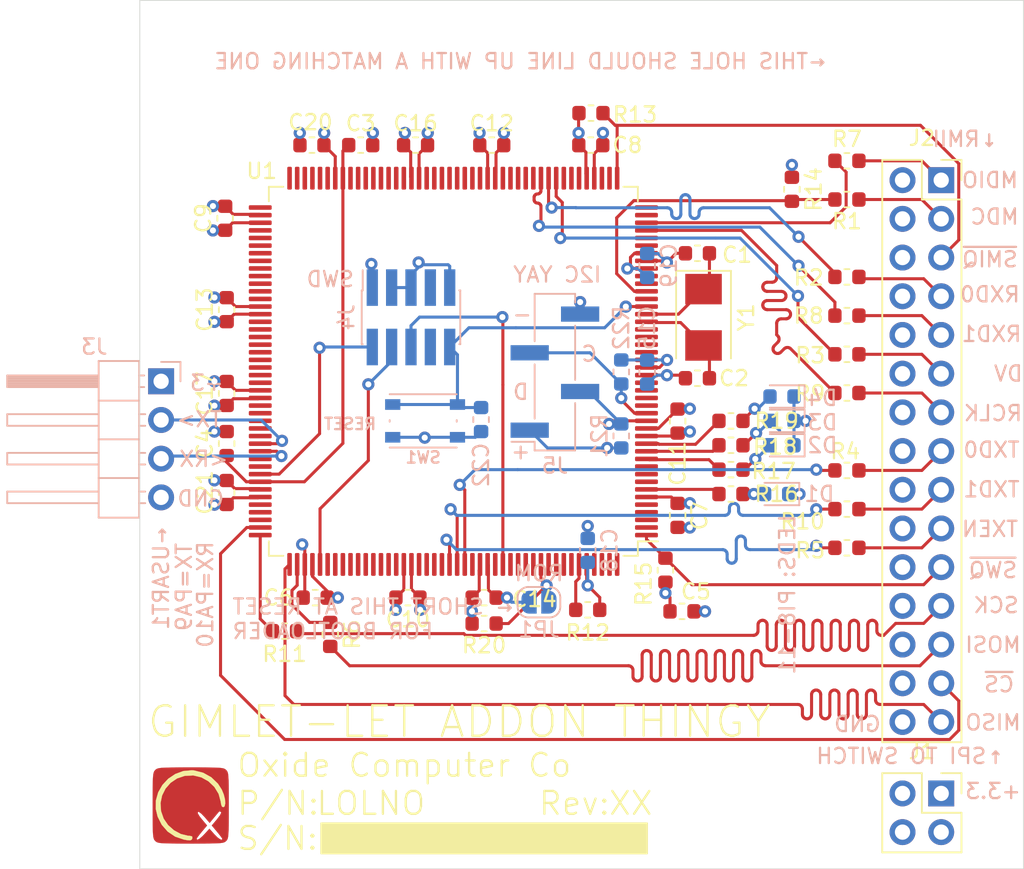
<source format=kicad_pcb>
(kicad_pcb (version 20171130) (host pcbnew 5.1.9)
  (layers (0 F.Cu signal) (1 In1.Cu signal) (2 In2.Cu signal) (31 B.Cu signal) (34 B.Paste user) (35 F.Paste user) (36 B.SilkS user) (37 F.SilkS user) (38 B.Mask user) (39 F.Mask user) (44 Edge.Cuts user))
  (net 0 "")
  (net 1 GND)
  (net 2 /OSC_OUT)
  (net 3 /OSC_IN)
  (net 4 "Net-(C3-Pad1)")
  (net 5 +3V3)
  (net 6 /~RST)
  (net 7 /LED0)
  (net 8 /LED1)
  (net 9 /LED2)
  (net 10 /LED3)
  (net 11 /SPI2_MISO)
  (net 12 /~SPI2_CS0)
  (net 13 /X_SPI_MOSI)
  (net 14 /X_SPI_SCK)
  (net 15 /~SW_IRQ)
  (net 16 /X_RMII_TXEN)
  (net 17 /X_RMII_TXD1)
  (net 18 /X_RMII_TXD0)
  (net 19 /X_RMII_REFCLK)
  (net 20 /X_RMII_CRS_DV)
  (net 21 /X_RMII_RXD1)
  (net 22 /X_RMII_RXD0)
  (net 23 /~SMI_IRQ)
  (net 24 /X_MDC)
  (net 25 /X_MDIO)
  (net 26 /SWO)
  (net 27 /SWCLK)
  (net 28 /SWDIO)
  (net 29 /USART1_TX)
  (net 30 /BOOT0)
  (net 31 /MDC)
  (net 32 /RMII_RXD0)
  (net 33 /RMII_CRS_DV)
  (net 34 /RMII_TXD0)
  (net 35 /RMII_TXEN)
  (net 36 /SPI2_MOSI)
  (net 37 /MDIO)
  (net 38 /RMII_RXD1)
  (net 39 /RMII_REF_CLK)
  (net 40 /RMII_TXD1)
  (net 41 /SPI2_SCK)
  (net 42 "Net-(R12-Pad1)")
  (net 43 "Net-(U1-Pad176)")
  (net 44 "Net-(U1-Pad175)")
  (net 45 "Net-(U1-Pad174)")
  (net 46 "Net-(U1-Pad173)")
  (net 47 "Net-(U1-Pad170)")
  (net 48 "Net-(U1-Pad169)")
  (net 49 "Net-(U1-Pad168)")
  (net 50 "Net-(U1-Pad167)")
  (net 51 "Net-(U1-Pad165)")
  (net 52 "Net-(U1-Pad164)")
  (net 53 "Net-(U1-Pad163)")
  (net 54 "Net-(U1-Pad162)")
  (net 55 "Net-(U1-Pad160)")
  (net 56 "Net-(U1-Pad157)")
  (net 57 "Net-(U1-Pad153)")
  (net 58 "Net-(U1-Pad152)")
  (net 59 "Net-(U1-Pad151)")
  (net 60 "Net-(U1-Pad150)")
  (net 61 "Net-(U1-Pad147)")
  (net 62 "Net-(U1-Pad146)")
  (net 63 "Net-(U1-Pad145)")
  (net 64 "Net-(U1-Pad144)")
  (net 65 "Net-(U1-Pad143)")
  (net 66 "Net-(U1-Pad142)")
  (net 67 "Net-(U1-Pad141)")
  (net 68 "Net-(U1-Pad140)")
  (net 69 "Net-(U1-Pad139)")
  (net 70 "Net-(U1-Pad138)")
  (net 71 "Net-(U1-Pad130)")
  (net 72 "Net-(U1-Pad129)")
  (net 73 "Net-(U1-Pad128)")
  (net 74 "Net-(U1-Pad123)")
  (net 75 "Net-(U1-Pad122)")
  (net 76 /USART1_RX)
  (net 77 "Net-(U1-Pad119)")
  (net 78 "Net-(U1-Pad118)")
  (net 79 "Net-(U1-Pad117)")
  (net 80 "Net-(U1-Pad116)")
  (net 81 "Net-(U1-Pad115)")
  (net 82 "Net-(U1-Pad112)")
  (net 83 "Net-(U1-Pad111)")
  (net 84 "Net-(U1-Pad110)")
  (net 85 "Net-(U1-Pad109)")
  (net 86 "Net-(U1-Pad108)")
  (net 87 "Net-(U1-Pad107)")
  (net 88 "Net-(U1-Pad106)")
  (net 89 "Net-(U1-Pad105)")
  (net 90 "Net-(U1-Pad104)")
  (net 91 "Net-(U1-Pad101)")
  (net 92 "Net-(U1-Pad100)")
  (net 93 "Net-(U1-Pad99)")
  (net 94 "Net-(U1-Pad98)")
  (net 95 "Net-(U1-Pad97)")
  (net 96 "Net-(U1-Pad96)")
  (net 97 "Net-(U1-Pad95)")
  (net 98 "Net-(U1-Pad94)")
  (net 99 "Net-(U1-Pad93)")
  (net 100 "Net-(U1-Pad92)")
  (net 101 "Net-(U1-Pad89)")
  (net 102 "Net-(U1-Pad88)")
  (net 103 "Net-(U1-Pad87)")
  (net 104 "Net-(U1-Pad86)")
  (net 105 "Net-(U1-Pad85)")
  (net 106 "Net-(U1-Pad84)")
  (net 107 "Net-(U1-Pad83)")
  (net 108 "Net-(U1-Pad80)")
  (net 109 "Net-(U1-Pad79)")
  (net 110 "Net-(U1-Pad78)")
  (net 111 "Net-(U1-Pad77)")
  (net 112 "Net-(U1-Pad76)")
  (net 113 "Net-(U1-Pad75)")
  (net 114 "Net-(U1-Pad74)")
  (net 115 "Net-(U1-Pad73)")
  (net 116 "Net-(U1-Pad70)")
  (net 117 "Net-(U1-Pad69)")
  (net 118 "Net-(U1-Pad68)")
  (net 119 "Net-(U1-Pad67)")
  (net 120 "Net-(U1-Pad66)")
  (net 121 "Net-(U1-Pad65)")
  (net 122 "Net-(U1-Pad64)")
  (net 123 "Net-(U1-Pad63)")
  (net 124 "Net-(U1-Pad60)")
  (net 125 "Net-(U1-Pad59)")
  (net 126 "Net-(U1-Pad58)")
  (net 127 "Net-(U1-Pad57)")
  (net 128 "Net-(U1-Pad56)")
  (net 129 "Net-(U1-Pad52)")
  (net 130 "Net-(U1-Pad51)")
  (net 131 "Net-(U1-Pad50)")
  (net 132 "Net-(U1-Pad47)")
  (net 133 "Net-(U1-Pad46)")
  (net 134 "Net-(U1-Pad44)")
  (net 135 "Net-(U1-Pad43)")
  (net 136 "Net-(U1-Pad40)")
  (net 137 "Net-(U1-Pad35)")
  (net 138 "Net-(U1-Pad28)")
  (net 139 "Net-(U1-Pad27)")
  (net 140 "Net-(U1-Pad26)")
  (net 141 "Net-(U1-Pad25)")
  (net 142 "Net-(U1-Pad24)")
  (net 143 "Net-(U1-Pad21)")
  (net 144 "Net-(U1-Pad20)")
  (net 145 "Net-(U1-Pad19)")
  (net 146 "Net-(U1-Pad18)")
  (net 147 "Net-(U1-Pad10)")
  (net 148 "Net-(U1-Pad9)")
  (net 149 "Net-(U1-Pad8)")
  (net 150 "Net-(U1-Pad5)")
  (net 151 "Net-(U1-Pad4)")
  (net 152 "Net-(U1-Pad3)")
  (net 153 "Net-(U1-Pad2)")
  (net 154 "Net-(J4-Pad8)")
  (net 155 "Net-(J4-Pad7)")
  (net 156 "Net-(J1-Pad4)")
  (net 157 "Net-(J1-Pad2)")
  (net 158 "Net-(D1-Pad2)")
  (net 159 "Net-(D2-Pad2)")
  (net 160 "Net-(D3-Pad2)")
  (net 161 "Net-(D4-Pad2)")
  (net 162 "Net-(U1-Pad34)")
  (net 163 "Net-(U1-Pad32)")
  (net 164 /SDA)
  (net 165 /SCL)
  (module Resistor_SMD:R_0603_1608Metric (layer B.Cu) (at 90.6 65.3875 90)
    (fp_text reference R22 (at 2.8875 0 270) (layer B.SilkS) (effects (justify mirror)))
    (fp_text value 10k)
    (pad 2 smd roundrect (at 0.7875 0 90) (size 0.875 0.95) (layers B.Cu B.Paste B.Mask) (net 5 +3V3))
    (pad 1 smd roundrect (at -0.7875 0 90) (size 0.875 0.95) (layers B.Cu B.Paste B.Mask) (net 165 /SCL))
  )
  (module Resistor_SMD:R_0603_1608Metric (layer B.Cu) (at 90.6 69.5875 270)
    (fp_text reference R21 (at 0 1.43 90) (layer B.SilkS) (effects (justify mirror)))
    (fp_text value 10k)
    (pad 2 smd roundrect (at 0.7875 0 270) (size 0.875 0.95) (layers B.Cu B.Paste B.Mask) (net 5 +3V3))
    (pad 1 smd roundrect (at -0.7875 0 270) (size 0.875 0.95) (layers B.Cu B.Paste B.Mask) (net 164 /SDA))
  )
  (module Connector_PinHeader_2.54mm:PinHeader_1x04_P2.54mm_Vertical_SMD_Pin1Left (layer B.Cu) (at 86.245 65.4)
    (fp_text reference J5 (at 0 6.14) (layer B.SilkS) (effects (justify mirror)))
    (fp_text value I2C)
    (pad 4 smd rect (at 1.655 -3.81) (size 2.51 1) (layers B.Cu B.Paste B.Mask) (net 1 GND))
    (pad 2 smd rect (at 1.655 1.27) (size 2.51 1) (layers B.Cu B.Paste B.Mask) (net 164 /SDA))
    (pad 3 smd rect (at -1.655 -1.27) (size 2.51 1) (layers B.Cu B.Paste B.Mask) (net 165 /SCL))
    (pad 1 smd rect (at -1.655 3.81) (size 2.51 1) (layers B.Cu B.Paste B.Mask) (net 5 +3V3))
  )
  (module grumpy:Oxide_Board_Identifier_33x7mm (layer F.Cu) (at 62.3 93.8)
    (fp_text reference FID1 hide)
    (fp_text value LOLNO (at 8.2 -0.1) (layer F.SilkS) (effects (font (size 1.5 1.5)) (justify left)))
    (fp_poly (pts (xy 0.704515 -2.45469) (xy 1.218284 -2.451747) (xy 1.60456 -2.444981) (xy 1.884261 -2.432873) (xy 2.078307 -2.413899) (xy 2.207617 -2.38654) (xy 2.29311 -2.349273) (xy 2.355705 -2.300577) (xy 2.370667 -2.286) (xy 2.422552 -2.225915) (xy 2.462617 -2.14832) (xy 2.492382 -2.032294) (xy 2.51337 -1.856921) (xy 2.527101 -1.601279) (xy 2.535097 -1.244451) (xy 2.53888 -0.765516) (xy 2.53997 -0.143557) (xy 2.54 0.042333) (xy 2.539357 0.704515) (xy 2.536413 1.218284) (xy 2.529648 1.60456) (xy 2.517539 1.884261) (xy 2.498566 2.078307) (xy 2.471206 2.207617) (xy 2.433939 2.29311) (xy 2.385244 2.355705) (xy 2.370667 2.370667) (xy 2.310581 2.422552) (xy 2.232986 2.462617) (xy 2.116961 2.492382) (xy 1.941587 2.51337) (xy 1.685945 2.527101) (xy 1.329117 2.535097) (xy 0.850183 2.53888) (xy 0.228224 2.53997) (xy 0.042333 2.54) (xy -0.619848 2.539357) (xy -1.133618 2.536413) (xy -1.519893 2.529648) (xy -1.799595 2.517539) (xy -1.993641 2.498566) (xy -2.122951 2.471206) (xy -2.208444 2.433939) (xy -2.271038 2.385244) (xy -2.286 2.370667) (xy -2.337886 2.310581) (xy -2.37795 2.232986) (xy -2.407716 2.116961) (xy -2.428703 1.941587) (xy -2.442435 1.685945) (xy -2.450431 1.329117) (xy -2.454213 0.850183) (xy -2.455303 0.228224) (xy -2.455333 0.042333) (xy -2.455161 -0.135609) (xy -2.192676 -0.135609) (xy -2.17935 0.367728) (xy -2.05871 0.858021) (xy -1.828494 1.313049) (xy -1.486437 1.710592) (xy -1.030277 2.028428) (xy -0.593215 2.206892) (xy -0.329786 2.263933) (xy -0.087098 2.279007) (xy 0.088442 2.253785) (xy 0.107406 2.23425) (xy 0.423333 2.23425) (xy 0.472895 2.293263) (xy 0.60785 2.232464) (xy 0.807605 2.064105) (xy 0.941232 1.926167) (xy 1.270472 1.566333) (xy 1.590045 1.926167) (xy 1.806858 2.143318) (xy 1.982616 2.269271) (xy 2.092403 2.289451) (xy 2.116667 2.23425) (xy 2.06634 2.147365) (xy 1.935048 1.971855) (xy 1.770116 1.768583) (xy 1.423565 1.354667) (xy 1.772554 0.937837) (xy 1.96367 0.685071) (xy 2.043768 0.519579) (xy 2.028805 0.463692) (xy 1.925292 0.429149) (xy 1.908551 0.436022) (xy 1.843517 0.512409) (xy 1.705078 0.677845) (xy 1.582158 0.825562) (xy 1.283281 1.185458) (xy 0.947994 0.793206) (xy 0.742611 0.57978) (xy 0.584158 0.467212) (xy 0.515582 0.460981) (xy 0.507116 0.559812) (xy 0.629644 0.763656) (xy 0.767445 0.937837) (xy 1.116435 1.354667) (xy 0.769884 1.768583) (xy 0.590583 1.990253) (xy 0.465372 2.15941) (xy 0.423333 2.23425) (xy 0.107406 2.23425) (xy 0.150426 2.189938) (xy 0.148179 2.180205) (xy 0.050205 2.106562) (xy -0.157891 2.040652) (xy -0.281971 2.017925) (xy -0.806891 1.866417) (xy -1.244611 1.591257) (xy -1.586605 1.218739) (xy -1.824348 0.775157) (xy -1.949313 0.286806) (xy -1.952977 -0.22002) (xy -1.826812 -0.719026) (xy -1.562295 -1.183918) (xy -1.385455 -1.385455) (xy -0.934772 -1.724574) (xy -0.425358 -1.920044) (xy 0.111358 -1.971545) (xy 0.643942 -1.87876) (xy 1.140963 -1.641372) (xy 1.42539 -1.413876) (xy 1.756545 -1.021913) (xy 1.951767 -0.591173) (xy 2.019743 -0.269259) (xy 2.078874 -0.017716) (xy 2.15599 0.126666) (xy 2.229526 0.14928) (xy 2.277916 0.035525) (xy 2.286 -0.088955) (xy 2.228139 -0.561312) (xy 2.043387 -0.993732) (xy 1.714987 -1.422014) (xy 1.611977 -1.529126) (xy 1.18701 -1.890004) (xy 0.756202 -2.104977) (xy 0.271262 -2.192068) (xy -0.145819 -2.185164) (xy -0.728837 -2.070208) (xy -1.218122 -1.834969) (xy -1.611413 -1.501669) (xy -1.906444 -1.092528) (xy -2.100953 -0.629768) (xy -2.192676 -0.135609) (xy -2.455161 -0.135609) (xy -2.45469 -0.619848) (xy -2.451747 -1.133618) (xy -2.444981 -1.519893) (xy -2.432873 -1.799595) (xy -2.413899 -1.993641) (xy -2.38654 -2.122951) (xy -2.349273 -2.208444) (xy -2.300577 -2.271038) (xy -2.286 -2.286) (xy -2.225915 -2.337886) (xy -2.14832 -2.37795) (xy -2.032294 -2.407716) (xy -1.856921 -2.428703) (xy -1.601279 -2.442435) (xy -1.244451 -2.450431) (xy -0.765516 -2.454213) (xy -0.143557 -2.455303) (xy 0.042333 -2.455333) (xy 0.704515 -2.45469)) (layer F.Cu) (width 0.01))
    (fp_text user XX (at 27.4 -0.1) (layer F.SilkS) (effects (font (size 1.5 1.5)) (justify left)))
    (fp_text user Rev: (at 22.8 -0.1) (layer F.SilkS) (effects (font (size 1.5 1.5)) (justify left)))
    (fp_text user "Oxide Computer Co" (at 3 -2.6) (layer F.SilkS) (effects (font (size 1.5 1.5)) (justify left)))
    (fp_text user S/N: (at 3 2.2) (layer F.SilkS) (effects (font (size 1.5 1.5)) (justify left)))
    (fp_text user P/N: (at 3 -0.1) (layer F.SilkS) (effects (font (size 1.5 1.5)) (justify left)))
  )
  (module Connector_PinSocket_2.54mm:PinSocket_2x02_P2.54mm_Vertical (layer F.Cu) (at 111.6 93.05)
    (fp_text reference J1 (at -1.27 -2.77) (layer F.SilkS))
    (fp_text value Conn_02x16_Odd_Even)
    (pad 4 thru_hole oval (at -2.54 2.54) (size 1.7 1.7) (drill 1) (layers *.Cu *.Mask) (net 156 "Net-(J1-Pad4)"))
    (pad 3 thru_hole oval (at 0 2.54) (size 1.7 1.7) (drill 1) (layers *.Cu *.Mask) (net 5 +3V3))
    (pad 2 thru_hole oval (at -2.54 0) (size 1.7 1.7) (drill 1) (layers *.Cu *.Mask) (net 157 "Net-(J1-Pad2)"))
    (pad 1 thru_hole rect (at 0 0) (size 1.7 1.7) (drill 1) (layers *.Cu *.Mask) (net 5 +3V3))
  )
  (module Capacitor_SMD:C_0603_1608Metric (layer F.Cu) (at 94.3 68.6125 270)
    (fp_text reference C11 (at 2.7875 0 270) (layer F.SilkS))
    (fp_text value 0µ1)
    (pad 2 smd roundrect (at 0.7875 0 270) (size 0.875 0.95) (layers F.Cu F.Paste F.Mask) (net 1 GND))
    (pad 1 smd roundrect (at -0.7875 0 270) (size 0.875 0.95) (layers F.Cu F.Paste F.Mask) (net 5 +3V3))
  )
  (module Jumper:SolderJumper-2_P1.3mm_Open_RoundedPad1.0x1.5mm (layer B.Cu) (at 85.2 80.5)
    (fp_text reference JP1 (at 0 1.8) (layer B.SilkS) (effects (justify mirror)))
    (fp_text value ROM (at 0 -1.9) (layer B.SilkS) (effects (justify mirror)))
    (pad 2 smd custom (at 0.65 0) (size 1 0.5) (layers B.Cu B.Mask) (net 30 /BOOT0) (options (clearance outline) (anchor rect)) (primitives (gr_circle (center 0 -0.25) (end 0.5 -0.25) (width 0)) (gr_circle (center 0 0.25) (end 0.5 0.25) (width 0)) (gr_poly (pts (xy 0 0.75) (xy -0.5 0.75) (xy -0.5 -0.75) (xy 0 -0.75)) (width 0))))
    (pad 1 smd custom (at -0.65 0) (size 1 0.5) (layers B.Cu B.Mask) (net 5 +3V3) (options (clearance outline) (anchor rect)) (primitives (gr_circle (center 0 -0.25) (end 0.5 -0.25) (width 0)) (gr_circle (center 0 0.25) (end 0.5 0.25) (width 0)) (gr_poly (pts (xy 0 0.75) (xy 0.5 0.75) (xy 0.5 -0.75) (xy 0 -0.75)) (width 0))))
  )
  (module Connector_PinHeader_1.27mm:PinHeader_2x05_P1.27mm_Vertical_SMD (layer B.Cu) (at 76.8 61.8 270)
    (fp_text reference J4 (at 0 4.235 270) (layer B.SilkS) (effects (justify mirror)))
    (fp_text value SWD (at -2.5 5.3) (layer B.SilkS) (effects (justify mirror)))
    (pad 10 smd rect (at 1.95 -2.54 270) (size 2.4 0.74) (layers B.Cu B.Paste B.Mask) (net 6 /~RST))
    (pad 9 smd rect (at -1.95 -2.54 270) (size 2.4 0.74) (layers B.Cu B.Paste B.Mask) (net 1 GND))
    (pad 8 smd rect (at 1.95 -1.27 270) (size 2.4 0.74) (layers B.Cu B.Paste B.Mask) (net 154 "Net-(J4-Pad8)"))
    (pad 7 smd rect (at -1.95 -1.27 270) (size 2.4 0.74) (layers B.Cu B.Paste B.Mask) (net 155 "Net-(J4-Pad7)"))
    (pad 6 smd rect (at 1.95 0 270) (size 2.4 0.74) (layers B.Cu B.Paste B.Mask) (net 26 /SWO))
    (pad 5 smd rect (at -1.95 0 270) (size 2.4 0.74) (layers B.Cu B.Paste B.Mask) (net 1 GND))
    (pad 4 smd rect (at 1.95 1.27 270) (size 2.4 0.74) (layers B.Cu B.Paste B.Mask) (net 27 /SWCLK))
    (pad 3 smd rect (at -1.95 1.27 270) (size 2.4 0.74) (layers B.Cu B.Paste B.Mask) (net 1 GND))
    (pad 2 smd rect (at 1.95 2.54 270) (size 2.4 0.74) (layers B.Cu B.Paste B.Mask) (net 28 /SWDIO))
    (pad 1 smd rect (at -1.95 2.54 270) (size 2.4 0.74) (layers B.Cu B.Paste B.Mask) (net 5 +3V3))
  )
  (module Package_QFP:LQFP-176_24x24mm_P0.5mm (layer F.Cu) (at 79.58 65.345 180)
    (fp_text reference U1 (at 12.58 13.145) (layer F.SilkS))
    (fp_text value STM32H753IITx)
    (pad 176 smd roundrect (at -10.75 -12.675 180) (size 0.3 1.5) (layers F.Cu F.Paste F.Mask) (net 43 "Net-(U1-Pad176)"))
    (pad 175 smd roundrect (at -10.25 -12.675 180) (size 0.3 1.5) (layers F.Cu F.Paste F.Mask) (net 44 "Net-(U1-Pad175)"))
    (pad 174 smd roundrect (at -9.75 -12.675 180) (size 0.3 1.5) (layers F.Cu F.Paste F.Mask) (net 45 "Net-(U1-Pad174)"))
    (pad 173 smd roundrect (at -9.25 -12.675 180) (size 0.3 1.5) (layers F.Cu F.Paste F.Mask) (net 46 "Net-(U1-Pad173)"))
    (pad 172 smd roundrect (at -8.75 -12.675 180) (size 0.3 1.5) (layers F.Cu F.Paste F.Mask) (net 5 +3V3))
    (pad 171 smd roundrect (at -8.25 -12.675 180) (size 0.3 1.5) (layers F.Cu F.Paste F.Mask) (net 42 "Net-(R12-Pad1)"))
    (pad 170 smd roundrect (at -7.75 -12.675 180) (size 0.3 1.5) (layers F.Cu F.Paste F.Mask) (net 47 "Net-(U1-Pad170)"))
    (pad 169 smd roundrect (at -7.25 -12.675 180) (size 0.3 1.5) (layers F.Cu F.Paste F.Mask) (net 48 "Net-(U1-Pad169)"))
    (pad 168 smd roundrect (at -6.75 -12.675 180) (size 0.3 1.5) (layers F.Cu F.Paste F.Mask) (net 49 "Net-(U1-Pad168)"))
    (pad 167 smd roundrect (at -6.25 -12.675 180) (size 0.3 1.5) (layers F.Cu F.Paste F.Mask) (net 50 "Net-(U1-Pad167)"))
    (pad 166 smd roundrect (at -5.75 -12.675 180) (size 0.3 1.5) (layers F.Cu F.Paste F.Mask) (net 30 /BOOT0))
    (pad 165 smd roundrect (at -5.25 -12.675 180) (size 0.3 1.5) (layers F.Cu F.Paste F.Mask) (net 51 "Net-(U1-Pad165)"))
    (pad 164 smd roundrect (at -4.75 -12.675 180) (size 0.3 1.5) (layers F.Cu F.Paste F.Mask) (net 52 "Net-(U1-Pad164)"))
    (pad 163 smd roundrect (at -4.25 -12.675 180) (size 0.3 1.5) (layers F.Cu F.Paste F.Mask) (net 53 "Net-(U1-Pad163)"))
    (pad 162 smd roundrect (at -3.75 -12.675 180) (size 0.3 1.5) (layers F.Cu F.Paste F.Mask) (net 54 "Net-(U1-Pad162)"))
    (pad 161 smd roundrect (at -3.25 -12.675 180) (size 0.3 1.5) (layers F.Cu F.Paste F.Mask) (net 26 /SWO))
    (pad 160 smd roundrect (at -2.75 -12.675 180) (size 0.3 1.5) (layers F.Cu F.Paste F.Mask) (net 55 "Net-(U1-Pad160)"))
    (pad 159 smd roundrect (at -2.25 -12.675 180) (size 0.3 1.5) (layers F.Cu F.Paste F.Mask) (net 5 +3V3))
    (pad 158 smd roundrect (at -1.75 -12.675 180) (size 0.3 1.5) (layers F.Cu F.Paste F.Mask) (net 1 GND))
    (pad 157 smd roundrect (at -1.25 -12.675 180) (size 0.3 1.5) (layers F.Cu F.Paste F.Mask) (net 56 "Net-(U1-Pad157)"))
    (pad 156 smd roundrect (at -0.75 -12.675 180) (size 0.3 1.5) (layers F.Cu F.Paste F.Mask) (net 34 /RMII_TXD0))
    (pad 155 smd roundrect (at -0.25 -12.675 180) (size 0.3 1.5) (layers F.Cu F.Paste F.Mask) (net 40 /RMII_TXD1))
    (pad 154 smd roundrect (at 0.25 -12.675 180) (size 0.3 1.5) (layers F.Cu F.Paste F.Mask) (net 35 /RMII_TXEN))
    (pad 153 smd roundrect (at 0.75 -12.675 180) (size 0.3 1.5) (layers F.Cu F.Paste F.Mask) (net 57 "Net-(U1-Pad153)"))
    (pad 152 smd roundrect (at 1.25 -12.675 180) (size 0.3 1.5) (layers F.Cu F.Paste F.Mask) (net 58 "Net-(U1-Pad152)"))
    (pad 151 smd roundrect (at 1.75 -12.675 180) (size 0.3 1.5) (layers F.Cu F.Paste F.Mask) (net 59 "Net-(U1-Pad151)"))
    (pad 150 smd roundrect (at 2.25 -12.675 180) (size 0.3 1.5) (layers F.Cu F.Paste F.Mask) (net 60 "Net-(U1-Pad150)"))
    (pad 149 smd roundrect (at 2.75 -12.675 180) (size 0.3 1.5) (layers F.Cu F.Paste F.Mask) (net 5 +3V3))
    (pad 148 smd roundrect (at 3.25 -12.675 180) (size 0.3 1.5) (layers F.Cu F.Paste F.Mask) (net 1 GND))
    (pad 147 smd roundrect (at 3.75 -12.675 180) (size 0.3 1.5) (layers F.Cu F.Paste F.Mask) (net 61 "Net-(U1-Pad147)"))
    (pad 146 smd roundrect (at 4.25 -12.675 180) (size 0.3 1.5) (layers F.Cu F.Paste F.Mask) (net 62 "Net-(U1-Pad146)"))
    (pad 145 smd roundrect (at 4.75 -12.675 180) (size 0.3 1.5) (layers F.Cu F.Paste F.Mask) (net 63 "Net-(U1-Pad145)"))
    (pad 144 smd roundrect (at 5.25 -12.675 180) (size 0.3 1.5) (layers F.Cu F.Paste F.Mask) (net 64 "Net-(U1-Pad144)"))
    (pad 143 smd roundrect (at 5.75 -12.675 180) (size 0.3 1.5) (layers F.Cu F.Paste F.Mask) (net 65 "Net-(U1-Pad143)"))
    (pad 142 smd roundrect (at 6.25 -12.675 180) (size 0.3 1.5) (layers F.Cu F.Paste F.Mask) (net 66 "Net-(U1-Pad142)"))
    (pad 141 smd roundrect (at 6.75 -12.675 180) (size 0.3 1.5) (layers F.Cu F.Paste F.Mask) (net 67 "Net-(U1-Pad141)"))
    (pad 140 smd roundrect (at 7.25 -12.675 180) (size 0.3 1.5) (layers F.Cu F.Paste F.Mask) (net 68 "Net-(U1-Pad140)"))
    (pad 139 smd roundrect (at 7.75 -12.675 180) (size 0.3 1.5) (layers F.Cu F.Paste F.Mask) (net 69 "Net-(U1-Pad139)"))
    (pad 138 smd roundrect (at 8.25 -12.675 180) (size 0.3 1.5) (layers F.Cu F.Paste F.Mask) (net 70 "Net-(U1-Pad138)"))
    (pad 137 smd roundrect (at 8.75 -12.675 180) (size 0.3 1.5) (layers F.Cu F.Paste F.Mask) (net 27 /SWCLK))
    (pad 136 smd roundrect (at 9.25 -12.675 180) (size 0.3 1.5) (layers F.Cu F.Paste F.Mask) (net 5 +3V3))
    (pad 135 smd roundrect (at 9.75 -12.675 180) (size 0.3 1.5) (layers F.Cu F.Paste F.Mask) (net 1 GND))
    (pad 134 smd roundrect (at 10.25 -12.675 180) (size 0.3 1.5) (layers F.Cu F.Paste F.Mask) (net 36 /SPI2_MOSI))
    (pad 133 smd roundrect (at 10.75 -12.675 180) (size 0.3 1.5) (layers F.Cu F.Paste F.Mask) (net 11 /SPI2_MISO))
    (pad 132 smd roundrect (at 12.675 -10.75 180) (size 1.5 0.3) (layers F.Cu F.Paste F.Mask) (net 41 /SPI2_SCK))
    (pad 131 smd roundrect (at 12.675 -10.25 180) (size 1.5 0.3) (layers F.Cu F.Paste F.Mask) (net 12 /~SPI2_CS0))
    (pad 130 smd roundrect (at 12.675 -9.75 180) (size 1.5 0.3) (layers F.Cu F.Paste F.Mask) (net 71 "Net-(U1-Pad130)"))
    (pad 129 smd roundrect (at 12.675 -9.25 180) (size 1.5 0.3) (layers F.Cu F.Paste F.Mask) (net 72 "Net-(U1-Pad129)"))
    (pad 128 smd roundrect (at 12.675 -8.75 180) (size 1.5 0.3) (layers F.Cu F.Paste F.Mask) (net 73 "Net-(U1-Pad128)"))
    (pad 127 smd roundrect (at 12.675 -8.25 180) (size 1.5 0.3) (layers F.Cu F.Paste F.Mask) (net 5 +3V3))
    (pad 126 smd roundrect (at 12.675 -7.75 180) (size 1.5 0.3) (layers F.Cu F.Paste F.Mask) (net 1 GND))
    (pad 125 smd roundrect (at 12.675 -7.25 180) (size 1.5 0.3) (layers F.Cu F.Paste F.Mask) (net 4 "Net-(C3-Pad1)"))
    (pad 124 smd roundrect (at 12.675 -6.75 180) (size 1.5 0.3) (layers F.Cu F.Paste F.Mask) (net 28 /SWDIO))
    (pad 123 smd roundrect (at 12.675 -6.25 180) (size 1.5 0.3) (layers F.Cu F.Paste F.Mask) (net 74 "Net-(U1-Pad123)"))
    (pad 122 smd roundrect (at 12.675 -5.75 180) (size 1.5 0.3) (layers F.Cu F.Paste F.Mask) (net 75 "Net-(U1-Pad122)"))
    (pad 121 smd roundrect (at 12.675 -5.25 180) (size 1.5 0.3) (layers F.Cu F.Paste F.Mask) (net 76 /USART1_RX))
    (pad 120 smd roundrect (at 12.675 -4.75 180) (size 1.5 0.3) (layers F.Cu F.Paste F.Mask) (net 29 /USART1_TX))
    (pad 119 smd roundrect (at 12.675 -4.25 180) (size 1.5 0.3) (layers F.Cu F.Paste F.Mask) (net 77 "Net-(U1-Pad119)"))
    (pad 118 smd roundrect (at 12.675 -3.75 180) (size 1.5 0.3) (layers F.Cu F.Paste F.Mask) (net 78 "Net-(U1-Pad118)"))
    (pad 117 smd roundrect (at 12.675 -3.25 180) (size 1.5 0.3) (layers F.Cu F.Paste F.Mask) (net 79 "Net-(U1-Pad117)"))
    (pad 116 smd roundrect (at 12.675 -2.75 180) (size 1.5 0.3) (layers F.Cu F.Paste F.Mask) (net 80 "Net-(U1-Pad116)"))
    (pad 115 smd roundrect (at 12.675 -2.25 180) (size 1.5 0.3) (layers F.Cu F.Paste F.Mask) (net 81 "Net-(U1-Pad115)"))
    (pad 114 smd roundrect (at 12.675 -1.75 180) (size 1.5 0.3) (layers F.Cu F.Paste F.Mask) (net 5 +3V3))
    (pad 113 smd roundrect (at 12.675 -1.25 180) (size 1.5 0.3) (layers F.Cu F.Paste F.Mask) (net 1 GND))
    (pad 112 smd roundrect (at 12.675 -0.75 180) (size 1.5 0.3) (layers F.Cu F.Paste F.Mask) (net 82 "Net-(U1-Pad112)"))
    (pad 111 smd roundrect (at 12.675 -0.25 180) (size 1.5 0.3) (layers F.Cu F.Paste F.Mask) (net 83 "Net-(U1-Pad111)"))
    (pad 110 smd roundrect (at 12.675 0.25 180) (size 1.5 0.3) (layers F.Cu F.Paste F.Mask) (net 84 "Net-(U1-Pad110)"))
    (pad 109 smd roundrect (at 12.675 0.75 180) (size 1.5 0.3) (layers F.Cu F.Paste F.Mask) (net 85 "Net-(U1-Pad109)"))
    (pad 108 smd roundrect (at 12.675 1.25 180) (size 1.5 0.3) (layers F.Cu F.Paste F.Mask) (net 86 "Net-(U1-Pad108)"))
    (pad 107 smd roundrect (at 12.675 1.75 180) (size 1.5 0.3) (layers F.Cu F.Paste F.Mask) (net 87 "Net-(U1-Pad107)"))
    (pad 106 smd roundrect (at 12.675 2.25 180) (size 1.5 0.3) (layers F.Cu F.Paste F.Mask) (net 88 "Net-(U1-Pad106)"))
    (pad 105 smd roundrect (at 12.675 2.75 180) (size 1.5 0.3) (layers F.Cu F.Paste F.Mask) (net 89 "Net-(U1-Pad105)"))
    (pad 104 smd roundrect (at 12.675 3.25 180) (size 1.5 0.3) (layers F.Cu F.Paste F.Mask) (net 90 "Net-(U1-Pad104)"))
    (pad 103 smd roundrect (at 12.675 3.75 180) (size 1.5 0.3) (layers F.Cu F.Paste F.Mask) (net 5 +3V3))
    (pad 102 smd roundrect (at 12.675 4.25 180) (size 1.5 0.3) (layers F.Cu F.Paste F.Mask) (net 1 GND))
    (pad 101 smd roundrect (at 12.675 4.75 180) (size 1.5 0.3) (layers F.Cu F.Paste F.Mask) (net 91 "Net-(U1-Pad101)"))
    (pad 100 smd roundrect (at 12.675 5.25 180) (size 1.5 0.3) (layers F.Cu F.Paste F.Mask) (net 92 "Net-(U1-Pad100)"))
    (pad 99 smd roundrect (at 12.675 5.75 180) (size 1.5 0.3) (layers F.Cu F.Paste F.Mask) (net 93 "Net-(U1-Pad99)"))
    (pad 98 smd roundrect (at 12.675 6.25 180) (size 1.5 0.3) (layers F.Cu F.Paste F.Mask) (net 94 "Net-(U1-Pad98)"))
    (pad 97 smd roundrect (at 12.675 6.75 180) (size 1.5 0.3) (layers F.Cu F.Paste F.Mask) (net 95 "Net-(U1-Pad97)"))
    (pad 96 smd roundrect (at 12.675 7.25 180) (size 1.5 0.3) (layers F.Cu F.Paste F.Mask) (net 96 "Net-(U1-Pad96)"))
    (pad 95 smd roundrect (at 12.675 7.75 180) (size 1.5 0.3) (layers F.Cu F.Paste F.Mask) (net 97 "Net-(U1-Pad95)"))
    (pad 94 smd roundrect (at 12.675 8.25 180) (size 1.5 0.3) (layers F.Cu F.Paste F.Mask) (net 98 "Net-(U1-Pad94)"))
    (pad 93 smd roundrect (at 12.675 8.75 180) (size 1.5 0.3) (layers F.Cu F.Paste F.Mask) (net 99 "Net-(U1-Pad93)"))
    (pad 92 smd roundrect (at 12.675 9.25 180) (size 1.5 0.3) (layers F.Cu F.Paste F.Mask) (net 100 "Net-(U1-Pad92)"))
    (pad 91 smd roundrect (at 12.675 9.75 180) (size 1.5 0.3) (layers F.Cu F.Paste F.Mask) (net 5 +3V3))
    (pad 90 smd roundrect (at 12.675 10.25 180) (size 1.5 0.3) (layers F.Cu F.Paste F.Mask) (net 1 GND))
    (pad 89 smd roundrect (at 12.675 10.75 180) (size 1.5 0.3) (layers F.Cu F.Paste F.Mask) (net 101 "Net-(U1-Pad89)"))
    (pad 88 smd roundrect (at 10.75 12.675 180) (size 0.3 1.5) (layers F.Cu F.Paste F.Mask) (net 102 "Net-(U1-Pad88)"))
    (pad 87 smd roundrect (at 10.25 12.675 180) (size 0.3 1.5) (layers F.Cu F.Paste F.Mask) (net 103 "Net-(U1-Pad87)"))
    (pad 86 smd roundrect (at 9.75 12.675 180) (size 0.3 1.5) (layers F.Cu F.Paste F.Mask) (net 104 "Net-(U1-Pad86)"))
    (pad 85 smd roundrect (at 9.25 12.675 180) (size 0.3 1.5) (layers F.Cu F.Paste F.Mask) (net 105 "Net-(U1-Pad85)"))
    (pad 84 smd roundrect (at 8.75 12.675 180) (size 0.3 1.5) (layers F.Cu F.Paste F.Mask) (net 106 "Net-(U1-Pad84)"))
    (pad 83 smd roundrect (at 8.25 12.675 180) (size 0.3 1.5) (layers F.Cu F.Paste F.Mask) (net 107 "Net-(U1-Pad83)"))
    (pad 82 smd roundrect (at 7.75 12.675 180) (size 0.3 1.5) (layers F.Cu F.Paste F.Mask) (net 5 +3V3))
    (pad 81 smd roundrect (at 7.25 12.675 180) (size 0.3 1.5) (layers F.Cu F.Paste F.Mask) (net 4 "Net-(C3-Pad1)"))
    (pad 80 smd roundrect (at 6.75 12.675 180) (size 0.3 1.5) (layers F.Cu F.Paste F.Mask) (net 108 "Net-(U1-Pad80)"))
    (pad 79 smd roundrect (at 6.25 12.675 180) (size 0.3 1.5) (layers F.Cu F.Paste F.Mask) (net 109 "Net-(U1-Pad79)"))
    (pad 78 smd roundrect (at 5.75 12.675 180) (size 0.3 1.5) (layers F.Cu F.Paste F.Mask) (net 110 "Net-(U1-Pad78)"))
    (pad 77 smd roundrect (at 5.25 12.675 180) (size 0.3 1.5) (layers F.Cu F.Paste F.Mask) (net 111 "Net-(U1-Pad77)"))
    (pad 76 smd roundrect (at 4.75 12.675 180) (size 0.3 1.5) (layers F.Cu F.Paste F.Mask) (net 112 "Net-(U1-Pad76)"))
    (pad 75 smd roundrect (at 4.25 12.675 180) (size 0.3 1.5) (layers F.Cu F.Paste F.Mask) (net 113 "Net-(U1-Pad75)"))
    (pad 74 smd roundrect (at 3.75 12.675 180) (size 0.3 1.5) (layers F.Cu F.Paste F.Mask) (net 114 "Net-(U1-Pad74)"))
    (pad 73 smd roundrect (at 3.25 12.675 180) (size 0.3 1.5) (layers F.Cu F.Paste F.Mask) (net 115 "Net-(U1-Pad73)"))
    (pad 72 smd roundrect (at 2.75 12.675 180) (size 0.3 1.5) (layers F.Cu F.Paste F.Mask) (net 5 +3V3))
    (pad 71 smd roundrect (at 2.25 12.675 180) (size 0.3 1.5) (layers F.Cu F.Paste F.Mask) (net 1 GND))
    (pad 70 smd roundrect (at 1.75 12.675 180) (size 0.3 1.5) (layers F.Cu F.Paste F.Mask) (net 116 "Net-(U1-Pad70)"))
    (pad 69 smd roundrect (at 1.25 12.675 180) (size 0.3 1.5) (layers F.Cu F.Paste F.Mask) (net 117 "Net-(U1-Pad69)"))
    (pad 68 smd roundrect (at 0.75 12.675 180) (size 0.3 1.5) (layers F.Cu F.Paste F.Mask) (net 118 "Net-(U1-Pad68)"))
    (pad 67 smd roundrect (at 0.25 12.675 180) (size 0.3 1.5) (layers F.Cu F.Paste F.Mask) (net 119 "Net-(U1-Pad67)"))
    (pad 66 smd roundrect (at -0.25 12.675 180) (size 0.3 1.5) (layers F.Cu F.Paste F.Mask) (net 120 "Net-(U1-Pad66)"))
    (pad 65 smd roundrect (at -0.75 12.675 180) (size 0.3 1.5) (layers F.Cu F.Paste F.Mask) (net 121 "Net-(U1-Pad65)"))
    (pad 64 smd roundrect (at -1.25 12.675 180) (size 0.3 1.5) (layers F.Cu F.Paste F.Mask) (net 122 "Net-(U1-Pad64)"))
    (pad 63 smd roundrect (at -1.75 12.675 180) (size 0.3 1.5) (layers F.Cu F.Paste F.Mask) (net 123 "Net-(U1-Pad63)"))
    (pad 62 smd roundrect (at -2.25 12.675 180) (size 0.3 1.5) (layers F.Cu F.Paste F.Mask) (net 5 +3V3))
    (pad 61 smd roundrect (at -2.75 12.675 180) (size 0.3 1.5) (layers F.Cu F.Paste F.Mask) (net 1 GND))
    (pad 60 smd roundrect (at -3.25 12.675 180) (size 0.3 1.5) (layers F.Cu F.Paste F.Mask) (net 124 "Net-(U1-Pad60)"))
    (pad 59 smd roundrect (at -3.75 12.675 180) (size 0.3 1.5) (layers F.Cu F.Paste F.Mask) (net 125 "Net-(U1-Pad59)"))
    (pad 58 smd roundrect (at -4.25 12.675 180) (size 0.3 1.5) (layers F.Cu F.Paste F.Mask) (net 126 "Net-(U1-Pad58)"))
    (pad 57 smd roundrect (at -4.75 12.675 180) (size 0.3 1.5) (layers F.Cu F.Paste F.Mask) (net 127 "Net-(U1-Pad57)"))
    (pad 56 smd roundrect (at -5.25 12.675 180) (size 0.3 1.5) (layers F.Cu F.Paste F.Mask) (net 128 "Net-(U1-Pad56)"))
    (pad 55 smd roundrect (at -5.75 12.675 180) (size 0.3 1.5) (layers F.Cu F.Paste F.Mask) (net 38 /RMII_RXD1))
    (pad 54 smd roundrect (at -6.25 12.675 180) (size 0.3 1.5) (layers F.Cu F.Paste F.Mask) (net 32 /RMII_RXD0))
    (pad 53 smd roundrect (at -6.75 12.675 180) (size 0.3 1.5) (layers F.Cu F.Paste F.Mask) (net 33 /RMII_CRS_DV))
    (pad 52 smd roundrect (at -7.25 12.675 180) (size 0.3 1.5) (layers F.Cu F.Paste F.Mask) (net 129 "Net-(U1-Pad52)"))
    (pad 51 smd roundrect (at -7.75 12.675 180) (size 0.3 1.5) (layers F.Cu F.Paste F.Mask) (net 130 "Net-(U1-Pad51)"))
    (pad 50 smd roundrect (at -8.25 12.675 180) (size 0.3 1.5) (layers F.Cu F.Paste F.Mask) (net 131 "Net-(U1-Pad50)"))
    (pad 49 smd roundrect (at -8.75 12.675 180) (size 0.3 1.5) (layers F.Cu F.Paste F.Mask) (net 5 +3V3))
    (pad 48 smd roundrect (at -9.25 12.675 180) (size 0.3 1.5) (layers F.Cu F.Paste F.Mask) (net 1 GND))
    (pad 47 smd roundrect (at -9.75 12.675 180) (size 0.3 1.5) (layers F.Cu F.Paste F.Mask) (net 132 "Net-(U1-Pad47)"))
    (pad 46 smd roundrect (at -10.25 12.675 180) (size 0.3 1.5) (layers F.Cu F.Paste F.Mask) (net 133 "Net-(U1-Pad46)"))
    (pad 45 smd roundrect (at -10.75 12.675 180) (size 0.3 1.5) (layers F.Cu F.Paste F.Mask) (net 23 /~SMI_IRQ))
    (pad 44 smd roundrect (at -12.675 10.75 180) (size 1.5 0.3) (layers F.Cu F.Paste F.Mask) (net 134 "Net-(U1-Pad44)"))
    (pad 43 smd roundrect (at -12.675 10.25 180) (size 1.5 0.3) (layers F.Cu F.Paste F.Mask) (net 135 "Net-(U1-Pad43)"))
    (pad 42 smd roundrect (at -12.675 9.75 180) (size 1.5 0.3) (layers F.Cu F.Paste F.Mask) (net 37 /MDIO))
    (pad 41 smd roundrect (at -12.675 9.25 180) (size 1.5 0.3) (layers F.Cu F.Paste F.Mask) (net 39 /RMII_REF_CLK))
    (pad 40 smd roundrect (at -12.675 8.75 180) (size 1.5 0.3) (layers F.Cu F.Paste F.Mask) (net 136 "Net-(U1-Pad40)"))
    (pad 39 smd roundrect (at -12.675 8.25 180) (size 1.5 0.3) (layers F.Cu F.Paste F.Mask) (net 5 +3V3))
    (pad 38 smd roundrect (at -12.675 7.75 180) (size 1.5 0.3) (layers F.Cu F.Paste F.Mask) (net 5 +3V3))
    (pad 37 smd roundrect (at -12.675 7.25 180) (size 1.5 0.3) (layers F.Cu F.Paste F.Mask) (net 1 GND))
    (pad 36 smd roundrect (at -12.675 6.75 180) (size 1.5 0.3) (layers F.Cu F.Paste F.Mask) (net 5 +3V3))
    (pad 35 smd roundrect (at -12.675 6.25 180) (size 1.5 0.3) (layers F.Cu F.Paste F.Mask) (net 137 "Net-(U1-Pad35)"))
    (pad 34 smd roundrect (at -12.675 5.75 180) (size 1.5 0.3) (layers F.Cu F.Paste F.Mask) (net 162 "Net-(U1-Pad34)"))
    (pad 33 smd roundrect (at -12.675 5.25 180) (size 1.5 0.3) (layers F.Cu F.Paste F.Mask) (net 31 /MDC))
    (pad 32 smd roundrect (at -12.675 4.75 180) (size 1.5 0.3) (layers F.Cu F.Paste F.Mask) (net 163 "Net-(U1-Pad32)"))
    (pad 31 smd roundrect (at -12.675 4.25 180) (size 1.5 0.3) (layers F.Cu F.Paste F.Mask) (net 6 /~RST))
    (pad 30 smd roundrect (at -12.675 3.75 180) (size 1.5 0.3) (layers F.Cu F.Paste F.Mask) (net 2 /OSC_OUT))
    (pad 29 smd roundrect (at -12.675 3.25 180) (size 1.5 0.3) (layers F.Cu F.Paste F.Mask) (net 3 /OSC_IN))
    (pad 28 smd roundrect (at -12.675 2.75 180) (size 1.5 0.3) (layers F.Cu F.Paste F.Mask) (net 138 "Net-(U1-Pad28)"))
    (pad 27 smd roundrect (at -12.675 2.25 180) (size 1.5 0.3) (layers F.Cu F.Paste F.Mask) (net 139 "Net-(U1-Pad27)"))
    (pad 26 smd roundrect (at -12.675 1.75 180) (size 1.5 0.3) (layers F.Cu F.Paste F.Mask) (net 140 "Net-(U1-Pad26)"))
    (pad 25 smd roundrect (at -12.675 1.25 180) (size 1.5 0.3) (layers F.Cu F.Paste F.Mask) (net 141 "Net-(U1-Pad25)"))
    (pad 24 smd roundrect (at -12.675 0.75 180) (size 1.5 0.3) (layers F.Cu F.Paste F.Mask) (net 142 "Net-(U1-Pad24)"))
    (pad 23 smd roundrect (at -12.675 0.25 180) (size 1.5 0.3) (layers F.Cu F.Paste F.Mask) (net 5 +3V3))
    (pad 22 smd roundrect (at -12.675 -0.25 180) (size 1.5 0.3) (layers F.Cu F.Paste F.Mask) (net 1 GND))
    (pad 21 smd roundrect (at -12.675 -0.75 180) (size 1.5 0.3) (layers F.Cu F.Paste F.Mask) (net 143 "Net-(U1-Pad21)"))
    (pad 20 smd roundrect (at -12.675 -1.25 180) (size 1.5 0.3) (layers F.Cu F.Paste F.Mask) (net 144 "Net-(U1-Pad20)"))
    (pad 19 smd roundrect (at -12.675 -1.75 180) (size 1.5 0.3) (layers F.Cu F.Paste F.Mask) (net 145 "Net-(U1-Pad19)"))
    (pad 18 smd roundrect (at -12.675 -2.25 180) (size 1.5 0.3) (layers F.Cu F.Paste F.Mask) (net 146 "Net-(U1-Pad18)"))
    (pad 17 smd roundrect (at -12.675 -2.75 180) (size 1.5 0.3) (layers F.Cu F.Paste F.Mask) (net 165 /SCL))
    (pad 16 smd roundrect (at -12.675 -3.25 180) (size 1.5 0.3) (layers F.Cu F.Paste F.Mask) (net 164 /SDA))
    (pad 15 smd roundrect (at -12.675 -3.75 180) (size 1.5 0.3) (layers F.Cu F.Paste F.Mask) (net 5 +3V3))
    (pad 14 smd roundrect (at -12.675 -4.25 180) (size 1.5 0.3) (layers F.Cu F.Paste F.Mask) (net 1 GND))
    (pad 13 smd roundrect (at -12.675 -4.75 180) (size 1.5 0.3) (layers F.Cu F.Paste F.Mask) (net 10 /LED3))
    (pad 12 smd roundrect (at -12.675 -5.25 180) (size 1.5 0.3) (layers F.Cu F.Paste F.Mask) (net 9 /LED2))
    (pad 11 smd roundrect (at -12.675 -5.75 180) (size 1.5 0.3) (layers F.Cu F.Paste F.Mask) (net 8 /LED1))
    (pad 10 smd roundrect (at -12.675 -6.25 180) (size 1.5 0.3) (layers F.Cu F.Paste F.Mask) (net 147 "Net-(U1-Pad10)"))
    (pad 9 smd roundrect (at -12.675 -6.75 180) (size 1.5 0.3) (layers F.Cu F.Paste F.Mask) (net 148 "Net-(U1-Pad9)"))
    (pad 8 smd roundrect (at -12.675 -7.25 180) (size 1.5 0.3) (layers F.Cu F.Paste F.Mask) (net 149 "Net-(U1-Pad8)"))
    (pad 7 smd roundrect (at -12.675 -7.75 180) (size 1.5 0.3) (layers F.Cu F.Paste F.Mask) (net 7 /LED0))
    (pad 6 smd roundrect (at -12.675 -8.25 180) (size 1.5 0.3) (layers F.Cu F.Paste F.Mask) (net 5 +3V3))
    (pad 5 smd roundrect (at -12.675 -8.75 180) (size 1.5 0.3) (layers F.Cu F.Paste F.Mask) (net 150 "Net-(U1-Pad5)"))
    (pad 4 smd roundrect (at -12.675 -9.25 180) (size 1.5 0.3) (layers F.Cu F.Paste F.Mask) (net 151 "Net-(U1-Pad4)"))
    (pad 3 smd roundrect (at -12.675 -9.75 180) (size 1.5 0.3) (layers F.Cu F.Paste F.Mask) (net 152 "Net-(U1-Pad3)"))
    (pad 2 smd roundrect (at -12.675 -10.25 180) (size 1.5 0.3) (layers F.Cu F.Paste F.Mask) (net 153 "Net-(U1-Pad2)"))
    (pad 1 smd roundrect (at -12.675 -10.75 180) (size 1.5 0.3) (layers F.Cu F.Paste F.Mask) (net 15 /~SW_IRQ))
  )
  (module MountingHole:MountingHole_3.2mm_M3 (layer B.Cu) (at 107.9 44.9875 180)
    (fp_text reference H1 hide)
    (fp_text value MountingHole)
    (pad 1 np_thru_hole circle (at 0 0 180) (size 3.2 3.2) (drill 3.2) (layers *.Cu *.Mask))
  )
  (module Connector_PinHeader_2.54mm:PinHeader_1x04_P2.54mm_Horizontal (layer B.Cu) (at 60.4 66 180)
    (fp_text reference J3 (at 4.385 2.27) (layer B.SilkS) (effects (justify mirror)))
    (fp_text value Conn_01x04)
    (pad 4 thru_hole oval (at 0 -7.62 180) (size 1.7 1.7) (drill 1) (layers *.Cu *.Mask) (net 1 GND))
    (pad 3 thru_hole oval (at 0 -5.08 180) (size 1.7 1.7) (drill 1) (layers *.Cu *.Mask) (net 76 /USART1_RX))
    (pad 2 thru_hole oval (at 0 -2.54 180) (size 1.7 1.7) (drill 1) (layers *.Cu *.Mask) (net 29 /USART1_TX))
    (pad 1 thru_hole rect (at 0 0 180) (size 1.7 1.7) (drill 1) (layers *.Cu *.Mask) (net 5 +3V3))
  )
  (module Connector_PinSocket_2.54mm:PinSocket_2x15_P2.54mm_Vertical (layer F.Cu) (at 111.6 52.8)
    (fp_text reference J2 (at -1.27 -2.77) (layer F.SilkS))
    (fp_text value Conn_02x15_Odd_Even)
    (pad 30 thru_hole oval (at -2.54 35.56) (size 1.7 1.7) (drill 1) (layers *.Cu *.Mask) (net 1 GND))
    (pad 29 thru_hole oval (at 0 35.56) (size 1.7 1.7) (drill 1) (layers *.Cu *.Mask) (net 11 /SPI2_MISO))
    (pad 28 thru_hole oval (at -2.54 33.02) (size 1.7 1.7) (drill 1) (layers *.Cu *.Mask) (net 1 GND))
    (pad 27 thru_hole oval (at 0 33.02) (size 1.7 1.7) (drill 1) (layers *.Cu *.Mask) (net 12 /~SPI2_CS0))
    (pad 26 thru_hole oval (at -2.54 30.48) (size 1.7 1.7) (drill 1) (layers *.Cu *.Mask) (net 1 GND))
    (pad 25 thru_hole oval (at 0 30.48) (size 1.7 1.7) (drill 1) (layers *.Cu *.Mask) (net 13 /X_SPI_MOSI))
    (pad 24 thru_hole oval (at -2.54 27.94) (size 1.7 1.7) (drill 1) (layers *.Cu *.Mask) (net 1 GND))
    (pad 23 thru_hole oval (at 0 27.94) (size 1.7 1.7) (drill 1) (layers *.Cu *.Mask) (net 14 /X_SPI_SCK))
    (pad 22 thru_hole oval (at -2.54 25.4) (size 1.7 1.7) (drill 1) (layers *.Cu *.Mask) (net 1 GND))
    (pad 21 thru_hole oval (at 0 25.4) (size 1.7 1.7) (drill 1) (layers *.Cu *.Mask) (net 15 /~SW_IRQ))
    (pad 20 thru_hole oval (at -2.54 22.86) (size 1.7 1.7) (drill 1) (layers *.Cu *.Mask) (net 1 GND))
    (pad 19 thru_hole oval (at 0 22.86) (size 1.7 1.7) (drill 1) (layers *.Cu *.Mask) (net 16 /X_RMII_TXEN))
    (pad 18 thru_hole oval (at -2.54 20.32) (size 1.7 1.7) (drill 1) (layers *.Cu *.Mask) (net 1 GND))
    (pad 17 thru_hole oval (at 0 20.32) (size 1.7 1.7) (drill 1) (layers *.Cu *.Mask) (net 17 /X_RMII_TXD1))
    (pad 16 thru_hole oval (at -2.54 17.78) (size 1.7 1.7) (drill 1) (layers *.Cu *.Mask) (net 1 GND))
    (pad 15 thru_hole oval (at 0 17.78) (size 1.7 1.7) (drill 1) (layers *.Cu *.Mask) (net 18 /X_RMII_TXD0))
    (pad 14 thru_hole oval (at -2.54 15.24) (size 1.7 1.7) (drill 1) (layers *.Cu *.Mask) (net 1 GND))
    (pad 13 thru_hole oval (at 0 15.24) (size 1.7 1.7) (drill 1) (layers *.Cu *.Mask) (net 19 /X_RMII_REFCLK))
    (pad 12 thru_hole oval (at -2.54 12.7) (size 1.7 1.7) (drill 1) (layers *.Cu *.Mask) (net 1 GND))
    (pad 11 thru_hole oval (at 0 12.7) (size 1.7 1.7) (drill 1) (layers *.Cu *.Mask) (net 20 /X_RMII_CRS_DV))
    (pad 10 thru_hole oval (at -2.54 10.16) (size 1.7 1.7) (drill 1) (layers *.Cu *.Mask) (net 1 GND))
    (pad 9 thru_hole oval (at 0 10.16) (size 1.7 1.7) (drill 1) (layers *.Cu *.Mask) (net 21 /X_RMII_RXD1))
    (pad 8 thru_hole oval (at -2.54 7.62) (size 1.7 1.7) (drill 1) (layers *.Cu *.Mask) (net 1 GND))
    (pad 7 thru_hole oval (at 0 7.62) (size 1.7 1.7) (drill 1) (layers *.Cu *.Mask) (net 22 /X_RMII_RXD0))
    (pad 6 thru_hole oval (at -2.54 5.08) (size 1.7 1.7) (drill 1) (layers *.Cu *.Mask) (net 1 GND))
    (pad 5 thru_hole oval (at 0 5.08) (size 1.7 1.7) (drill 1) (layers *.Cu *.Mask) (net 23 /~SMI_IRQ))
    (pad 4 thru_hole oval (at -2.54 2.54) (size 1.7 1.7) (drill 1) (layers *.Cu *.Mask) (net 1 GND))
    (pad 3 thru_hole oval (at 0 2.54) (size 1.7 1.7) (drill 1) (layers *.Cu *.Mask) (net 24 /X_MDC))
    (pad 2 thru_hole oval (at -2.54 0) (size 1.7 1.7) (drill 1) (layers *.Cu *.Mask) (net 1 GND))
    (pad 1 thru_hole rect (at 0 0) (size 1.7 1.7) (drill 1) (layers *.Cu *.Mask) (net 25 /X_MDIO))
  )
  (module Crystal:Crystal_SMD_5032-2Pin_5.0x3.2mm (layer F.Cu) (at 96 61.8 270)
    (fp_text reference Y1 (at 0 -2.8 90) (layer F.SilkS))
    (fp_text value 8MHz)
    (pad 2 smd rect (at 1.85 0 270) (size 2 2.4) (layers F.Cu F.Paste F.Mask) (net 3 /OSC_IN))
    (pad 1 smd rect (at -1.85 0 270) (size 2 2.4) (layers F.Cu F.Paste F.Mask) (net 2 /OSC_OUT))
  )
  (module c-and-k-pts851:PTS815 (layer B.Cu) (at 77.6 68.6 180)
    (fp_text reference SW1 (at 0 -2.4) (layer B.SilkS) (effects (font (size 0.75 0.75)) (justify mirror)))
    (fp_text value RESET (at 4.8 -0.2) (layer B.SilkS) (effects (font (size 0.75 0.75)) (justify mirror)))
    (pad 2 smd rect (at -2.25 -1.075 180) (size 1 0.7) (layers B.Cu B.Paste B.Mask) (net 1 GND))
    (pad 2 smd rect (at 2 -1.075 180) (size 1 0.7) (layers B.Cu B.Paste B.Mask) (net 1 GND))
    (pad 1 smd rect (at 2 1.075 180) (size 1 0.7) (layers B.Cu B.Paste B.Mask) (net 6 /~RST))
    (pad 1 smd rect (at -2.25 1.075 180) (size 1 0.7) (layers B.Cu B.Paste B.Mask) (net 6 /~RST))
  )
  (module Resistor_SMD:R_0603_1608Metric (layer F.Cu) (at 81.6 81.9 180)
    (fp_text reference R20 (at 0 -1.43) (layer F.SilkS))
    (fp_text value 10k)
    (pad 2 smd roundrect (at 0.7875 0 180) (size 0.875 0.95) (layers F.Cu F.Paste F.Mask) (net 1 GND))
    (pad 1 smd roundrect (at -0.7875 0 180) (size 0.875 0.95) (layers F.Cu F.Paste F.Mask) (net 30 /BOOT0))
  )
  (module Resistor_SMD:R_0603_1608Metric (layer F.Cu) (at 97.8 68.6 180)
    (fp_text reference R19 (at -3 0) (layer F.SilkS))
    (fp_text value 68)
    (pad 2 smd roundrect (at 0.7875 0 180) (size 0.875 0.95) (layers F.Cu F.Paste F.Mask) (net 10 /LED3))
    (pad 1 smd roundrect (at -0.7875 0 180) (size 0.875 0.95) (layers F.Cu F.Paste F.Mask) (net 161 "Net-(D4-Pad2)"))
  )
  (module Resistor_SMD:R_0603_1608Metric (layer F.Cu) (at 97.8 70.2 180)
    (fp_text reference R18 (at -2.9 -0.1) (layer F.SilkS))
    (fp_text value 68)
    (pad 2 smd roundrect (at 0.7875 0 180) (size 0.875 0.95) (layers F.Cu F.Paste F.Mask) (net 9 /LED2))
    (pad 1 smd roundrect (at -0.7875 0 180) (size 0.875 0.95) (layers F.Cu F.Paste F.Mask) (net 160 "Net-(D3-Pad2)"))
  )
  (module Resistor_SMD:R_0603_1608Metric (layer F.Cu) (at 97.8 71.8 180)
    (fp_text reference R17 (at -2.8 -0.1) (layer F.SilkS))
    (fp_text value 68)
    (pad 2 smd roundrect (at 0.7875 0 180) (size 0.875 0.95) (layers F.Cu F.Paste F.Mask) (net 8 /LED1))
    (pad 1 smd roundrect (at -0.7875 0 180) (size 0.875 0.95) (layers F.Cu F.Paste F.Mask) (net 159 "Net-(D2-Pad2)"))
  )
  (module Resistor_SMD:R_0603_1608Metric (layer F.Cu) (at 97.8 73.4 180)
    (fp_text reference R16 (at -3 0) (layer F.SilkS))
    (fp_text value 68)
    (pad 2 smd roundrect (at 0.7875 0 180) (size 0.875 0.95) (layers F.Cu F.Paste F.Mask) (net 7 /LED0))
    (pad 1 smd roundrect (at -0.7875 0 180) (size 0.875 0.95) (layers F.Cu F.Paste F.Mask) (net 158 "Net-(D1-Pad2)"))
  )
  (module Resistor_SMD:R_0603_1608Metric (layer F.Cu) (at 93.5 78.4 90)
    (fp_text reference R15 (at -0.9 -1.43 90) (layer F.SilkS))
    (fp_text value 100k)
    (pad 2 smd roundrect (at 0.7875 0 90) (size 0.875 0.95) (layers F.Cu F.Paste F.Mask) (net 15 /~SW_IRQ))
    (pad 1 smd roundrect (at -0.7875 0 90) (size 0.875 0.95) (layers F.Cu F.Paste F.Mask) (net 5 +3V3))
  )
  (module Resistor_SMD:R_0603_1608Metric (layer F.Cu) (at 101.8 53.4 270)
    (fp_text reference R14 (at 0 -1.43 90) (layer F.SilkS))
    (fp_text value 100k)
    (pad 2 smd roundrect (at 0.7875 0 270) (size 0.875 0.95) (layers F.Cu F.Paste F.Mask) (net 31 /MDC))
    (pad 1 smd roundrect (at -0.7875 0 270) (size 0.875 0.95) (layers F.Cu F.Paste F.Mask) (net 5 +3V3))
  )
  (module Resistor_SMD:R_0603_1608Metric (layer F.Cu) (at 88.6125 48.4)
    (fp_text reference R13 (at 2.8875 0.1) (layer F.SilkS))
    (fp_text value 100k)
    (pad 2 smd roundrect (at 0.7875 0) (size 0.875 0.95) (layers F.Cu F.Paste F.Mask) (net 23 /~SMI_IRQ))
    (pad 1 smd roundrect (at -0.7875 0) (size 0.875 0.95) (layers F.Cu F.Paste F.Mask) (net 5 +3V3))
  )
  (module Resistor_SMD:R_0603_1608Metric (layer F.Cu) (at 88.4 81)
    (fp_text reference R12 (at 0 1.5) (layer F.SilkS))
    (fp_text value 10k)
    (pad 2 smd roundrect (at 0.7875 0) (size 0.875 0.95) (layers F.Cu F.Paste F.Mask) (net 5 +3V3))
    (pad 1 smd roundrect (at -0.7875 0) (size 0.875 0.95) (layers F.Cu F.Paste F.Mask) (net 42 "Net-(R12-Pad1)"))
  )
  (module Resistor_SMD:R_0603_1608Metric (layer F.Cu) (at 68.5 82.4)
    (fp_text reference R11 (at 0 1.5) (layer F.SilkS))
    (fp_text value 22)
    (pad 2 smd roundrect (at 0.7875 0) (size 0.875 0.95) (layers F.Cu F.Paste F.Mask) (net 14 /X_SPI_SCK))
    (pad 1 smd roundrect (at -0.7875 0) (size 0.875 0.95) (layers F.Cu F.Paste F.Mask) (net 41 /SPI2_SCK))
  )
  (module Resistor_SMD:R_0603_1608Metric (layer F.Cu) (at 105.41 74.39)
    (fp_text reference R10 (at -2.91 0.81) (layer F.SilkS))
    (fp_text value 22)
    (pad 2 smd roundrect (at 0.7875 0) (size 0.875 0.95) (layers F.Cu F.Paste F.Mask) (net 17 /X_RMII_TXD1))
    (pad 1 smd roundrect (at -0.7875 0) (size 0.875 0.95) (layers F.Cu F.Paste F.Mask) (net 40 /RMII_TXD1))
  )
  (module Resistor_SMD:R_0603_1608Metric (layer F.Cu) (at 105.41 66.77)
    (fp_text reference R9 (at -2.41 0.03) (layer F.SilkS))
    (fp_text value 22)
    (pad 2 smd roundrect (at 0.7875 0) (size 0.875 0.95) (layers F.Cu F.Paste F.Mask) (net 19 /X_RMII_REFCLK))
    (pad 1 smd roundrect (at -0.7875 0) (size 0.875 0.95) (layers F.Cu F.Paste F.Mask) (net 39 /RMII_REF_CLK))
  )
  (module Resistor_SMD:R_0603_1608Metric (layer F.Cu) (at 105.41 61.69)
    (fp_text reference R8 (at -2.51 0.01) (layer F.SilkS))
    (fp_text value 22)
    (pad 2 smd roundrect (at 0.7875 0) (size 0.875 0.95) (layers F.Cu F.Paste F.Mask) (net 21 /X_RMII_RXD1))
    (pad 1 smd roundrect (at -0.7875 0) (size 0.875 0.95) (layers F.Cu F.Paste F.Mask) (net 38 /RMII_RXD1))
  )
  (module Resistor_SMD:R_0603_1608Metric (layer F.Cu) (at 105.41 51.53)
    (fp_text reference R7 (at 0 -1.43) (layer F.SilkS))
    (fp_text value 22)
    (pad 2 smd roundrect (at 0.7875 0) (size 0.875 0.95) (layers F.Cu F.Paste F.Mask) (net 25 /X_MDIO))
    (pad 1 smd roundrect (at -0.7875 0) (size 0.875 0.95) (layers F.Cu F.Paste F.Mask) (net 37 /MDIO))
  )
  (module Resistor_SMD:R_0603_1608Metric (layer F.Cu) (at 71.5 82.6125 270)
    (fp_text reference R6 (at 0 -1.43 90) (layer F.SilkS))
    (fp_text value 22)
    (pad 2 smd roundrect (at 0.7875 0 270) (size 0.875 0.95) (layers F.Cu F.Paste F.Mask) (net 13 /X_SPI_MOSI))
    (pad 1 smd roundrect (at -0.7875 0 270) (size 0.875 0.95) (layers F.Cu F.Paste F.Mask) (net 36 /SPI2_MOSI))
  )
  (module Resistor_SMD:R_0603_1608Metric (layer F.Cu) (at 105.41 76.93)
    (fp_text reference R5 (at -2.41 0.17) (layer F.SilkS))
    (fp_text value 22)
    (pad 2 smd roundrect (at 0.7875 0) (size 0.875 0.95) (layers F.Cu F.Paste F.Mask) (net 16 /X_RMII_TXEN))
    (pad 1 smd roundrect (at -0.7875 0) (size 0.875 0.95) (layers F.Cu F.Paste F.Mask) (net 35 /RMII_TXEN))
  )
  (module Resistor_SMD:R_0603_1608Metric (layer F.Cu) (at 105.41 71.85)
    (fp_text reference R4 (at -0.11 -1.25) (layer F.SilkS))
    (fp_text value 22)
    (pad 2 smd roundrect (at 0.7875 0) (size 0.875 0.95) (layers F.Cu F.Paste F.Mask) (net 18 /X_RMII_TXD0))
    (pad 1 smd roundrect (at -0.7875 0) (size 0.875 0.95) (layers F.Cu F.Paste F.Mask) (net 34 /RMII_TXD0))
  )
  (module Resistor_SMD:R_0603_1608Metric (layer F.Cu) (at 105.41 64.23)
    (fp_text reference R3 (at -2.41 0.07) (layer F.SilkS))
    (fp_text value 22)
    (pad 2 smd roundrect (at 0.7875 0) (size 0.875 0.95) (layers F.Cu F.Paste F.Mask) (net 20 /X_RMII_CRS_DV))
    (pad 1 smd roundrect (at -0.7875 0) (size 0.875 0.95) (layers F.Cu F.Paste F.Mask) (net 33 /RMII_CRS_DV))
  )
  (module Resistor_SMD:R_0603_1608Metric (layer F.Cu) (at 105.41 59.15)
    (fp_text reference R2 (at -2.51 0.05) (layer F.SilkS))
    (fp_text value 22)
    (pad 2 smd roundrect (at 0.7875 0) (size 0.875 0.95) (layers F.Cu F.Paste F.Mask) (net 22 /X_RMII_RXD0))
    (pad 1 smd roundrect (at -0.7875 0) (size 0.875 0.95) (layers F.Cu F.Paste F.Mask) (net 32 /RMII_RXD0))
  )
  (module Resistor_SMD:R_0603_1608Metric (layer F.Cu) (at 105.41 54.07)
    (fp_text reference R1 (at 0 1.43) (layer F.SilkS))
    (fp_text value 22)
    (pad 2 smd roundrect (at 0.7875 0) (size 0.875 0.95) (layers F.Cu F.Paste F.Mask) (net 24 /X_MDC))
    (pad 1 smd roundrect (at -0.7875 0) (size 0.875 0.95) (layers F.Cu F.Paste F.Mask) (net 31 /MDC))
  )
  (module LED_SMD:LED_0603_1608Metric (layer B.Cu) (at 101.15 67 180)
    (fp_text reference D4 (at -2.65 -0.1) (layer B.SilkS) (effects (justify mirror)))
    (fp_text value LED)
    (pad 2 smd roundrect (at 0.7875 0 180) (size 0.875 0.95) (layers B.Cu B.Paste B.Mask) (net 161 "Net-(D4-Pad2)"))
    (pad 1 smd roundrect (at -0.7875 0 180) (size 0.875 0.95) (layers B.Cu B.Paste B.Mask) (net 1 GND))
  )
  (module LED_SMD:LED_0603_1608Metric (layer B.Cu) (at 101.15 68.6 180)
    (fp_text reference D3 (at -2.65 -0.1) (layer B.SilkS) (effects (justify mirror)))
    (fp_text value LED)
    (pad 2 smd roundrect (at 0.7875 0 180) (size 0.875 0.95) (layers B.Cu B.Paste B.Mask) (net 160 "Net-(D3-Pad2)"))
    (pad 1 smd roundrect (at -0.7875 0 180) (size 0.875 0.95) (layers B.Cu B.Paste B.Mask) (net 1 GND))
  )
  (module LED_SMD:LED_0603_1608Metric (layer B.Cu) (at 101.15 70.2 180)
    (fp_text reference D2 (at -2.65 0) (layer B.SilkS) (effects (justify mirror)))
    (fp_text value LED)
    (pad 2 smd roundrect (at 0.7875 0 180) (size 0.875 0.95) (layers B.Cu B.Paste B.Mask) (net 159 "Net-(D2-Pad2)"))
    (pad 1 smd roundrect (at -0.7875 0 180) (size 0.875 0.95) (layers B.Cu B.Paste B.Mask) (net 1 GND))
  )
  (module LED_SMD:LED_0603_1608Metric (layer B.Cu) (at 100.8 73.4 180)
    (fp_text reference D1 (at -2.8 0) (layer B.SilkS) (effects (justify mirror)))
    (fp_text value LED)
    (pad 2 smd roundrect (at 0.7875 0 180) (size 0.875 0.95) (layers B.Cu B.Paste B.Mask) (net 158 "Net-(D1-Pad2)"))
    (pad 1 smd roundrect (at -0.7875 0 180) (size 0.875 0.95) (layers B.Cu B.Paste B.Mask) (net 1 GND))
  )
  (module Capacitor_SMD:C_0603_1608Metric (layer B.Cu) (at 81.4 68.5125 270)
    (fp_text reference C22 (at 2.9875 0 90) (layer B.SilkS) (effects (justify mirror)))
    (fp_text value 0µ1)
    (pad 2 smd roundrect (at 0.7875 0 270) (size 0.875 0.95) (layers B.Cu B.Paste B.Mask) (net 1 GND))
    (pad 1 smd roundrect (at -0.7875 0 270) (size 0.875 0.95) (layers B.Cu B.Paste B.Mask) (net 6 /~RST))
  )
  (module Capacitor_SMD:C_0603_1608Metric (layer F.Cu) (at 64.7 73.3 90)
    (fp_text reference C21 (at 0 -1.43 270) (layer F.SilkS))
    (fp_text value 0µ1)
    (pad 2 smd roundrect (at 0.7875 0 90) (size 0.875 0.95) (layers F.Cu F.Paste F.Mask) (net 1 GND))
    (pad 1 smd roundrect (at -0.7875 0 90) (size 0.875 0.95) (layers F.Cu F.Paste F.Mask) (net 5 +3V3))
  )
  (module Capacitor_SMD:C_0603_1608Metric (layer F.Cu) (at 70.3 50.5 180)
    (fp_text reference C20 (at 0.1 1.5 180) (layer F.SilkS))
    (fp_text value 0µ1)
    (pad 2 smd roundrect (at 0.7875 0 180) (size 0.875 0.95) (layers F.Cu F.Paste F.Mask) (net 1 GND))
    (pad 1 smd roundrect (at -0.7875 0 180) (size 0.875 0.95) (layers F.Cu F.Paste F.Mask) (net 5 +3V3))
  )
  (module Capacitor_SMD:C_0603_1608Metric (layer B.Cu) (at 92.3 58.4 90)
    (fp_text reference C19 (at 0 1.43 90) (layer B.SilkS) (effects (justify mirror)))
    (fp_text value 0µ1)
    (pad 2 smd roundrect (at 0.7875 0 90) (size 0.875 0.95) (layers B.Cu B.Paste B.Mask) (net 1 GND))
    (pad 1 smd roundrect (at -0.7875 0 90) (size 0.875 0.95) (layers B.Cu B.Paste B.Mask) (net 5 +3V3))
  )
  (module Capacitor_SMD:C_0603_1608Metric (layer B.Cu) (at 88.4 77.1 90)
    (fp_text reference C18 (at 0 1.43 90) (layer B.SilkS) (effects (justify mirror)))
    (fp_text value 0µ1)
    (pad 2 smd roundrect (at 0.7875 0 90) (size 0.875 0.95) (layers B.Cu B.Paste B.Mask) (net 1 GND))
    (pad 1 smd roundrect (at -0.7875 0 90) (size 0.875 0.95) (layers B.Cu B.Paste B.Mask) (net 5 +3V3))
  )
  (module Capacitor_SMD:C_0603_1608Metric (layer F.Cu) (at 64.7 66.8 90)
    (fp_text reference C17 (at 0 -1.43 270) (layer F.SilkS))
    (fp_text value 0µ1)
    (pad 2 smd roundrect (at 0.7875 0 90) (size 0.875 0.95) (layers F.Cu F.Paste F.Mask) (net 1 GND))
    (pad 1 smd roundrect (at -0.7875 0 90) (size 0.875 0.95) (layers F.Cu F.Paste F.Mask) (net 5 +3V3))
  )
  (module Capacitor_SMD:C_0603_1608Metric (layer F.Cu) (at 77.1 50.5)
    (fp_text reference C16 (at 0 -1.43) (layer F.SilkS))
    (fp_text value 0µ1)
    (pad 2 smd roundrect (at 0.7875 0) (size 0.875 0.95) (layers F.Cu F.Paste F.Mask) (net 1 GND))
    (pad 1 smd roundrect (at -0.7875 0) (size 0.875 0.95) (layers F.Cu F.Paste F.Mask) (net 5 +3V3))
  )
  (module Capacitor_SMD:C_0603_1608Metric (layer B.Cu) (at 92.3 65.4 270)
    (fp_text reference C15 (at -2.9 0 90) (layer B.SilkS) (effects (justify mirror)))
    (fp_text value 0µ1)
    (pad 2 smd roundrect (at 0.7875 0 270) (size 0.875 0.95) (layers B.Cu B.Paste B.Mask) (net 1 GND))
    (pad 1 smd roundrect (at -0.7875 0 270) (size 0.875 0.95) (layers B.Cu B.Paste B.Mask) (net 5 +3V3))
  )
  (module Capacitor_SMD:C_0603_1608Metric (layer F.Cu) (at 81.6 80.2 180)
    (fp_text reference C14 (at -3.3 -0.1) (layer F.SilkS))
    (fp_text value 0µ1)
    (pad 2 smd roundrect (at 0.7875 0 180) (size 0.875 0.95) (layers F.Cu F.Paste F.Mask) (net 1 GND))
    (pad 1 smd roundrect (at -0.7875 0 180) (size 0.875 0.95) (layers F.Cu F.Paste F.Mask) (net 5 +3V3))
  )
  (module Capacitor_SMD:C_0603_1608Metric (layer F.Cu) (at 64.7 61.3 90)
    (fp_text reference C13 (at 0 -1.43 270) (layer F.SilkS))
    (fp_text value 0µ1)
    (pad 2 smd roundrect (at 0.7875 0 90) (size 0.875 0.95) (layers F.Cu F.Paste F.Mask) (net 1 GND))
    (pad 1 smd roundrect (at -0.7875 0 90) (size 0.875 0.95) (layers F.Cu F.Paste F.Mask) (net 5 +3V3))
  )
  (module Capacitor_SMD:C_0603_1608Metric (layer F.Cu) (at 82.1 50.5)
    (fp_text reference C12 (at 0 -1.43) (layer F.SilkS))
    (fp_text value 0µ1)
    (pad 2 smd roundrect (at 0.7875 0) (size 0.875 0.95) (layers F.Cu F.Paste F.Mask) (net 1 GND))
    (pad 1 smd roundrect (at -0.7875 0) (size 0.875 0.95) (layers F.Cu F.Paste F.Mask) (net 5 +3V3))
  )
  (module Capacitor_SMD:C_0603_1608Metric (layer F.Cu) (at 76.6 80.2 180)
    (fp_text reference C10 (at 0 -1.43) (layer F.SilkS))
    (fp_text value 0µ1)
    (pad 2 smd roundrect (at 0.7875 0 180) (size 0.875 0.95) (layers F.Cu F.Paste F.Mask) (net 1 GND))
    (pad 1 smd roundrect (at -0.7875 0 180) (size 0.875 0.95) (layers F.Cu F.Paste F.Mask) (net 5 +3V3))
  )
  (module Capacitor_SMD:C_0603_1608Metric (layer F.Cu) (at 64.6 55.3 90)
    (fp_text reference C9 (at 0 -1.43 270) (layer F.SilkS))
    (fp_text value 0µ1)
    (pad 2 smd roundrect (at 0.7875 0 90) (size 0.875 0.95) (layers F.Cu F.Paste F.Mask) (net 1 GND))
    (pad 1 smd roundrect (at -0.7875 0 90) (size 0.875 0.95) (layers F.Cu F.Paste F.Mask) (net 5 +3V3))
  )
  (module Capacitor_SMD:C_0603_1608Metric (layer F.Cu) (at 88.6 50.5)
    (fp_text reference C8 (at 2.4 0) (layer F.SilkS))
    (fp_text value 0µ1)
    (pad 2 smd roundrect (at 0.7875 0) (size 0.875 0.95) (layers F.Cu F.Paste F.Mask) (net 1 GND))
    (pad 1 smd roundrect (at -0.7875 0) (size 0.875 0.95) (layers F.Cu F.Paste F.Mask) (net 5 +3V3))
  )
  (module Capacitor_SMD:C_0603_1608Metric (layer F.Cu) (at 94.3 74.8 270)
    (fp_text reference C7 (at 0 -1.43 90) (layer F.SilkS))
    (fp_text value 0µ1)
    (pad 2 smd roundrect (at 0.7875 0 270) (size 0.875 0.95) (layers F.Cu F.Paste F.Mask) (net 1 GND))
    (pad 1 smd roundrect (at -0.7875 0 270) (size 0.875 0.95) (layers F.Cu F.Paste F.Mask) (net 5 +3V3))
  )
  (module Capacitor_SMD:C_0603_1608Metric (layer F.Cu) (at 70.5125 80.2 180)
    (fp_text reference C6 (at 2.4125 0) (layer F.SilkS))
    (fp_text value 0µ1)
    (pad 2 smd roundrect (at 0.7875 0 180) (size 0.875 0.95) (layers F.Cu F.Paste F.Mask) (net 1 GND))
    (pad 1 smd roundrect (at -0.7875 0 180) (size 0.875 0.95) (layers F.Cu F.Paste F.Mask) (net 5 +3V3))
  )
  (module Capacitor_SMD:C_0603_1608Metric (layer F.Cu) (at 94.5875 81.1)
    (fp_text reference C5 (at 0.9125 -1.3 180) (layer F.SilkS))
    (fp_text value 4µ7)
    (pad 2 smd roundrect (at 0.7875 0) (size 0.875 0.95) (layers F.Cu F.Paste F.Mask) (net 1 GND))
    (pad 1 smd roundrect (at -0.7875 0) (size 0.875 0.95) (layers F.Cu F.Paste F.Mask) (net 5 +3V3))
  )
  (module Capacitor_SMD:C_0603_1608Metric (layer F.Cu) (at 64.7 70.0875 90)
    (fp_text reference C4 (at 0 -1.43 90) (layer F.SilkS))
    (fp_text value "2µ2 100mR")
    (pad 2 smd roundrect (at 0.7875 0 90) (size 0.875 0.95) (layers F.Cu F.Paste F.Mask) (net 1 GND))
    (pad 1 smd roundrect (at -0.7875 0 90) (size 0.875 0.95) (layers F.Cu F.Paste F.Mask) (net 4 "Net-(C3-Pad1)"))
  )
  (module Capacitor_SMD:C_0603_1608Metric (layer F.Cu) (at 73.5 50.5)
    (fp_text reference C3 (at 0 -1.43) (layer F.SilkS))
    (fp_text value "2µ2 100mR")
    (pad 2 smd roundrect (at 0.7875 0) (size 0.875 0.95) (layers F.Cu F.Paste F.Mask) (net 1 GND))
    (pad 1 smd roundrect (at -0.7875 0) (size 0.875 0.95) (layers F.Cu F.Paste F.Mask) (net 4 "Net-(C3-Pad1)"))
  )
  (module Capacitor_SMD:C_0603_1608Metric (layer F.Cu) (at 95.6 65.8 180)
    (fp_text reference C2 (at -2.4 0) (layer F.SilkS))
    (fp_text value 11p)
    (pad 2 smd roundrect (at 0.7875 0 180) (size 0.875 0.95) (layers F.Cu F.Paste F.Mask) (net 1 GND))
    (pad 1 smd roundrect (at -0.7875 0 180) (size 0.875 0.95) (layers F.Cu F.Paste F.Mask) (net 3 /OSC_IN))
  )
  (module Capacitor_SMD:C_0603_1608Metric (layer F.Cu) (at 95.6 57.6 180)
    (fp_text reference C1 (at -2.6 -0.1) (layer F.SilkS))
    (fp_text value 11p)
    (pad 2 smd roundrect (at 0.7875 0 180) (size 0.875 0.95) (layers F.Cu F.Paste F.Mask) (net 1 GND))
    (pad 1 smd roundrect (at -0.7875 0 180) (size 0.875 0.95) (layers F.Cu F.Paste F.Mask) (net 2 /OSC_OUT))
  )
  (gr_text "← SHORT THIS AT RESET\nFOR BOOTLOADER" (at 65 81.6) (layer B.SilkS) (effects (font (size 1 1)) (justify right mirror)))
  (gr_text "I2C YAY" (at 86.4 59) (layer B.SilkS) (effects (font (size 1 1)) (justify mirror)))
  (gr_text + (at 84 70.6) (layer B.SilkS) (effects (font (size 1 1)) (justify mirror)))
  (gr_text - (at 84.1 61.6) (layer B.SilkS) (effects (font (size 1 1)) (justify mirror)))
  (gr_text D (at 84 66.7) (layer B.SilkS) (effects (font (size 1 1)) (justify mirror)))
  (gr_text C (at 88.5 64.2) (layer B.SilkS) (effects (font (size 1 1)) (justify mirror)))
  (gr_text "←THIS HOLE SHOULD LINE UP WITH A MATCHING ONE" (at 84 45) (layer B.SilkS) (effects (font (size 1 1)) (justify mirror)))
  (gr_text ↓RMII (at 113.2 50.1) (layer B.SilkS) (effects (font (size 1 1)) (justify mirror)))
  (gr_text "↑SPI TO SWITCH" (at 109.6 90.6) (layer B.SilkS) (effects (font (size 1 1)) (justify mirror)))
  (gr_text "LEDS: PI8-11" (at 101.5 80 90) (layer B.SilkS) (effects (font (size 1 1)) (justify mirror)))
  (gr_text RX=PA10 (at 63.3 80 90) (layer B.SilkS) (effects (font (size 1 1)) (justify mirror)))
  (gr_text TX=PA9 (at 61.9 79.5 90) (layer B.SilkS) (effects (font (size 1 1)) (justify mirror)))
  (gr_text ←USART1 (at 60.4 78.9 90) (layer B.SilkS) (effects (font (size 1 1)) (justify mirror)))
  (gr_text GND (at 63 73.7) (layer B.SilkS) (effects (font (size 1 1)) (justify mirror)))
  (gr_text <RX (at 63.2 71.1) (layer B.SilkS) (effects (font (size 1 1)) (justify mirror)))
  (gr_text TX> (at 62.9 68.5) (layer B.SilkS) (effects (font (size 1 1)) (justify mirror)))
  (gr_text +3 (at 63.4 66.1) (layer B.SilkS) (effects (font (size 1 1)) (justify mirror)))
  (gr_text GND (at 106.1 88.5) (layer B.SilkS) (effects (font (size 1 1)) (justify mirror)))
  (gr_text +3.3 (at 115 92.9) (layer B.SilkS) (effects (font (size 1 1)) (justify mirror)))
  (gr_text MISO (at 115 88.4) (layer B.SilkS) (effects (font (size 1 1)) (justify mirror)))
  (gr_text ~CS (at 115.4 85.9) (layer B.SilkS) (effects (font (size 1 1)) (justify mirror)))
  (gr_text MOSI (at 115 83.3) (layer B.SilkS) (effects (font (size 1 1)) (justify mirror)))
  (gr_text SCK (at 115.2 80.7) (layer B.SilkS) (effects (font (size 1 1)) (justify mirror)))
  (gr_text ~SWQ (at 115 78.4) (layer B.SilkS) (effects (font (size 1 1)) (justify mirror)))
  (gr_text TXEN (at 114.8 75.7) (layer B.SilkS) (effects (font (size 1 1)) (justify mirror)))
  (gr_text TXD1 (at 114.9 73.1) (layer B.SilkS) (effects (font (size 1 1)) (justify mirror)))
  (gr_text TXD0 (at 114.9 70.5) (layer B.SilkS) (effects (font (size 1 1)) (justify mirror)))
  (gr_text RCLK (at 115 68.1) (layer B.SilkS) (effects (font (size 1 1)) (justify mirror)))
  (gr_text DV (at 116 65.5) (layer B.SilkS) (effects (font (size 1 1)) (justify mirror)))
  (gr_text RXD1 (at 114.9 62.9) (layer B.SilkS) (effects (font (size 1 1)) (justify mirror)))
  (gr_text RXD0 (at 114.8 60.3) (layer B.SilkS) (effects (font (size 1 1)) (justify mirror)))
  (gr_text ~SMIQ (at 114.8 58) (layer B.SilkS) (effects (font (size 1 1)) (justify mirror)))
  (gr_text MDC (at 115.1 55.2) (layer B.SilkS) (effects (font (size 1 1)) (justify mirror)))
  (gr_text MDIO (at 114.8 52.8) (layer B.SilkS) (effects (font (size 1 1)) (justify mirror)))
  (gr_text "GIMLET-LET ADDON THINGY" (at 59.4 88.347619) (layer F.SilkS) (effects (font (size 2 2)) (justify left)))
  (gr_line (start 117 98) (end 117 41) (layer Edge.Cuts) (width 0.05))
  (gr_line (start 59 98) (end 117 98) (layer Edge.Cuts) (width 0.05))
  (gr_line (start 59 41) (end 59 98) (layer Edge.Cuts) (width 0.05))
  (gr_line (start 117 41) (end 59 41) (layer Edge.Cuts) (width 0.05))
  (via (at 93.6 65.6) (size 0.8) (drill 0.4) (layers F.Cu B.Cu) (net 1))
  (segment (start 92.8875 65.6) (end 92.3 66.1875) (width 0.2) (layer B.Cu) (net 1))
  (segment (start 93.6 65.6) (end 92.8875 65.6) (width 0.2) (layer B.Cu) (net 1))
  (segment (start 94.6125 65.6) (end 94.8125 65.8) (width 0.2) (layer F.Cu) (net 1))
  (segment (start 93.6 65.6) (end 94.6125 65.6) (width 0.2) (layer F.Cu) (net 1))
  (via (at 93.6 58.2) (size 0.8) (drill 0.4) (layers F.Cu B.Cu) (net 1))
  (segment (start 93.495 58.095) (end 93.6 58.2) (width 0.2) (layer F.Cu) (net 1))
  (segment (start 92.255 58.095) (end 93.495 58.095) (width 0.2) (layer F.Cu) (net 1))
  (segment (start 94.2 57.6) (end 93.6 58.2) (width 0.2) (layer F.Cu) (net 1))
  (segment (start 94.8125 57.6) (end 94.2 57.6) (width 0.2) (layer F.Cu) (net 1))
  (via (at 88.4 75.499999) (size 0.8) (drill 0.4) (layers F.Cu B.Cu) (net 1))
  (segment (start 88.4 76.3125) (end 88.4 75.499999) (width 0.2) (layer B.Cu) (net 1))
  (segment (start 69.83 80.095) (end 69.725 80.2) (width 0.2) (layer F.Cu) (net 1))
  (segment (start 69.83 78.02) (end 69.83 80.095) (width 0.2) (layer F.Cu) (net 1))
  (segment (start 76.33 79.6825) (end 75.8125 80.2) (width 0.2) (layer F.Cu) (net 1))
  (segment (start 76.33 78.02) (end 76.33 79.6825) (width 0.2) (layer F.Cu) (net 1))
  (segment (start 81.28001 78.41999) (end 81.28001 79.73249) (width 0.2) (layer F.Cu) (net 1))
  (segment (start 81.33 78.37) (end 81.28001 78.41999) (width 0.2) (layer F.Cu) (net 1))
  (segment (start 81.28001 79.73249) (end 80.8125 80.2) (width 0.2) (layer F.Cu) (net 1))
  (segment (start 81.33 78.02) (end 81.33 78.37) (width 0.2) (layer F.Cu) (net 1))
  (segment (start 82.37999 52.32001) (end 82.37999 51.00751) (width 0.2) (layer F.Cu) (net 1))
  (segment (start 82.37999 51.00751) (end 82.8875 50.5) (width 0.2) (layer F.Cu) (net 1))
  (segment (start 82.33 52.37) (end 82.37999 52.32001) (width 0.2) (layer F.Cu) (net 1))
  (segment (start 82.33 52.67) (end 82.33 52.37) (width 0.2) (layer F.Cu) (net 1))
  (segment (start 88.83 51.0575) (end 89.3875 50.5) (width 0.2) (layer F.Cu) (net 1))
  (segment (start 88.83 52.67) (end 88.83 51.0575) (width 0.2) (layer F.Cu) (net 1))
  (segment (start 77.33 51.0575) (end 77.8875 50.5) (width 0.2) (layer F.Cu) (net 1))
  (segment (start 77.33 52.67) (end 77.33 51.0575) (width 0.2) (layer F.Cu) (net 1))
  (segment (start 65.13251 55.04501) (end 64.6 54.5125) (width 0.2) (layer F.Cu) (net 1))
  (segment (start 66.84501 55.04501) (end 65.13251 55.04501) (width 0.2) (layer F.Cu) (net 1))
  (segment (start 66.895 55.095) (end 66.84501 55.04501) (width 0.2) (layer F.Cu) (net 1))
  (segment (start 66.905 55.095) (end 66.895 55.095) (width 0.2) (layer F.Cu) (net 1))
  (segment (start 65.2825 61.095) (end 64.7 60.5125) (width 0.2) (layer F.Cu) (net 1))
  (segment (start 66.905 61.095) (end 65.2825 61.095) (width 0.2) (layer F.Cu) (net 1))
  (segment (start 65.2825 66.595) (end 64.7 66.0125) (width 0.2) (layer F.Cu) (net 1))
  (segment (start 66.905 66.595) (end 65.2825 66.595) (width 0.2) (layer F.Cu) (net 1))
  (segment (start 65.23251 73.04501) (end 64.7 72.5125) (width 0.2) (layer F.Cu) (net 1))
  (segment (start 66.84501 73.04501) (end 65.23251 73.04501) (width 0.2) (layer F.Cu) (net 1))
  (segment (start 66.895 73.095) (end 66.84501 73.04501) (width 0.2) (layer F.Cu) (net 1))
  (segment (start 66.905 73.095) (end 66.895 73.095) (width 0.2) (layer F.Cu) (net 1))
  (via (at 89.4 49.7) (size 0.8) (drill 0.4) (layers F.Cu B.Cu) (net 1))
  (segment (start 89.3875 49.7125) (end 89.4 49.7) (width 0.2) (layer F.Cu) (net 1))
  (segment (start 89.3875 50.5) (end 89.3875 49.7125) (width 0.2) (layer F.Cu) (net 1))
  (via (at 82.9 49.7) (size 0.8) (drill 0.4) (layers F.Cu B.Cu) (net 1))
  (segment (start 82.8875 49.7125) (end 82.9 49.7) (width 0.2) (layer F.Cu) (net 1))
  (segment (start 82.8875 50.5) (end 82.8875 49.7125) (width 0.2) (layer F.Cu) (net 1))
  (via (at 77.9 49.7) (size 0.8) (drill 0.4) (layers F.Cu B.Cu) (net 1))
  (segment (start 77.8875 49.7125) (end 77.9 49.7) (width 0.2) (layer F.Cu) (net 1))
  (segment (start 77.8875 50.5) (end 77.8875 49.7125) (width 0.2) (layer F.Cu) (net 1))
  (segment (start 74.2875 49.7125) (end 74.3 49.7) (width 0.2) (layer F.Cu) (net 1))
  (via (at 74.3 49.7) (size 0.8) (drill 0.4) (layers F.Cu B.Cu) (net 1))
  (segment (start 74.2875 50.5) (end 74.2875 49.7125) (width 0.2) (layer F.Cu) (net 1))
  (via (at 69.5 49.7) (size 0.8) (drill 0.4) (layers F.Cu B.Cu) (net 1))
  (segment (start 69.5125 49.7125) (end 69.5 49.7) (width 0.2) (layer F.Cu) (net 1))
  (segment (start 69.5125 50.5) (end 69.5125 49.7125) (width 0.2) (layer F.Cu) (net 1))
  (via (at 63.8 54.5) (size 0.8) (drill 0.4) (layers F.Cu B.Cu) (net 1))
  (segment (start 63.8125 54.5125) (end 63.8 54.5) (width 0.2) (layer F.Cu) (net 1))
  (segment (start 64.6 54.5125) (end 63.8125 54.5125) (width 0.2) (layer F.Cu) (net 1))
  (via (at 63.9 60.5) (size 0.8) (drill 0.4) (layers F.Cu B.Cu) (net 1))
  (segment (start 63.9125 60.5125) (end 63.9 60.5) (width 0.2) (layer F.Cu) (net 1))
  (segment (start 64.7 60.5125) (end 63.9125 60.5125) (width 0.2) (layer F.Cu) (net 1))
  (via (at 63.9 66) (size 0.8) (drill 0.4) (layers F.Cu B.Cu) (net 1))
  (segment (start 63.9125 66.0125) (end 63.9 66) (width 0.2) (layer F.Cu) (net 1))
  (segment (start 64.7 66.0125) (end 63.9125 66.0125) (width 0.2) (layer F.Cu) (net 1))
  (via (at 63.9 69.3) (size 0.8) (drill 0.4) (layers F.Cu B.Cu) (net 1))
  (segment (start 64.7 69.3) (end 63.9 69.3) (width 0.2) (layer F.Cu) (net 1))
  (via (at 63.9 72.5) (size 0.8) (drill 0.4) (layers F.Cu B.Cu) (net 1))
  (segment (start 63.9125 72.5125) (end 63.9 72.5) (width 0.2) (layer F.Cu) (net 1))
  (segment (start 64.7 72.5125) (end 63.9125 72.5125) (width 0.2) (layer F.Cu) (net 1))
  (via (at 69.658097 76.706637) (size 0.8) (drill 0.4) (layers F.Cu B.Cu) (net 1))
  (segment (start 69.83 76.87854) (end 69.658097 76.706637) (width 0.2) (layer F.Cu) (net 1))
  (segment (start 69.83 78.02) (end 69.83 76.87854) (width 0.2) (layer F.Cu) (net 1))
  (via (at 75.8 81) (size 0.8) (drill 0.4) (layers F.Cu B.Cu) (net 1))
  (segment (start 75.8125 80.9875) (end 75.8 81) (width 0.2) (layer F.Cu) (net 1))
  (segment (start 75.8125 80.2) (end 75.8125 80.9875) (width 0.2) (layer F.Cu) (net 1))
  (via (at 80.8 81.1) (size 0.8) (drill 0.4) (layers F.Cu B.Cu) (net 1))
  (segment (start 80.8125 81.0875) (end 80.8 81.1) (width 0.2) (layer F.Cu) (net 1))
  (segment (start 80.8125 80.2) (end 80.8125 81.0875) (width 0.2) (layer F.Cu) (net 1))
  (segment (start 80.8125 81.1125) (end 80.8 81.1) (width 0.2) (layer F.Cu) (net 1))
  (segment (start 80.8125 81.9) (end 80.8125 81.1125) (width 0.2) (layer F.Cu) (net 1))
  (via (at 95.1 75.6) (size 0.8) (drill 0.4) (layers F.Cu B.Cu) (net 1))
  (segment (start 95.0875 75.5875) (end 95.1 75.6) (width 0.2) (layer F.Cu) (net 1))
  (segment (start 94.3 75.5875) (end 95.0875 75.5875) (width 0.2) (layer F.Cu) (net 1))
  (via (at 102.3 73.4) (size 0.8) (drill 0.4) (layers F.Cu B.Cu) (net 1))
  (segment (start 101.5875 73.4) (end 102.3 73.4) (width 0.2) (layer B.Cu) (net 1))
  (segment (start 101.9375 70.2) (end 101.9375 67) (width 0.2) (layer B.Cu) (net 1))
  (segment (start 94.105 69.595) (end 94.3 69.4) (width 0.2) (layer F.Cu) (net 1))
  (segment (start 92.255 69.595) (end 94.105 69.595) (width 0.2) (layer F.Cu) (net 1))
  (via (at 95.1 69.3) (size 0.8) (drill 0.4) (layers F.Cu B.Cu) (net 1))
  (segment (start 95 69.4) (end 95.1 69.3) (width 0.2) (layer F.Cu) (net 1))
  (segment (start 94.3 69.4) (end 95 69.4) (width 0.2) (layer F.Cu) (net 1))
  (segment (start 93.595 65.595) (end 93.6 65.6) (width 0.2) (layer F.Cu) (net 1))
  (segment (start 92.255 65.595) (end 93.595 65.595) (width 0.2) (layer F.Cu) (net 1))
  (segment (start 75.53 59.85) (end 76.8 59.85) (width 0.2) (layer B.Cu) (net 1))
  (segment (start 76.8 59.009998) (end 76.8 59.85) (width 0.2) (layer B.Cu) (net 1))
  (segment (start 77.459999 58.349999) (end 76.8 59.009998) (width 0.2) (layer B.Cu) (net 1))
  (segment (start 79.239999 58.349999) (end 77.459999 58.349999) (width 0.2) (layer B.Cu) (net 1))
  (segment (start 79.34 58.45) (end 79.239999 58.349999) (width 0.2) (layer B.Cu) (net 1))
  (segment (start 79.34 59.85) (end 79.34 58.45) (width 0.2) (layer B.Cu) (net 1))
  (via (at 77.3 58.2) (size 0.8) (drill 0.4) (layers F.Cu B.Cu) (net 1))
  (segment (start 77.449999 58.349999) (end 77.3 58.2) (width 0.2) (layer B.Cu) (net 1))
  (segment (start 77.459999 58.349999) (end 77.449999 58.349999) (width 0.2) (layer B.Cu) (net 1))
  (via (at 96.1 81.1) (size 0.8) (drill 0.4) (layers F.Cu B.Cu) (net 1))
  (segment (start 95.375 81.1) (end 96.1 81.1) (width 0.2) (layer F.Cu) (net 1))
  (segment (start 93.0125 57.6125) (end 93.6 58.2) (width 0.2) (layer B.Cu) (net 1))
  (segment (start 92.3 57.6125) (end 93.0125 57.6125) (width 0.2) (layer B.Cu) (net 1))
  (via (at 102.7 68.6) (size 0.8) (drill 0.4) (layers F.Cu B.Cu) (net 1))
  (segment (start 101.9375 68.6) (end 102.7 68.6) (width 0.2) (layer B.Cu) (net 1))
  (via (at 77.7 69.7) (size 0.8) (drill 0.4) (layers F.Cu B.Cu) (net 1))
  (segment (start 75.6 69.675) (end 77.725 69.675) (width 0.2) (layer B.Cu) (net 1))
  (segment (start 77.725 69.675) (end 77.7 69.7) (width 0.2) (layer B.Cu) (net 1))
  (segment (start 77.725 69.675) (end 79.85 69.675) (width 0.2) (layer B.Cu) (net 1))
  (segment (start 81.025 69.675) (end 81.4 69.3) (width 0.2) (layer B.Cu) (net 1))
  (segment (start 79.85 69.675) (end 81.025 69.675) (width 0.2) (layer B.Cu) (net 1))
  (via (at 87.9 60.8) (size 0.8) (drill 0.4) (layers F.Cu B.Cu) (net 1))
  (segment (start 87.9 61.59) (end 87.9 60.8) (width 0.2) (layer B.Cu) (net 1))
  (segment (start 96.3875 59.5375) (end 96.8 59.95) (width 0.2) (layer F.Cu) (net 2))
  (segment (start 96.3875 57.6) (end 96.3875 59.5375) (width 0.2) (layer F.Cu) (net 2))
  (segment (start 94.355 61.595) (end 96 59.95) (width 0.2) (layer F.Cu) (net 2))
  (segment (start 92.255 61.595) (end 94.355 61.595) (width 0.2) (layer F.Cu) (net 2))
  (segment (start 96.3875 64.0625) (end 96.8 63.65) (width 0.2) (layer F.Cu) (net 3))
  (segment (start 96.3875 65.8) (end 96.3875 64.0625) (width 0.2) (layer F.Cu) (net 3))
  (segment (start 94.49499 62.14499) (end 96 63.65) (width 0.2) (layer F.Cu) (net 3))
  (segment (start 92.34499 62.14499) (end 94.49499 62.14499) (width 0.2) (layer F.Cu) (net 3))
  (segment (start 92.295 62.095) (end 92.34499 62.14499) (width 0.2) (layer F.Cu) (net 3))
  (segment (start 92.255 62.095) (end 92.295 62.095) (width 0.2) (layer F.Cu) (net 3))
  (segment (start 72.33 50.8825) (end 72.7125 50.5) (width 0.2) (layer F.Cu) (net 4))
  (segment (start 72.33 52.67) (end 72.33 50.8825) (width 0.2) (layer F.Cu) (net 4))
  (segment (start 64.7 71.30386) (end 64.7 70.875) (width 0.2) (layer F.Cu) (net 4))
  (segment (start 65.99114 72.595) (end 64.7 71.30386) (width 0.2) (layer F.Cu) (net 4))
  (segment (start 66.905 72.595) (end 65.99114 72.595) (width 0.2) (layer F.Cu) (net 4))
  (segment (start 66.905 72.595) (end 69.805 72.595) (width 0.2) (layer F.Cu) (net 4))
  (segment (start 72.33 70.07) (end 72.33 52.67) (width 0.2) (layer F.Cu) (net 4))
  (segment (start 69.805 72.595) (end 72.33 70.07) (width 0.2) (layer F.Cu) (net 4))
  (via (at 88.4 79.4) (size 0.8) (drill 0.4) (layers F.Cu B.Cu) (net 5))
  (segment (start 88.33 79.33) (end 88.4 79.4) (width 0.2) (layer F.Cu) (net 5))
  (segment (start 88.33 78.02) (end 88.33 79.33) (width 0.2) (layer F.Cu) (net 5))
  (segment (start 88.4 79.4) (end 88.4 77.8875) (width 0.2) (layer B.Cu) (net 5))
  (via (at 101.8 51.8) (size 0.8) (drill 0.4) (layers F.Cu B.Cu) (net 5))
  (segment (start 101.8 52.6125) (end 101.8 51.8) (width 0.2) (layer F.Cu) (net 5))
  (segment (start 91.395 58.595) (end 92.255 58.595) (width 0.2) (layer F.Cu) (net 5))
  (segment (start 91.20499 58.40499) (end 91.395 58.595) (width 0.2) (layer F.Cu) (net 5))
  (segment (start 91.20499 57.864664) (end 91.20499 58.40499) (width 0.2) (layer F.Cu) (net 5))
  (segment (start 91.474654 57.595) (end 91.20499 57.864664) (width 0.2) (layer F.Cu) (net 5))
  (segment (start 92.255 57.595) (end 91.474654 57.595) (width 0.2) (layer F.Cu) (net 5))
  (segment (start 92.255 57.095) (end 92.255 57.595) (width 0.2) (layer F.Cu) (net 5))
  (via (at 91 58.6) (size 0.8) (drill 0.4) (layers F.Cu B.Cu) (net 5))
  (segment (start 91.005 58.595) (end 91 58.6) (width 0.2) (layer F.Cu) (net 5))
  (segment (start 92.255 58.595) (end 91.005 58.595) (width 0.2) (layer F.Cu) (net 5))
  (segment (start 91.7125 58.6) (end 92.3 59.1875) (width 0.2) (layer B.Cu) (net 5))
  (segment (start 91 58.6) (end 91.7125 58.6) (width 0.2) (layer B.Cu) (net 5))
  (segment (start 71.3 79.770346) (end 71.3 80.2) (width 0.2) (layer F.Cu) (net 5))
  (segment (start 70.33 78.800346) (end 71.3 79.770346) (width 0.2) (layer F.Cu) (net 5))
  (segment (start 70.33 78.02) (end 70.33 78.800346) (width 0.2) (layer F.Cu) (net 5))
  (segment (start 76.83 79.6425) (end 77.3875 80.2) (width 0.2) (layer F.Cu) (net 5))
  (segment (start 76.83 78.02) (end 76.83 79.6425) (width 0.2) (layer F.Cu) (net 5))
  (segment (start 81.87999 79.69249) (end 82.3875 80.2) (width 0.2) (layer F.Cu) (net 5))
  (segment (start 81.87999 78.07999) (end 81.87999 79.69249) (width 0.2) (layer F.Cu) (net 5))
  (segment (start 81.83 78.03) (end 81.87999 78.07999) (width 0.2) (layer F.Cu) (net 5))
  (segment (start 81.83 78.02) (end 81.83 78.03) (width 0.2) (layer F.Cu) (net 5))
  (segment (start 81.83 51.0175) (end 81.3125 50.5) (width 0.2) (layer F.Cu) (net 5))
  (segment (start 81.83 52.67) (end 81.83 51.0175) (width 0.2) (layer F.Cu) (net 5))
  (segment (start 88.28001 50.96751) (end 87.8125 50.5) (width 0.2) (layer F.Cu) (net 5))
  (segment (start 88.28001 52.38001) (end 88.28001 50.96751) (width 0.2) (layer F.Cu) (net 5))
  (segment (start 88.33 52.43) (end 88.28001 52.38001) (width 0.2) (layer F.Cu) (net 5))
  (segment (start 88.33 52.67) (end 88.33 52.43) (width 0.2) (layer F.Cu) (net 5))
  (segment (start 76.78001 50.96751) (end 76.3125 50.5) (width 0.2) (layer F.Cu) (net 5))
  (segment (start 76.78001 52.58001) (end 76.78001 50.96751) (width 0.2) (layer F.Cu) (net 5))
  (segment (start 76.83 52.63) (end 76.78001 52.58001) (width 0.2) (layer F.Cu) (net 5))
  (segment (start 76.83 52.67) (end 76.83 52.63) (width 0.2) (layer F.Cu) (net 5))
  (segment (start 71.83 51.2425) (end 71.0875 50.5) (width 0.2) (layer F.Cu) (net 5))
  (segment (start 71.83 52.67) (end 71.83 51.2425) (width 0.2) (layer F.Cu) (net 5))
  (segment (start 65.0925 55.595) (end 64.6 56.0875) (width 0.2) (layer F.Cu) (net 5))
  (segment (start 66.905 55.595) (end 65.0925 55.595) (width 0.2) (layer F.Cu) (net 5))
  (segment (start 65.1925 61.595) (end 64.7 62.0875) (width 0.2) (layer F.Cu) (net 5))
  (segment (start 66.905 61.595) (end 65.1925 61.595) (width 0.2) (layer F.Cu) (net 5))
  (segment (start 65.14251 67.14499) (end 64.7 67.5875) (width 0.2) (layer F.Cu) (net 5))
  (segment (start 66.75501 67.14499) (end 65.14251 67.14499) (width 0.2) (layer F.Cu) (net 5))
  (segment (start 66.805 67.095) (end 66.75501 67.14499) (width 0.2) (layer F.Cu) (net 5))
  (segment (start 66.905 67.095) (end 66.805 67.095) (width 0.2) (layer F.Cu) (net 5))
  (segment (start 65.14251 73.64499) (end 64.7 74.0875) (width 0.2) (layer F.Cu) (net 5))
  (segment (start 66.75501 73.64499) (end 65.14251 73.64499) (width 0.2) (layer F.Cu) (net 5))
  (segment (start 66.805 73.595) (end 66.75501 73.64499) (width 0.2) (layer F.Cu) (net 5))
  (segment (start 66.905 73.595) (end 66.805 73.595) (width 0.2) (layer F.Cu) (net 5))
  (segment (start 93.8825 73.595) (end 94.3 74.0125) (width 0.2) (layer F.Cu) (net 5))
  (segment (start 92.255 73.595) (end 93.8825 73.595) (width 0.2) (layer F.Cu) (net 5))
  (via (at 87.8 49.7) (size 0.8) (drill 0.4) (layers F.Cu B.Cu) (net 5))
  (segment (start 87.8125 49.7125) (end 87.8 49.7) (width 0.2) (layer F.Cu) (net 5))
  (segment (start 87.8125 50.5) (end 87.8125 49.7125) (width 0.2) (layer F.Cu) (net 5))
  (via (at 81.3 49.7) (size 0.8) (drill 0.4) (layers F.Cu B.Cu) (net 5))
  (segment (start 81.3125 49.7125) (end 81.3 49.7) (width 0.2) (layer F.Cu) (net 5))
  (segment (start 81.3125 50.5) (end 81.3125 49.7125) (width 0.2) (layer F.Cu) (net 5))
  (via (at 76.4 49.7) (size 0.8) (drill 0.4) (layers F.Cu B.Cu) (net 5))
  (segment (start 76.3125 49.7875) (end 76.4 49.7) (width 0.2) (layer F.Cu) (net 5))
  (segment (start 76.3125 50.5) (end 76.3125 49.7875) (width 0.2) (layer F.Cu) (net 5))
  (via (at 71.1 49.7) (size 0.8) (drill 0.4) (layers F.Cu B.Cu) (net 5))
  (segment (start 71.0875 49.7125) (end 71.1 49.7) (width 0.2) (layer F.Cu) (net 5))
  (segment (start 71.0875 50.5) (end 71.0875 49.7125) (width 0.2) (layer F.Cu) (net 5))
  (segment (start 63.8125 56.0875) (end 63.8 56.1) (width 0.2) (layer F.Cu) (net 5))
  (via (at 63.8 56.1) (size 0.8) (drill 0.4) (layers F.Cu B.Cu) (net 5))
  (segment (start 64.6 56.0875) (end 63.8125 56.0875) (width 0.2) (layer F.Cu) (net 5))
  (via (at 63.9 62.1) (size 0.8) (drill 0.4) (layers F.Cu B.Cu) (net 5))
  (segment (start 63.9125 62.0875) (end 63.9 62.1) (width 0.2) (layer F.Cu) (net 5))
  (segment (start 64.7 62.0875) (end 63.9125 62.0875) (width 0.2) (layer F.Cu) (net 5))
  (via (at 63.9 67.6) (size 0.8) (drill 0.4) (layers F.Cu B.Cu) (net 5))
  (segment (start 63.9125 67.5875) (end 63.9 67.6) (width 0.2) (layer F.Cu) (net 5))
  (segment (start 64.7 67.5875) (end 63.9125 67.5875) (width 0.2) (layer F.Cu) (net 5))
  (via (at 63.9 74.1) (size 0.8) (drill 0.4) (layers F.Cu B.Cu) (net 5))
  (segment (start 63.9125 74.0875) (end 63.9 74.1) (width 0.2) (layer F.Cu) (net 5))
  (segment (start 64.7 74.0875) (end 63.9125 74.0875) (width 0.2) (layer F.Cu) (net 5))
  (via (at 72 80.2) (size 0.8) (drill 0.4) (layers F.Cu B.Cu) (net 5))
  (segment (start 71.3 80.2) (end 72 80.2) (width 0.2) (layer F.Cu) (net 5))
  (via (at 77.4 81) (size 0.8) (drill 0.4) (layers F.Cu B.Cu) (net 5))
  (segment (start 77.3875 80.9875) (end 77.4 81) (width 0.2) (layer F.Cu) (net 5))
  (segment (start 77.3875 80.2) (end 77.3875 80.9875) (width 0.2) (layer F.Cu) (net 5))
  (via (at 83.1 80.2) (size 0.8) (drill 0.4) (layers F.Cu B.Cu) (net 5))
  (segment (start 82.3875 80.2) (end 83.1 80.2) (width 0.2) (layer F.Cu) (net 5))
  (segment (start 83.4 80.5) (end 83.1 80.2) (width 0.2) (layer B.Cu) (net 5))
  (segment (start 84.55 80.5) (end 83.4 80.5) (width 0.2) (layer B.Cu) (net 5))
  (segment (start 89.1875 80.1875) (end 88.4 79.4) (width 0.2) (layer F.Cu) (net 5))
  (segment (start 89.1875 81) (end 89.1875 80.1875) (width 0.2) (layer F.Cu) (net 5))
  (via (at 93.5 79.9) (size 0.8) (drill 0.4) (layers F.Cu B.Cu) (net 5))
  (segment (start 93.5 79.1875) (end 93.5 79.9) (width 0.2) (layer F.Cu) (net 5))
  (via (at 95.1 74) (size 0.8) (drill 0.4) (layers F.Cu B.Cu) (net 5))
  (segment (start 95.0875 74.0125) (end 95.1 74) (width 0.2) (layer F.Cu) (net 5))
  (segment (start 94.3 74.0125) (end 95.0875 74.0125) (width 0.2) (layer F.Cu) (net 5))
  (segment (start 94.3 67.830346) (end 94.3 67.825) (width 0.2) (layer F.Cu) (net 5))
  (segment (start 93.035346 69.095) (end 94.3 67.830346) (width 0.2) (layer F.Cu) (net 5))
  (segment (start 92.255 69.095) (end 93.035346 69.095) (width 0.2) (layer F.Cu) (net 5))
  (via (at 95.1 67.8) (size 0.8) (drill 0.4) (layers F.Cu B.Cu) (net 5))
  (segment (start 95.075 67.825) (end 95.1 67.8) (width 0.2) (layer F.Cu) (net 5))
  (segment (start 94.3 67.825) (end 95.075 67.825) (width 0.2) (layer F.Cu) (net 5))
  (via (at 93.605129 64.600011) (size 0.8) (drill 0.4) (layers F.Cu B.Cu) (net 5))
  (segment (start 93.11014 65.095) (end 93.605129 64.600011) (width 0.2) (layer F.Cu) (net 5))
  (segment (start 92.255 65.095) (end 93.11014 65.095) (width 0.2) (layer F.Cu) (net 5))
  (segment (start 92.312489 64.600011) (end 92.3 64.6125) (width 0.2) (layer B.Cu) (net 5))
  (segment (start 93.605129 64.600011) (end 92.312489 64.600011) (width 0.2) (layer B.Cu) (net 5))
  (via (at 74.2 58.3) (size 0.8) (drill 0.4) (layers F.Cu B.Cu) (net 5))
  (segment (start 74.26 58.36) (end 74.2 58.3) (width 0.2) (layer B.Cu) (net 5))
  (segment (start 74.26 59.85) (end 74.26 58.36) (width 0.2) (layer B.Cu) (net 5))
  (segment (start 93.8 80.2) (end 93.5 79.9) (width 0.2) (layer F.Cu) (net 5))
  (segment (start 93.8 81.1) (end 93.8 80.2) (width 0.2) (layer F.Cu) (net 5))
  (segment (start 87.8 48.425) (end 87.825 48.4) (width 0.2) (layer F.Cu) (net 5))
  (segment (start 87.8 49.7) (end 87.8 48.425) (width 0.2) (layer F.Cu) (net 5))
  (segment (start 85.755 70.375) (end 84.59 69.21) (width 0.2) (layer B.Cu) (net 5))
  (via (at 89.675 70.375) (size 0.8) (drill 0.4) (layers F.Cu B.Cu) (net 5))
  (segment (start 90.6 70.375) (end 89.675 70.375) (width 0.2) (layer B.Cu) (net 5))
  (segment (start 89.675 70.375) (end 85.755 70.375) (width 0.2) (layer B.Cu) (net 5))
  (segment (start 92.2875 64.6) (end 92.3 64.6125) (width 0.2) (layer B.Cu) (net 5))
  (segment (start 90.6 64.6) (end 92.2875 64.6) (width 0.2) (layer B.Cu) (net 5))
  (via (at 90.9 61.1) (size 0.8) (drill 0.4) (layers F.Cu B.Cu) (net 6))
  (segment (start 90.905 61.095) (end 90.9 61.1) (width 0.2) (layer F.Cu) (net 6))
  (segment (start 92.255 61.095) (end 90.905 61.095) (width 0.2) (layer F.Cu) (net 6))
  (segment (start 80.6025 62.4875) (end 79.34 63.75) (width 0.2) (layer B.Cu) (net 6))
  (segment (start 90.9 61.1) (end 89.5125 62.4875) (width 0.2) (layer B.Cu) (net 6))
  (segment (start 83.6875 62.4875) (end 80.6025 62.4875) (width 0.2) (layer B.Cu) (net 6))
  (segment (start 89.5125 62.4875) (end 83.6875 62.4875) (width 0.2) (layer B.Cu) (net 6))
  (segment (start 79.85 64.26) (end 79.34 63.75) (width 0.2) (layer B.Cu) (net 6))
  (segment (start 79.85 67.525) (end 79.85 64.26) (width 0.2) (layer B.Cu) (net 6))
  (segment (start 80.05 67.725) (end 79.85 67.525) (width 0.2) (layer B.Cu) (net 6))
  (segment (start 81.4 67.725) (end 80.05 67.725) (width 0.2) (layer B.Cu) (net 6))
  (segment (start 79.85 67.525) (end 75.6 67.525) (width 0.2) (layer B.Cu) (net 6))
  (segment (start 96.7075 73.095) (end 97.0125 73.4) (width 0.2) (layer F.Cu) (net 7))
  (segment (start 92.255 73.095) (end 96.7075 73.095) (width 0.2) (layer F.Cu) (net 7))
  (segment (start 96.35749 71.14499) (end 97.0125 71.8) (width 0.2) (layer F.Cu) (net 8))
  (segment (start 92.44499 71.14499) (end 96.35749 71.14499) (width 0.2) (layer F.Cu) (net 8))
  (segment (start 92.395 71.095) (end 92.44499 71.14499) (width 0.2) (layer F.Cu) (net 8))
  (segment (start 92.255 71.095) (end 92.395 71.095) (width 0.2) (layer F.Cu) (net 8))
  (segment (start 96.6175 70.595) (end 97.0125 70.2) (width 0.2) (layer F.Cu) (net 9))
  (segment (start 92.255 70.595) (end 96.6175 70.595) (width 0.2) (layer F.Cu) (net 9))
  (segment (start 95.47499 70.13751) (end 97.0125 68.6) (width 0.2) (layer F.Cu) (net 10))
  (segment (start 93.077856 70.13751) (end 95.47499 70.13751) (width 0.2) (layer F.Cu) (net 10))
  (segment (start 93.035346 70.095) (end 93.077856 70.13751) (width 0.2) (layer F.Cu) (net 10))
  (segment (start 92.255 70.095) (end 93.035346 70.095) (width 0.2) (layer F.Cu) (net 10))
  (segment (start 68.52999 78.32001) (end 68.83 78.02) (width 0.2) (layer F.Cu) (net 11))
  (segment (start 69.109999 87.209999) (end 68.52999 86.62999) (width 0.2) (layer F.Cu) (net 11))
  (segment (start 102.256757 87.217521) (end 102.190001 87.209999) (width 0.2) (layer F.Cu) (net 11))
  (segment (start 102.377047 87.27545) (end 102.320166 87.239709) (width 0.2) (layer F.Cu) (net 11))
  (segment (start 102.42455 87.322953) (end 102.377047 87.27545) (width 0.2) (layer F.Cu) (net 11))
  (segment (start 102.490001 87.855293) (end 102.490001 87.509999) (width 0.2) (layer F.Cu) (net 11))
  (segment (start 105.460291 87.985459) (end 105.42455 88.04234) (width 0.2) (layer F.Cu) (net 11))
  (segment (start 105.482479 87.92205) (end 105.460291 87.985459) (width 0.2) (layer F.Cu) (net 11))
  (segment (start 106.202954 88.089843) (end 106.155451 88.04234) (width 0.2) (layer F.Cu) (net 11))
  (segment (start 105.723244 86.272226) (end 105.659835 86.294414) (width 0.2) (layer F.Cu) (net 11))
  (segment (start 105.920166 86.294414) (end 105.856757 86.272226) (width 0.2) (layer F.Cu) (net 11))
  (segment (start 105.42455 88.04234) (end 105.377047 88.089843) (width 0.2) (layer F.Cu) (net 11))
  (segment (start 106.02455 86.377658) (end 105.977047 86.330155) (width 0.2) (layer F.Cu) (net 11))
  (segment (start 111.6 88.36) (end 110.449999 87.209999) (width 0.2) (layer F.Cu) (net 11))
  (segment (start 106.082479 86.497948) (end 106.060291 86.434539) (width 0.2) (layer F.Cu) (net 11))
  (segment (start 106.090001 87.855293) (end 106.090001 86.564705) (width 0.2) (layer F.Cu) (net 11))
  (segment (start 107.177047 86.330155) (end 107.120166 86.294414) (width 0.2) (layer F.Cu) (net 11))
  (segment (start 106.520166 88.125584) (end 106.456757 88.147772) (width 0.2) (layer F.Cu) (net 11))
  (segment (start 105.602954 86.330155) (end 105.555451 86.377658) (width 0.2) (layer F.Cu) (net 11))
  (segment (start 106.62455 88.04234) (end 106.577047 88.089843) (width 0.2) (layer F.Cu) (net 11))
  (segment (start 103.456757 86.272226) (end 103.390001 86.264705) (width 0.2) (layer F.Cu) (net 11))
  (segment (start 106.155451 88.04234) (end 106.11971 87.985459) (width 0.2) (layer F.Cu) (net 11))
  (segment (start 106.755451 86.377658) (end 106.71971 86.434539) (width 0.2) (layer F.Cu) (net 11))
  (segment (start 104.91971 87.985459) (end 104.897522 87.92205) (width 0.2) (layer F.Cu) (net 11))
  (segment (start 106.690001 86.564705) (end 106.690001 87.855293) (width 0.2) (layer F.Cu) (net 11))
  (segment (start 103.259835 86.294414) (end 103.202954 86.330155) (width 0.2) (layer F.Cu) (net 11))
  (segment (start 105.497522 86.497948) (end 105.490001 86.564705) (width 0.2) (layer F.Cu) (net 11))
  (segment (start 105.856757 86.272226) (end 105.790001 86.264705) (width 0.2) (layer F.Cu) (net 11))
  (segment (start 106.060291 86.434539) (end 106.02455 86.377658) (width 0.2) (layer F.Cu) (net 11))
  (segment (start 106.097522 87.92205) (end 106.090001 87.855293) (width 0.2) (layer F.Cu) (net 11))
  (segment (start 103.62455 86.377658) (end 103.577047 86.330155) (width 0.2) (layer F.Cu) (net 11))
  (segment (start 106.11971 87.985459) (end 106.097522 87.92205) (width 0.2) (layer F.Cu) (net 11))
  (segment (start 106.456757 88.147772) (end 106.390001 88.155293) (width 0.2) (layer F.Cu) (net 11))
  (segment (start 106.259835 88.125584) (end 106.202954 88.089843) (width 0.2) (layer F.Cu) (net 11))
  (segment (start 102.555451 88.04234) (end 102.51971 87.985459) (width 0.2) (layer F.Cu) (net 11))
  (segment (start 102.497522 87.92205) (end 102.490001 87.855293) (width 0.2) (layer F.Cu) (net 11))
  (segment (start 104.260291 87.985459) (end 104.22455 88.04234) (width 0.2) (layer F.Cu) (net 11))
  (segment (start 107.260291 86.434539) (end 107.22455 86.377658) (width 0.2) (layer F.Cu) (net 11))
  (segment (start 105.490001 87.855293) (end 105.482479 87.92205) (width 0.2) (layer F.Cu) (net 11))
  (segment (start 107.355451 87.097045) (end 107.31971 87.040164) (width 0.2) (layer F.Cu) (net 11))
  (segment (start 105.377047 88.089843) (end 105.320166 88.125584) (width 0.2) (layer F.Cu) (net 11))
  (segment (start 107.402954 87.144548) (end 107.355451 87.097045) (width 0.2) (layer F.Cu) (net 11))
  (segment (start 103.11971 86.434539) (end 103.097522 86.497948) (width 0.2) (layer F.Cu) (net 11))
  (segment (start 105.790001 86.264705) (end 105.723244 86.272226) (width 0.2) (layer F.Cu) (net 11))
  (segment (start 106.090001 86.564705) (end 106.082479 86.497948) (width 0.2) (layer F.Cu) (net 11))
  (segment (start 110.449999 87.209999) (end 107.590001 87.209999) (width 0.2) (layer F.Cu) (net 11))
  (segment (start 107.297522 86.976755) (end 107.290001 86.909999) (width 0.2) (layer F.Cu) (net 11))
  (segment (start 103.520166 86.294414) (end 103.456757 86.272226) (width 0.2) (layer F.Cu) (net 11))
  (segment (start 102.460291 87.379834) (end 102.42455 87.322953) (width 0.2) (layer F.Cu) (net 11))
  (segment (start 107.290001 86.909999) (end 107.290001 86.564705) (width 0.2) (layer F.Cu) (net 11))
  (segment (start 102.723244 88.147772) (end 102.659835 88.125584) (width 0.2) (layer F.Cu) (net 11))
  (segment (start 107.523244 87.202477) (end 107.459835 87.180289) (width 0.2) (layer F.Cu) (net 11))
  (segment (start 106.859835 86.294414) (end 106.802954 86.330155) (width 0.2) (layer F.Cu) (net 11))
  (segment (start 106.660291 87.985459) (end 106.62455 88.04234) (width 0.2) (layer F.Cu) (net 11))
  (segment (start 103.323244 86.272226) (end 103.259835 86.294414) (width 0.2) (layer F.Cu) (net 11))
  (segment (start 107.056757 86.272226) (end 106.990001 86.264705) (width 0.2) (layer F.Cu) (net 11))
  (segment (start 107.290001 86.564705) (end 107.282479 86.497948) (width 0.2) (layer F.Cu) (net 11))
  (segment (start 105.320166 88.125584) (end 105.256757 88.147772) (width 0.2) (layer F.Cu) (net 11))
  (segment (start 102.320166 87.239709) (end 102.256757 87.217521) (width 0.2) (layer F.Cu) (net 11))
  (segment (start 103.923244 88.147772) (end 103.859835 88.125584) (width 0.2) (layer F.Cu) (net 11))
  (segment (start 107.459835 87.180289) (end 107.402954 87.144548) (width 0.2) (layer F.Cu) (net 11))
  (segment (start 102.482479 87.443243) (end 102.460291 87.379834) (width 0.2) (layer F.Cu) (net 11))
  (segment (start 105.555451 86.377658) (end 105.51971 86.434539) (width 0.2) (layer F.Cu) (net 11))
  (segment (start 106.71971 86.434539) (end 106.697522 86.497948) (width 0.2) (layer F.Cu) (net 11))
  (segment (start 107.120166 86.294414) (end 107.056757 86.272226) (width 0.2) (layer F.Cu) (net 11))
  (segment (start 102.977047 88.089843) (end 102.920166 88.125584) (width 0.2) (layer F.Cu) (net 11))
  (segment (start 106.990001 86.264705) (end 106.923244 86.272226) (width 0.2) (layer F.Cu) (net 11))
  (segment (start 106.690001 87.855293) (end 106.682479 87.92205) (width 0.2) (layer F.Cu) (net 11))
  (segment (start 106.802954 86.330155) (end 106.755451 86.377658) (width 0.2) (layer F.Cu) (net 11))
  (segment (start 105.490001 86.564705) (end 105.490001 87.855293) (width 0.2) (layer F.Cu) (net 11))
  (segment (start 105.059835 88.125584) (end 105.002954 88.089843) (width 0.2) (layer F.Cu) (net 11))
  (segment (start 107.590001 87.209999) (end 107.523244 87.202477) (width 0.2) (layer F.Cu) (net 11))
  (segment (start 106.697522 86.497948) (end 106.690001 86.564705) (width 0.2) (layer F.Cu) (net 11))
  (segment (start 107.31971 87.040164) (end 107.297522 86.976755) (width 0.2) (layer F.Cu) (net 11))
  (segment (start 104.777047 86.330155) (end 104.720166 86.294414) (width 0.2) (layer F.Cu) (net 11))
  (segment (start 107.282479 86.497948) (end 107.260291 86.434539) (width 0.2) (layer F.Cu) (net 11))
  (segment (start 106.923244 86.272226) (end 106.859835 86.294414) (width 0.2) (layer F.Cu) (net 11))
  (segment (start 103.090001 87.855293) (end 103.082479 87.92205) (width 0.2) (layer F.Cu) (net 11))
  (segment (start 105.256757 88.147772) (end 105.190001 88.155293) (width 0.2) (layer F.Cu) (net 11))
  (segment (start 105.190001 88.155293) (end 105.123244 88.147772) (width 0.2) (layer F.Cu) (net 11))
  (segment (start 105.123244 88.147772) (end 105.059835 88.125584) (width 0.2) (layer F.Cu) (net 11))
  (segment (start 102.490001 87.509999) (end 102.482479 87.443243) (width 0.2) (layer F.Cu) (net 11))
  (segment (start 104.897522 87.92205) (end 104.890001 87.855293) (width 0.2) (layer F.Cu) (net 11))
  (segment (start 107.22455 86.377658) (end 107.177047 86.330155) (width 0.2) (layer F.Cu) (net 11))
  (segment (start 104.955451 88.04234) (end 104.91971 87.985459) (width 0.2) (layer F.Cu) (net 11))
  (segment (start 105.51971 86.434539) (end 105.497522 86.497948) (width 0.2) (layer F.Cu) (net 11))
  (segment (start 104.890001 87.855293) (end 104.890001 86.564705) (width 0.2) (layer F.Cu) (net 11))
  (segment (start 104.890001 86.564705) (end 104.882479 86.497948) (width 0.2) (layer F.Cu) (net 11))
  (segment (start 104.459835 86.294414) (end 104.402954 86.330155) (width 0.2) (layer F.Cu) (net 11))
  (segment (start 103.660291 86.434539) (end 103.62455 86.377658) (width 0.2) (layer F.Cu) (net 11))
  (segment (start 104.882479 86.497948) (end 104.860291 86.434539) (width 0.2) (layer F.Cu) (net 11))
  (segment (start 103.697522 87.92205) (end 103.690001 87.855293) (width 0.2) (layer F.Cu) (net 11))
  (segment (start 104.860291 86.434539) (end 104.82455 86.377658) (width 0.2) (layer F.Cu) (net 11))
  (segment (start 68.52999 86.62999) (end 68.52999 78.32001) (width 0.2) (layer F.Cu) (net 11))
  (segment (start 104.82455 86.377658) (end 104.777047 86.330155) (width 0.2) (layer F.Cu) (net 11))
  (segment (start 106.577047 88.089843) (end 106.520166 88.125584) (width 0.2) (layer F.Cu) (net 11))
  (segment (start 104.720166 86.294414) (end 104.656757 86.272226) (width 0.2) (layer F.Cu) (net 11))
  (segment (start 105.659835 86.294414) (end 105.602954 86.330155) (width 0.2) (layer F.Cu) (net 11))
  (segment (start 104.656757 86.272226) (end 104.590001 86.264705) (width 0.2) (layer F.Cu) (net 11))
  (segment (start 104.590001 86.264705) (end 104.523244 86.272226) (width 0.2) (layer F.Cu) (net 11))
  (segment (start 104.523244 86.272226) (end 104.459835 86.294414) (width 0.2) (layer F.Cu) (net 11))
  (segment (start 104.056757 88.147772) (end 103.990001 88.155293) (width 0.2) (layer F.Cu) (net 11))
  (segment (start 104.402954 86.330155) (end 104.355451 86.377658) (width 0.2) (layer F.Cu) (net 11))
  (segment (start 105.977047 86.330155) (end 105.920166 86.294414) (width 0.2) (layer F.Cu) (net 11))
  (segment (start 104.355451 86.377658) (end 104.31971 86.434539) (width 0.2) (layer F.Cu) (net 11))
  (segment (start 104.31971 86.434539) (end 104.297522 86.497948) (width 0.2) (layer F.Cu) (net 11))
  (segment (start 106.323244 88.147772) (end 106.259835 88.125584) (width 0.2) (layer F.Cu) (net 11))
  (segment (start 103.082479 87.92205) (end 103.060291 87.985459) (width 0.2) (layer F.Cu) (net 11))
  (segment (start 104.297522 86.497948) (end 104.290001 86.564705) (width 0.2) (layer F.Cu) (net 11))
  (segment (start 104.290001 87.855293) (end 104.282479 87.92205) (width 0.2) (layer F.Cu) (net 11))
  (segment (start 103.090001 86.564705) (end 103.090001 87.855293) (width 0.2) (layer F.Cu) (net 11))
  (segment (start 104.177047 88.089843) (end 104.120166 88.125584) (width 0.2) (layer F.Cu) (net 11))
  (segment (start 103.755451 88.04234) (end 103.71971 87.985459) (width 0.2) (layer F.Cu) (net 11))
  (segment (start 104.120166 88.125584) (end 104.056757 88.147772) (width 0.2) (layer F.Cu) (net 11))
  (segment (start 103.060291 87.985459) (end 103.02455 88.04234) (width 0.2) (layer F.Cu) (net 11))
  (segment (start 104.282479 87.92205) (end 104.260291 87.985459) (width 0.2) (layer F.Cu) (net 11))
  (segment (start 103.990001 88.155293) (end 103.923244 88.147772) (width 0.2) (layer F.Cu) (net 11))
  (segment (start 103.802954 88.089843) (end 103.755451 88.04234) (width 0.2) (layer F.Cu) (net 11))
  (segment (start 103.202954 86.330155) (end 103.155451 86.377658) (width 0.2) (layer F.Cu) (net 11))
  (segment (start 103.71971 87.985459) (end 103.697522 87.92205) (width 0.2) (layer F.Cu) (net 11))
  (segment (start 104.290001 86.564705) (end 104.290001 87.855293) (width 0.2) (layer F.Cu) (net 11))
  (segment (start 103.690001 87.855293) (end 103.690001 86.564705) (width 0.2) (layer F.Cu) (net 11))
  (segment (start 103.690001 86.564705) (end 103.682479 86.497948) (width 0.2) (layer F.Cu) (net 11))
  (segment (start 106.682479 87.92205) (end 106.660291 87.985459) (width 0.2) (layer F.Cu) (net 11))
  (segment (start 104.22455 88.04234) (end 104.177047 88.089843) (width 0.2) (layer F.Cu) (net 11))
  (segment (start 103.682479 86.497948) (end 103.660291 86.434539) (width 0.2) (layer F.Cu) (net 11))
  (segment (start 102.51971 87.985459) (end 102.497522 87.92205) (width 0.2) (layer F.Cu) (net 11))
  (segment (start 103.859835 88.125584) (end 103.802954 88.089843) (width 0.2) (layer F.Cu) (net 11))
  (segment (start 103.577047 86.330155) (end 103.520166 86.294414) (width 0.2) (layer F.Cu) (net 11))
  (segment (start 103.390001 86.264705) (end 103.323244 86.272226) (width 0.2) (layer F.Cu) (net 11))
  (segment (start 103.155451 86.377658) (end 103.11971 86.434539) (width 0.2) (layer F.Cu) (net 11))
  (segment (start 103.097522 86.497948) (end 103.090001 86.564705) (width 0.2) (layer F.Cu) (net 11))
  (segment (start 103.02455 88.04234) (end 102.977047 88.089843) (width 0.2) (layer F.Cu) (net 11))
  (segment (start 105.002954 88.089843) (end 104.955451 88.04234) (width 0.2) (layer F.Cu) (net 11))
  (segment (start 102.920166 88.125584) (end 102.856757 88.147772) (width 0.2) (layer F.Cu) (net 11))
  (segment (start 102.856757 88.147772) (end 102.790001 88.155293) (width 0.2) (layer F.Cu) (net 11))
  (segment (start 102.790001 88.155293) (end 102.723244 88.147772) (width 0.2) (layer F.Cu) (net 11))
  (segment (start 102.190001 87.209999) (end 69.109999 87.209999) (width 0.2) (layer F.Cu) (net 11))
  (segment (start 102.659835 88.125584) (end 102.602954 88.089843) (width 0.2) (layer F.Cu) (net 11))
  (segment (start 106.390001 88.155293) (end 106.323244 88.147772) (width 0.2) (layer F.Cu) (net 11))
  (segment (start 102.602954 88.089843) (end 102.555451 88.04234) (width 0.2) (layer F.Cu) (net 11))
  (segment (start 112.750001 88.912001) (end 112.152001 89.510001) (width 0.2) (layer F.Cu) (net 12))
  (segment (start 112.152001 89.510001) (end 68.510001 89.510001) (width 0.2) (layer F.Cu) (net 12))
  (segment (start 112.750001 86.970001) (end 112.750001 88.912001) (width 0.2) (layer F.Cu) (net 12))
  (segment (start 111.6 85.82) (end 112.750001 86.970001) (width 0.2) (layer F.Cu) (net 12))
  (segment (start 68.510001 89.510001) (end 64.3 85.3) (width 0.2) (layer F.Cu) (net 12))
  (segment (start 66.024674 75.595) (end 66.905 75.595) (width 0.2) (layer F.Cu) (net 12))
  (segment (start 64.3 77.319674) (end 66.024674 75.595) (width 0.2) (layer F.Cu) (net 12))
  (segment (start 64.3 85.3) (end 64.3 77.319674) (width 0.2) (layer F.Cu) (net 12))
  (segment (start 91.435449 85.557046) (end 91.399708 85.500165) (width 0.2) (layer F.Cu) (net 13))
  (segment (start 91.669999 85.669999) (end 91.603242 85.662478) (width 0.2) (layer F.Cu) (net 13))
  (segment (start 91.736755 85.662478) (end 91.669999 85.669999) (width 0.2) (layer F.Cu) (net 13))
  (segment (start 91.857045 85.604549) (end 91.800164 85.64029) (width 0.2) (layer F.Cu) (net 13))
  (segment (start 91.904548 85.557046) (end 91.857045 85.604549) (width 0.2) (layer F.Cu) (net 13))
  (segment (start 91.969999 83.969999) (end 91.969999 85.369999) (width 0.2) (layer F.Cu) (net 13))
  (segment (start 91.999708 83.839833) (end 91.97752 83.903242) (width 0.2) (layer F.Cu) (net 13))
  (segment (start 92.082952 83.735449) (end 92.035449 83.782952) (width 0.2) (layer F.Cu) (net 13))
  (segment (start 92.139833 83.699708) (end 92.082952 83.735449) (width 0.2) (layer F.Cu) (net 13))
  (segment (start 92.504548 83.782952) (end 92.457045 83.735449) (width 0.2) (layer F.Cu) (net 13))
  (segment (start 92.540289 83.839833) (end 92.504548 83.782952) (width 0.2) (layer F.Cu) (net 13))
  (segment (start 92.562477 83.903242) (end 92.540289 83.839833) (width 0.2) (layer F.Cu) (net 13))
  (segment (start 92.569999 83.969999) (end 92.562477 83.903242) (width 0.2) (layer F.Cu) (net 13))
  (segment (start 92.569999 85.369999) (end 92.569999 83.969999) (width 0.2) (layer F.Cu) (net 13))
  (segment (start 92.599708 85.500165) (end 92.57752 85.436756) (width 0.2) (layer F.Cu) (net 13))
  (segment (start 92.635449 85.557046) (end 92.599708 85.500165) (width 0.2) (layer F.Cu) (net 13))
  (segment (start 92.682952 85.604549) (end 92.635449 85.557046) (width 0.2) (layer F.Cu) (net 13))
  (segment (start 92.739833 85.64029) (end 92.682952 85.604549) (width 0.2) (layer F.Cu) (net 13))
  (segment (start 92.803242 85.662478) (end 92.739833 85.64029) (width 0.2) (layer F.Cu) (net 13))
  (segment (start 92.869999 85.669999) (end 92.803242 85.662478) (width 0.2) (layer F.Cu) (net 13))
  (segment (start 93.104548 85.557046) (end 93.057045 85.604549) (width 0.2) (layer F.Cu) (net 13))
  (segment (start 93.140289 85.500165) (end 93.104548 85.557046) (width 0.2) (layer F.Cu) (net 13))
  (segment (start 93.282952 83.735449) (end 93.235449 83.782952) (width 0.2) (layer F.Cu) (net 13))
  (segment (start 91.136755 84.677521) (end 91.069999 84.669999) (width 0.2) (layer F.Cu) (net 13))
  (segment (start 93.403242 83.67752) (end 93.339833 83.699708) (width 0.2) (layer F.Cu) (net 13))
  (segment (start 93.469999 83.669999) (end 93.403242 83.67752) (width 0.2) (layer F.Cu) (net 13))
  (segment (start 93.536755 83.67752) (end 93.469999 83.669999) (width 0.2) (layer F.Cu) (net 13))
  (segment (start 93.600164 83.699708) (end 93.536755 83.67752) (width 0.2) (layer F.Cu) (net 13))
  (segment (start 93.657045 83.735449) (end 93.600164 83.699708) (width 0.2) (layer F.Cu) (net 13))
  (segment (start 93.740289 83.839833) (end 93.704548 83.782952) (width 0.2) (layer F.Cu) (net 13))
  (segment (start 93.762477 83.903242) (end 93.740289 83.839833) (width 0.2) (layer F.Cu) (net 13))
  (segment (start 93.769999 85.369999) (end 93.769999 83.969999) (width 0.2) (layer F.Cu) (net 13))
  (segment (start 93.77752 85.436756) (end 93.769999 85.369999) (width 0.2) (layer F.Cu) (net 13))
  (segment (start 91.539833 85.64029) (end 91.482952 85.604549) (width 0.2) (layer F.Cu) (net 13))
  (segment (start 93.835449 85.557046) (end 93.799708 85.500165) (width 0.2) (layer F.Cu) (net 13))
  (segment (start 91.603242 85.662478) (end 91.539833 85.64029) (width 0.2) (layer F.Cu) (net 13))
  (segment (start 93.882952 85.604549) (end 93.835449 85.557046) (width 0.2) (layer F.Cu) (net 13))
  (segment (start 94.003242 85.662478) (end 93.939833 85.64029) (width 0.2) (layer F.Cu) (net 13))
  (segment (start 93.000164 85.64029) (end 92.936755 85.662478) (width 0.2) (layer F.Cu) (net 13))
  (segment (start 94.136755 85.662478) (end 94.069999 85.669999) (width 0.2) (layer F.Cu) (net 13))
  (segment (start 93.169999 85.369999) (end 93.162477 85.436756) (width 0.2) (layer F.Cu) (net 13))
  (segment (start 94.362477 85.436756) (end 94.340289 85.500165) (width 0.2) (layer F.Cu) (net 13))
  (segment (start 93.17752 83.903242) (end 93.169999 83.969999) (width 0.2) (layer F.Cu) (net 13))
  (segment (start 94.369999 83.969999) (end 94.369999 85.369999) (width 0.2) (layer F.Cu) (net 13))
  (segment (start 94.399708 83.839833) (end 94.37752 83.903242) (width 0.2) (layer F.Cu) (net 13))
  (segment (start 91.069999 84.669999) (end 72.769999 84.669999) (width 0.2) (layer F.Cu) (net 13))
  (segment (start 94.482952 83.735449) (end 94.435449 83.782952) (width 0.2) (layer F.Cu) (net 13))
  (segment (start 94.539833 83.699708) (end 94.482952 83.735449) (width 0.2) (layer F.Cu) (net 13))
  (segment (start 91.200164 84.699709) (end 91.136755 84.677521) (width 0.2) (layer F.Cu) (net 13))
  (segment (start 94.603242 83.67752) (end 94.539833 83.699708) (width 0.2) (layer F.Cu) (net 13))
  (segment (start 91.304548 84.782953) (end 91.257045 84.73545) (width 0.2) (layer F.Cu) (net 13))
  (segment (start 94.736755 83.67752) (end 94.669999 83.669999) (width 0.2) (layer F.Cu) (net 13))
  (segment (start 91.369999 84.969999) (end 91.362477 84.903243) (width 0.2) (layer F.Cu) (net 13))
  (segment (start 94.904548 83.782952) (end 94.857045 83.735449) (width 0.2) (layer F.Cu) (net 13))
  (segment (start 91.369999 85.369999) (end 91.369999 84.969999) (width 0.2) (layer F.Cu) (net 13))
  (segment (start 94.940289 83.839833) (end 94.904548 83.782952) (width 0.2) (layer F.Cu) (net 13))
  (segment (start 91.37752 85.436756) (end 91.369999 85.369999) (width 0.2) (layer F.Cu) (net 13))
  (segment (start 94.962477 83.903242) (end 94.940289 83.839833) (width 0.2) (layer F.Cu) (net 13))
  (segment (start 91.399708 85.500165) (end 91.37752 85.436756) (width 0.2) (layer F.Cu) (net 13))
  (segment (start 94.969999 83.969999) (end 94.962477 83.903242) (width 0.2) (layer F.Cu) (net 13))
  (segment (start 94.969999 85.369999) (end 94.969999 83.969999) (width 0.2) (layer F.Cu) (net 13))
  (segment (start 91.940289 85.500165) (end 91.904548 85.557046) (width 0.2) (layer F.Cu) (net 13))
  (segment (start 94.257045 85.604549) (end 94.200164 85.64029) (width 0.2) (layer F.Cu) (net 13))
  (segment (start 99.762477 83.903242) (end 99.740289 83.839833) (width 0.2) (layer F.Cu) (net 13))
  (segment (start 96.600164 85.64029) (end 96.536755 85.662478) (width 0.2) (layer F.Cu) (net 13))
  (segment (start 92.936755 85.662478) (end 92.869999 85.669999) (width 0.2) (layer F.Cu) (net 13))
  (segment (start 94.069999 85.669999) (end 94.003242 85.662478) (width 0.2) (layer F.Cu) (net 13))
  (segment (start 97.999708 83.839833) (end 97.97752 83.903242) (width 0.2) (layer F.Cu) (net 13))
  (segment (start 96.140289 83.839833) (end 96.104548 83.782952) (width 0.2) (layer F.Cu) (net 13))
  (segment (start 96.762477 85.436756) (end 96.740289 85.500165) (width 0.2) (layer F.Cu) (net 13))
  (segment (start 97.800164 85.64029) (end 97.736755 85.662478) (width 0.2) (layer F.Cu) (net 13))
  (segment (start 97.669999 85.669999) (end 97.603242 85.662478) (width 0.2) (layer F.Cu) (net 13))
  (segment (start 98.139833 83.699708) (end 98.082952 83.735449) (width 0.2) (layer F.Cu) (net 13))
  (segment (start 72.769999 84.669999) (end 71.5 83.4) (width 0.2) (layer F.Cu) (net 13))
  (segment (start 98.336755 83.67752) (end 98.269999 83.669999) (width 0.2) (layer F.Cu) (net 13))
  (segment (start 93.769999 83.969999) (end 93.762477 83.903242) (width 0.2) (layer F.Cu) (net 13))
  (segment (start 96.057045 83.735449) (end 96.000164 83.699708) (width 0.2) (layer F.Cu) (net 13))
  (segment (start 98.457045 83.735449) (end 98.400164 83.699708) (width 0.2) (layer F.Cu) (net 13))
  (segment (start 98.035449 83.782952) (end 97.999708 83.839833) (width 0.2) (layer F.Cu) (net 13))
  (segment (start 98.540289 83.839833) (end 98.504548 83.782952) (width 0.2) (layer F.Cu) (net 13))
  (segment (start 99.600164 83.699708) (end 99.536755 83.67752) (width 0.2) (layer F.Cu) (net 13))
  (segment (start 95.569999 83.969999) (end 95.569999 85.369999) (width 0.2) (layer F.Cu) (net 13))
  (segment (start 97.97752 83.903242) (end 97.969999 83.969999) (width 0.2) (layer F.Cu) (net 13))
  (segment (start 92.400164 83.699708) (end 92.336755 83.67752) (width 0.2) (layer F.Cu) (net 13))
  (segment (start 98.082952 83.735449) (end 98.035449 83.782952) (width 0.2) (layer F.Cu) (net 13))
  (segment (start 98.635449 85.557046) (end 98.599708 85.500165) (width 0.2) (layer F.Cu) (net 13))
  (segment (start 94.37752 83.903242) (end 94.369999 83.969999) (width 0.2) (layer F.Cu) (net 13))
  (segment (start 98.569999 83.969999) (end 98.562477 83.903242) (width 0.2) (layer F.Cu) (net 13))
  (segment (start 98.739833 85.64029) (end 98.682952 85.604549) (width 0.2) (layer F.Cu) (net 13))
  (segment (start 98.803242 85.662478) (end 98.739833 85.64029) (width 0.2) (layer F.Cu) (net 13))
  (segment (start 97.904548 85.557046) (end 97.857045 85.604549) (width 0.2) (layer F.Cu) (net 13))
  (segment (start 99.057045 85.604549) (end 99.000164 85.64029) (width 0.2) (layer F.Cu) (net 13))
  (segment (start 99.939833 84.640289) (end 99.882952 84.604548) (width 0.2) (layer F.Cu) (net 13))
  (segment (start 93.939833 85.64029) (end 93.882952 85.604549) (width 0.2) (layer F.Cu) (net 13))
  (segment (start 97.962477 85.436756) (end 97.940289 85.500165) (width 0.2) (layer F.Cu) (net 13))
  (segment (start 95.803242 83.67752) (end 95.739833 83.699708) (width 0.2) (layer F.Cu) (net 13))
  (segment (start 92.57752 85.436756) (end 92.569999 85.369999) (width 0.2) (layer F.Cu) (net 13))
  (segment (start 99.835449 84.557045) (end 99.799708 84.500164) (width 0.2) (layer F.Cu) (net 13))
  (segment (start 93.169999 83.969999) (end 93.169999 85.369999) (width 0.2) (layer F.Cu) (net 13))
  (segment (start 94.369999 85.369999) (end 94.362477 85.436756) (width 0.2) (layer F.Cu) (net 13))
  (segment (start 99.169999 85.369999) (end 99.162477 85.436756) (width 0.2) (layer F.Cu) (net 13))
  (segment (start 97.603242 85.662478) (end 97.539833 85.64029) (width 0.2) (layer F.Cu) (net 13))
  (segment (start 95.869999 83.669999) (end 95.803242 83.67752) (width 0.2) (layer F.Cu) (net 13))
  (segment (start 93.162477 85.436756) (end 93.140289 85.500165) (width 0.2) (layer F.Cu) (net 13))
  (segment (start 94.340289 85.500165) (end 94.304548 85.557046) (width 0.2) (layer F.Cu) (net 13))
  (segment (start 98.569999 85.369999) (end 98.569999 83.969999) (width 0.2) (layer F.Cu) (net 13))
  (segment (start 99.882952 84.604548) (end 99.835449 84.557045) (width 0.2) (layer F.Cu) (net 13))
  (segment (start 92.336755 83.67752) (end 92.269999 83.669999) (width 0.2) (layer F.Cu) (net 13))
  (segment (start 98.400164 83.699708) (end 98.336755 83.67752) (width 0.2) (layer F.Cu) (net 13))
  (segment (start 98.57752 85.436756) (end 98.569999 85.369999) (width 0.2) (layer F.Cu) (net 13))
  (segment (start 99.740289 83.839833) (end 99.704548 83.782952) (width 0.2) (layer F.Cu) (net 13))
  (segment (start 91.97752 83.903242) (end 91.969999 83.969999) (width 0.2) (layer F.Cu) (net 13))
  (segment (start 98.936755 85.662478) (end 98.869999 85.669999) (width 0.2) (layer F.Cu) (net 13))
  (segment (start 95.540289 85.500165) (end 95.504548 85.557046) (width 0.2) (layer F.Cu) (net 13))
  (segment (start 96.77752 83.903242) (end 96.769999 83.969999) (width 0.2) (layer F.Cu) (net 13))
  (segment (start 100.003242 84.662477) (end 99.939833 84.640289) (width 0.2) (layer F.Cu) (net 13))
  (segment (start 110.210001 84.669999) (end 100.069999 84.669999) (width 0.2) (layer F.Cu) (net 13))
  (segment (start 91.800164 85.64029) (end 91.736755 85.662478) (width 0.2) (layer F.Cu) (net 13))
  (segment (start 98.203242 83.67752) (end 98.139833 83.699708) (width 0.2) (layer F.Cu) (net 13))
  (segment (start 97.304548 83.782952) (end 97.257045 83.735449) (width 0.2) (layer F.Cu) (net 13))
  (segment (start 91.340289 84.839834) (end 91.304548 84.782953) (width 0.2) (layer F.Cu) (net 13))
  (segment (start 94.800164 83.699708) (end 94.736755 83.67752) (width 0.2) (layer F.Cu) (net 13))
  (segment (start 98.869999 85.669999) (end 98.803242 85.662478) (width 0.2) (layer F.Cu) (net 13))
  (segment (start 91.969999 85.369999) (end 91.962477 85.436756) (width 0.2) (layer F.Cu) (net 13))
  (segment (start 99.17752 83.903242) (end 99.169999 83.969999) (width 0.2) (layer F.Cu) (net 13))
  (segment (start 97.340289 83.839833) (end 97.304548 83.782952) (width 0.2) (layer F.Cu) (net 13))
  (segment (start 99.769999 83.969999) (end 99.762477 83.903242) (width 0.2) (layer F.Cu) (net 13))
  (segment (start 96.939833 83.699708) (end 96.882952 83.735449) (width 0.2) (layer F.Cu) (net 13))
  (segment (start 100.069999 84.669999) (end 100.003242 84.662477) (width 0.2) (layer F.Cu) (net 13))
  (segment (start 99.536755 83.67752) (end 99.469999 83.669999) (width 0.2) (layer F.Cu) (net 13))
  (segment (start 99.235449 83.782952) (end 99.199708 83.839833) (width 0.2) (layer F.Cu) (net 13))
  (segment (start 111.6 83.28) (end 110.210001 84.669999) (width 0.2) (layer F.Cu) (net 13))
  (segment (start 95.203242 85.662478) (end 95.139833 85.64029) (width 0.2) (layer F.Cu) (net 13))
  (segment (start 99.704548 83.782952) (end 99.657045 83.735449) (width 0.2) (layer F.Cu) (net 13))
  (segment (start 93.799708 85.500165) (end 93.77752 85.436756) (width 0.2) (layer F.Cu) (net 13))
  (segment (start 99.657045 83.735449) (end 99.600164 83.699708) (width 0.2) (layer F.Cu) (net 13))
  (segment (start 97.857045 85.604549) (end 97.800164 85.64029) (width 0.2) (layer F.Cu) (net 13))
  (segment (start 97.362477 83.903242) (end 97.340289 83.839833) (width 0.2) (layer F.Cu) (net 13))
  (segment (start 99.469999 83.669999) (end 99.403242 83.67752) (width 0.2) (layer F.Cu) (net 13))
  (segment (start 93.057045 85.604549) (end 93.000164 85.64029) (width 0.2) (layer F.Cu) (net 13))
  (segment (start 94.200164 85.64029) (end 94.136755 85.662478) (width 0.2) (layer F.Cu) (net 13))
  (segment (start 99.162477 85.436756) (end 99.140289 85.500165) (width 0.2) (layer F.Cu) (net 13))
  (segment (start 94.97752 85.436756) (end 94.969999 85.369999) (width 0.2) (layer F.Cu) (net 13))
  (segment (start 97.003242 83.67752) (end 96.939833 83.699708) (width 0.2) (layer F.Cu) (net 13))
  (segment (start 99.769999 84.369999) (end 99.769999 83.969999) (width 0.2) (layer F.Cu) (net 13))
  (segment (start 99.77752 84.436755) (end 99.769999 84.369999) (width 0.2) (layer F.Cu) (net 13))
  (segment (start 97.069999 83.669999) (end 97.003242 83.67752) (width 0.2) (layer F.Cu) (net 13))
  (segment (start 94.435449 83.782952) (end 94.399708 83.839833) (width 0.2) (layer F.Cu) (net 13))
  (segment (start 99.403242 83.67752) (end 99.339833 83.699708) (width 0.2) (layer F.Cu) (net 13))
  (segment (start 97.37752 85.436756) (end 97.369999 85.369999) (width 0.2) (layer F.Cu) (net 13))
  (segment (start 99.339833 83.699708) (end 99.282952 83.735449) (width 0.2) (layer F.Cu) (net 13))
  (segment (start 96.339833 85.64029) (end 96.282952 85.604549) (width 0.2) (layer F.Cu) (net 13))
  (segment (start 98.562477 83.903242) (end 98.540289 83.839833) (width 0.2) (layer F.Cu) (net 13))
  (segment (start 99.140289 85.500165) (end 99.104548 85.557046) (width 0.2) (layer F.Cu) (net 13))
  (segment (start 98.682952 85.604549) (end 98.635449 85.557046) (width 0.2) (layer F.Cu) (net 13))
  (segment (start 99.104548 85.557046) (end 99.057045 85.604549) (width 0.2) (layer F.Cu) (net 13))
  (segment (start 96.000164 83.699708) (end 95.936755 83.67752) (width 0.2) (layer F.Cu) (net 13))
  (segment (start 97.435449 85.557046) (end 97.399708 85.500165) (width 0.2) (layer F.Cu) (net 13))
  (segment (start 95.682952 83.735449) (end 95.635449 83.782952) (width 0.2) (layer F.Cu) (net 13))
  (segment (start 97.482952 85.604549) (end 97.435449 85.557046) (width 0.2) (layer F.Cu) (net 13))
  (segment (start 96.882952 83.735449) (end 96.835449 83.782952) (width 0.2) (layer F.Cu) (net 13))
  (segment (start 97.369999 85.369999) (end 97.369999 83.969999) (width 0.2) (layer F.Cu) (net 13))
  (segment (start 97.369999 83.969999) (end 97.362477 83.903242) (width 0.2) (layer F.Cu) (net 13))
  (segment (start 97.257045 83.735449) (end 97.200164 83.699708) (width 0.2) (layer F.Cu) (net 13))
  (segment (start 97.136755 83.67752) (end 97.069999 83.669999) (width 0.2) (layer F.Cu) (net 13))
  (segment (start 94.857045 83.735449) (end 94.800164 83.699708) (width 0.2) (layer F.Cu) (net 13))
  (segment (start 98.269999 83.669999) (end 98.203242 83.67752) (width 0.2) (layer F.Cu) (net 13))
  (segment (start 95.457045 85.604549) (end 95.400164 85.64029) (width 0.2) (layer F.Cu) (net 13))
  (segment (start 93.339833 83.699708) (end 93.282952 83.735449) (width 0.2) (layer F.Cu) (net 13))
  (segment (start 99.799708 84.500164) (end 99.77752 84.436755) (width 0.2) (layer F.Cu) (net 13))
  (segment (start 96.835449 83.782952) (end 96.799708 83.839833) (width 0.2) (layer F.Cu) (net 13))
  (segment (start 96.769999 83.969999) (end 96.769999 85.369999) (width 0.2) (layer F.Cu) (net 13))
  (segment (start 91.362477 84.903243) (end 91.340289 84.839834) (width 0.2) (layer F.Cu) (net 13))
  (segment (start 93.704548 83.782952) (end 93.657045 83.735449) (width 0.2) (layer F.Cu) (net 13))
  (segment (start 96.769999 85.369999) (end 96.762477 85.436756) (width 0.2) (layer F.Cu) (net 13))
  (segment (start 97.736755 85.662478) (end 97.669999 85.669999) (width 0.2) (layer F.Cu) (net 13))
  (segment (start 96.740289 85.500165) (end 96.704548 85.557046) (width 0.2) (layer F.Cu) (net 13))
  (segment (start 99.199708 83.839833) (end 99.17752 83.903242) (width 0.2) (layer F.Cu) (net 13))
  (segment (start 96.704548 85.557046) (end 96.657045 85.604549) (width 0.2) (layer F.Cu) (net 13))
  (segment (start 91.482952 85.604549) (end 91.435449 85.557046) (width 0.2) (layer F.Cu) (net 13))
  (segment (start 96.657045 85.604549) (end 96.600164 85.64029) (width 0.2) (layer F.Cu) (net 13))
  (segment (start 96.536755 85.662478) (end 96.469999 85.669999) (width 0.2) (layer F.Cu) (net 13))
  (segment (start 96.469999 85.669999) (end 96.403242 85.662478) (width 0.2) (layer F.Cu) (net 13))
  (segment (start 96.403242 85.662478) (end 96.339833 85.64029) (width 0.2) (layer F.Cu) (net 13))
  (segment (start 96.282952 85.604549) (end 96.235449 85.557046) (width 0.2) (layer F.Cu) (net 13))
  (segment (start 92.035449 83.782952) (end 91.999708 83.839833) (width 0.2) (layer F.Cu) (net 13))
  (segment (start 93.199708 83.839833) (end 93.17752 83.903242) (width 0.2) (layer F.Cu) (net 13))
  (segment (start 98.504548 83.782952) (end 98.457045 83.735449) (width 0.2) (layer F.Cu) (net 13))
  (segment (start 96.235449 85.557046) (end 96.199708 85.500165) (width 0.2) (layer F.Cu) (net 13))
  (segment (start 96.199708 85.500165) (end 96.17752 85.436756) (width 0.2) (layer F.Cu) (net 13))
  (segment (start 96.17752 85.436756) (end 96.169999 85.369999) (width 0.2) (layer F.Cu) (net 13))
  (segment (start 97.539833 85.64029) (end 97.482952 85.604549) (width 0.2) (layer F.Cu) (net 13))
  (segment (start 96.169999 85.369999) (end 96.169999 83.969999) (width 0.2) (layer F.Cu) (net 13))
  (segment (start 91.257045 84.73545) (end 91.200164 84.699709) (width 0.2) (layer F.Cu) (net 13))
  (segment (start 94.669999 83.669999) (end 94.603242 83.67752) (width 0.2) (layer F.Cu) (net 13))
  (segment (start 96.169999 83.969999) (end 96.162477 83.903242) (width 0.2) (layer F.Cu) (net 13))
  (segment (start 99.169999 83.969999) (end 99.169999 85.369999) (width 0.2) (layer F.Cu) (net 13))
  (segment (start 95.269999 85.669999) (end 95.203242 85.662478) (width 0.2) (layer F.Cu) (net 13))
  (segment (start 92.269999 83.669999) (end 92.203242 83.67752) (width 0.2) (layer F.Cu) (net 13))
  (segment (start 94.999708 85.500165) (end 94.97752 85.436756) (width 0.2) (layer F.Cu) (net 13))
  (segment (start 97.969999 85.369999) (end 97.962477 85.436756) (width 0.2) (layer F.Cu) (net 13))
  (segment (start 96.162477 83.903242) (end 96.140289 83.839833) (width 0.2) (layer F.Cu) (net 13))
  (segment (start 96.104548 83.782952) (end 96.057045 83.735449) (width 0.2) (layer F.Cu) (net 13))
  (segment (start 95.936755 83.67752) (end 95.869999 83.669999) (width 0.2) (layer F.Cu) (net 13))
  (segment (start 97.969999 83.969999) (end 97.969999 85.369999) (width 0.2) (layer F.Cu) (net 13))
  (segment (start 95.739833 83.699708) (end 95.682952 83.735449) (width 0.2) (layer F.Cu) (net 13))
  (segment (start 95.635449 83.782952) (end 95.599708 83.839833) (width 0.2) (layer F.Cu) (net 13))
  (segment (start 91.962477 85.436756) (end 91.940289 85.500165) (width 0.2) (layer F.Cu) (net 13))
  (segment (start 94.304548 85.557046) (end 94.257045 85.604549) (width 0.2) (layer F.Cu) (net 13))
  (segment (start 97.200164 83.699708) (end 97.136755 83.67752) (width 0.2) (layer F.Cu) (net 13))
  (segment (start 95.599708 83.839833) (end 95.57752 83.903242) (width 0.2) (layer F.Cu) (net 13))
  (segment (start 99.000164 85.64029) (end 98.936755 85.662478) (width 0.2) (layer F.Cu) (net 13))
  (segment (start 97.399708 85.500165) (end 97.37752 85.436756) (width 0.2) (layer F.Cu) (net 13))
  (segment (start 95.57752 83.903242) (end 95.569999 83.969999) (width 0.2) (layer F.Cu) (net 13))
  (segment (start 92.203242 83.67752) (end 92.139833 83.699708) (width 0.2) (layer F.Cu) (net 13))
  (segment (start 97.940289 85.500165) (end 97.904548 85.557046) (width 0.2) (layer F.Cu) (net 13))
  (segment (start 99.282952 83.735449) (end 99.235449 83.782952) (width 0.2) (layer F.Cu) (net 13))
  (segment (start 95.569999 85.369999) (end 95.562477 85.436756) (width 0.2) (layer F.Cu) (net 13))
  (segment (start 93.235449 83.782952) (end 93.199708 83.839833) (width 0.2) (layer F.Cu) (net 13))
  (segment (start 98.599708 85.500165) (end 98.57752 85.436756) (width 0.2) (layer F.Cu) (net 13))
  (segment (start 96.799708 83.839833) (end 96.77752 83.903242) (width 0.2) (layer F.Cu) (net 13))
  (segment (start 95.562477 85.436756) (end 95.540289 85.500165) (width 0.2) (layer F.Cu) (net 13))
  (segment (start 95.504548 85.557046) (end 95.457045 85.604549) (width 0.2) (layer F.Cu) (net 13))
  (segment (start 92.457045 83.735449) (end 92.400164 83.699708) (width 0.2) (layer F.Cu) (net 13))
  (segment (start 95.400164 85.64029) (end 95.336755 85.662478) (width 0.2) (layer F.Cu) (net 13))
  (segment (start 95.082952 85.604549) (end 95.035449 85.557046) (width 0.2) (layer F.Cu) (net 13))
  (segment (start 95.035449 85.557046) (end 94.999708 85.500165) (width 0.2) (layer F.Cu) (net 13))
  (segment (start 95.336755 85.662478) (end 95.269999 85.669999) (width 0.2) (layer F.Cu) (net 13))
  (segment (start 95.139833 85.64029) (end 95.082952 85.604549) (width 0.2) (layer F.Cu) (net 13))
  (segment (start 69.45001 82.56251) (end 69.2875 82.4) (width 0.2) (layer F.Cu) (net 14))
  (segment (start 80.26637 82.56251) (end 69.45001 82.56251) (width 0.2) (layer F.Cu) (net 14))
  (segment (start 80.37887 82.67501) (end 80.26637 82.56251) (width 0.2) (layer F.Cu) (net 14))
  (segment (start 99.27501 82.67501) (end 80.37887 82.67501) (width 0.2) (layer F.Cu) (net 14))
  (segment (start 99.462056 82.609559) (end 99.405175 82.6453) (width 0.2) (layer F.Cu) (net 14))
  (segment (start 99.509559 82.562056) (end 99.462056 82.609559) (width 0.2) (layer F.Cu) (net 14))
  (segment (start 99.57501 81.985964) (end 99.57501 82.37501) (width 0.2) (layer F.Cu) (net 14))
  (segment (start 99.582531 81.919207) (end 99.57501 81.985964) (width 0.2) (layer F.Cu) (net 14))
  (segment (start 99.64046 81.798917) (end 99.604719 81.855798) (width 0.2) (layer F.Cu) (net 14))
  (segment (start 99.744844 81.715673) (end 99.687963 81.751414) (width 0.2) (layer F.Cu) (net 14))
  (segment (start 99.808253 81.693485) (end 99.744844 81.715673) (width 0.2) (layer F.Cu) (net 14))
  (segment (start 99.87501 81.685964) (end 99.808253 81.693485) (width 0.2) (layer F.Cu) (net 14))
  (segment (start 100.005175 81.715673) (end 99.941766 81.693485) (width 0.2) (layer F.Cu) (net 14))
  (segment (start 100.17501 81.985964) (end 100.167488 81.919207) (width 0.2) (layer F.Cu) (net 14))
  (segment (start 100.182531 83.430813) (end 100.17501 83.364056) (width 0.2) (layer F.Cu) (net 14))
  (segment (start 100.287963 83.598606) (end 100.24046 83.551103) (width 0.2) (layer F.Cu) (net 14))
  (segment (start 100.47501 83.664056) (end 100.408253 83.656535) (width 0.2) (layer F.Cu) (net 14))
  (segment (start 100.541766 83.656535) (end 100.47501 83.664056) (width 0.2) (layer F.Cu) (net 14))
  (segment (start 100.605175 83.634347) (end 100.541766 83.656535) (width 0.2) (layer F.Cu) (net 14))
  (segment (start 100.709559 83.551103) (end 100.662056 83.598606) (width 0.2) (layer F.Cu) (net 14))
  (segment (start 100.7453 83.494222) (end 100.709559 83.551103) (width 0.2) (layer F.Cu) (net 14))
  (segment (start 100.77501 81.985964) (end 100.77501 83.364056) (width 0.2) (layer F.Cu) (net 14))
  (segment (start 100.782531 81.919207) (end 100.77501 81.985964) (width 0.2) (layer F.Cu) (net 14))
  (segment (start 100.84046 81.798917) (end 100.804719 81.855798) (width 0.2) (layer F.Cu) (net 14))
  (segment (start 100.887963 81.751414) (end 100.84046 81.798917) (width 0.2) (layer F.Cu) (net 14))
  (segment (start 100.944844 81.715673) (end 100.887963 81.751414) (width 0.2) (layer F.Cu) (net 14))
  (segment (start 101.008253 81.693485) (end 100.944844 81.715673) (width 0.2) (layer F.Cu) (net 14))
  (segment (start 101.141766 81.693485) (end 101.07501 81.685964) (width 0.2) (layer F.Cu) (net 14))
  (segment (start 101.205175 81.715673) (end 101.141766 81.693485) (width 0.2) (layer F.Cu) (net 14))
  (segment (start 101.262056 81.751414) (end 101.205175 81.715673) (width 0.2) (layer F.Cu) (net 14))
  (segment (start 101.3453 81.855798) (end 101.309559 81.798917) (width 0.2) (layer F.Cu) (net 14))
  (segment (start 101.367488 81.919207) (end 101.3453 81.855798) (width 0.2) (layer F.Cu) (net 14))
  (segment (start 101.44046 83.551103) (end 101.404719 83.494222) (width 0.2) (layer F.Cu) (net 14))
  (segment (start 101.544844 83.634347) (end 101.487963 83.598606) (width 0.2) (layer F.Cu) (net 14))
  (segment (start 99.687963 81.751414) (end 99.64046 81.798917) (width 0.2) (layer F.Cu) (net 14))
  (segment (start 101.608253 83.656535) (end 101.544844 83.634347) (width 0.2) (layer F.Cu) (net 14))
  (segment (start 101.67501 83.664056) (end 101.608253 83.656535) (width 0.2) (layer F.Cu) (net 14))
  (segment (start 101.805175 83.634347) (end 101.741766 83.656535) (width 0.2) (layer F.Cu) (net 14))
  (segment (start 101.862056 83.598606) (end 101.805175 83.634347) (width 0.2) (layer F.Cu) (net 14))
  (segment (start 100.204719 83.494222) (end 100.182531 83.430813) (width 0.2) (layer F.Cu) (net 14))
  (segment (start 101.909559 83.551103) (end 101.862056 83.598606) (width 0.2) (layer F.Cu) (net 14))
  (segment (start 100.062056 81.751414) (end 100.005175 81.715673) (width 0.2) (layer F.Cu) (net 14))
  (segment (start 101.9453 83.494222) (end 101.909559 83.551103) (width 0.2) (layer F.Cu) (net 14))
  (segment (start 101.967488 83.430813) (end 101.9453 83.494222) (width 0.2) (layer F.Cu) (net 14))
  (segment (start 101.982531 81.919207) (end 101.97501 81.985964) (width 0.2) (layer F.Cu) (net 14))
  (segment (start 100.167488 81.919207) (end 100.1453 81.855798) (width 0.2) (layer F.Cu) (net 14))
  (segment (start 102.087963 81.751414) (end 102.04046 81.798917) (width 0.2) (layer F.Cu) (net 14))
  (segment (start 102.144844 81.715673) (end 102.087963 81.751414) (width 0.2) (layer F.Cu) (net 14))
  (segment (start 102.462056 81.751414) (end 102.405175 81.715673) (width 0.2) (layer F.Cu) (net 14))
  (segment (start 102.509559 81.798917) (end 102.462056 81.751414) (width 0.2) (layer F.Cu) (net 14))
  (segment (start 102.5453 81.855798) (end 102.509559 81.798917) (width 0.2) (layer F.Cu) (net 14))
  (segment (start 100.344844 83.634347) (end 100.287963 83.598606) (width 0.2) (layer F.Cu) (net 14))
  (segment (start 102.57501 81.985964) (end 102.567488 81.919207) (width 0.2) (layer F.Cu) (net 14))
  (segment (start 100.109559 81.798917) (end 100.062056 81.751414) (width 0.2) (layer F.Cu) (net 14))
  (segment (start 102.57501 83.364056) (end 102.57501 81.985964) (width 0.2) (layer F.Cu) (net 14))
  (segment (start 102.582531 83.430813) (end 102.57501 83.364056) (width 0.2) (layer F.Cu) (net 14))
  (segment (start 102.604719 83.494222) (end 102.582531 83.430813) (width 0.2) (layer F.Cu) (net 14))
  (segment (start 102.64046 83.551103) (end 102.604719 83.494222) (width 0.2) (layer F.Cu) (net 14))
  (segment (start 105.57501 81.985964) (end 105.57501 83.364056) (width 0.2) (layer F.Cu) (net 14))
  (segment (start 105.567488 83.430813) (end 105.5453 83.494222) (width 0.2) (layer F.Cu) (net 14))
  (segment (start 105.582531 81.919207) (end 105.57501 81.985964) (width 0.2) (layer F.Cu) (net 14))
  (segment (start 103.84046 83.551103) (end 103.804719 83.494222) (width 0.2) (layer F.Cu) (net 14))
  (segment (start 106.005175 81.715673) (end 105.941766 81.693485) (width 0.2) (layer F.Cu) (net 14))
  (segment (start 106.062056 81.751414) (end 106.005175 81.715673) (width 0.2) (layer F.Cu) (net 14))
  (segment (start 103.944844 83.634347) (end 103.887963 83.598606) (width 0.2) (layer F.Cu) (net 14))
  (segment (start 106.1453 81.855798) (end 106.109559 81.798917) (width 0.2) (layer F.Cu) (net 14))
  (segment (start 106.17501 83.364056) (end 106.17501 81.985964) (width 0.2) (layer F.Cu) (net 14))
  (segment (start 107.608253 82.667488) (end 107.544844 82.6453) (width 0.2) (layer F.Cu) (net 14))
  (segment (start 106.167488 81.919207) (end 106.1453 81.855798) (width 0.2) (layer F.Cu) (net 14))
  (segment (start 106.17501 81.985964) (end 106.167488 81.919207) (width 0.2) (layer F.Cu) (net 14))
  (segment (start 99.5453 82.505175) (end 99.509559 82.562056) (width 0.2) (layer F.Cu) (net 14))
  (segment (start 106.182531 83.430813) (end 106.17501 83.364056) (width 0.2) (layer F.Cu) (net 14))
  (segment (start 105.808253 81.693485) (end 105.744844 81.715673) (width 0.2) (layer F.Cu) (net 14))
  (segment (start 106.287963 83.598606) (end 106.24046 83.551103) (width 0.2) (layer F.Cu) (net 14))
  (segment (start 104.608253 81.693485) (end 104.544844 81.715673) (width 0.2) (layer F.Cu) (net 14))
  (segment (start 103.804719 83.494222) (end 103.782531 83.430813) (width 0.2) (layer F.Cu) (net 14))
  (segment (start 106.344844 83.634347) (end 106.287963 83.598606) (width 0.2) (layer F.Cu) (net 14))
  (segment (start 101.487963 83.598606) (end 101.44046 83.551103) (width 0.2) (layer F.Cu) (net 14))
  (segment (start 106.605175 83.634347) (end 106.541766 83.656535) (width 0.2) (layer F.Cu) (net 14))
  (segment (start 99.405175 82.6453) (end 99.341766 82.667488) (width 0.2) (layer F.Cu) (net 14))
  (segment (start 106.662056 83.598606) (end 106.605175 83.634347) (width 0.2) (layer F.Cu) (net 14))
  (segment (start 106.709559 83.551103) (end 106.662056 83.598606) (width 0.2) (layer F.Cu) (net 14))
  (segment (start 103.005175 83.634347) (end 102.941766 83.656535) (width 0.2) (layer F.Cu) (net 14))
  (segment (start 107.37501 81.985964) (end 107.367488 81.919207) (width 0.2) (layer F.Cu) (net 14))
  (segment (start 102.27501 81.685964) (end 102.208253 81.693485) (width 0.2) (layer F.Cu) (net 14))
  (segment (start 107.44046 82.562056) (end 107.404719 82.505175) (width 0.2) (layer F.Cu) (net 14))
  (segment (start 100.408253 83.656535) (end 100.344844 83.634347) (width 0.2) (layer F.Cu) (net 14))
  (segment (start 106.408253 83.656535) (end 106.344844 83.634347) (width 0.2) (layer F.Cu) (net 14))
  (segment (start 107.382531 82.441766) (end 107.37501 82.37501) (width 0.2) (layer F.Cu) (net 14))
  (segment (start 99.567488 82.441766) (end 99.5453 82.505175) (width 0.2) (layer F.Cu) (net 14))
  (segment (start 106.77501 83.364056) (end 106.767488 83.430813) (width 0.2) (layer F.Cu) (net 14))
  (segment (start 105.004719 83.494222) (end 104.982531 83.430813) (width 0.2) (layer F.Cu) (net 14))
  (segment (start 102.744844 83.634347) (end 102.687963 83.598606) (width 0.2) (layer F.Cu) (net 14))
  (segment (start 106.7453 83.494222) (end 106.709559 83.551103) (width 0.2) (layer F.Cu) (net 14))
  (segment (start 105.5453 83.494222) (end 105.509559 83.551103) (width 0.2) (layer F.Cu) (net 14))
  (segment (start 106.109559 81.798917) (end 106.062056 81.751414) (width 0.2) (layer F.Cu) (net 14))
  (segment (start 103.182531 81.919207) (end 103.17501 81.985964) (width 0.2) (layer F.Cu) (net 14))
  (segment (start 105.341766 83.656535) (end 105.27501 83.664056) (width 0.2) (layer F.Cu) (net 14))
  (segment (start 99.341766 82.667488) (end 99.27501 82.67501) (width 0.2) (layer F.Cu) (net 14))
  (segment (start 107.404719 82.505175) (end 107.382531 82.441766) (width 0.2) (layer F.Cu) (net 14))
  (segment (start 106.944844 81.715673) (end 106.887963 81.751414) (width 0.2) (layer F.Cu) (net 14))
  (segment (start 104.404719 81.855798) (end 104.382531 81.919207) (width 0.2) (layer F.Cu) (net 14))
  (segment (start 107.544844 82.6453) (end 107.487963 82.609559) (width 0.2) (layer F.Cu) (net 14))
  (segment (start 104.741766 81.693485) (end 104.67501 81.685964) (width 0.2) (layer F.Cu) (net 14))
  (segment (start 102.04046 81.798917) (end 102.004719 81.855798) (width 0.2) (layer F.Cu) (net 14))
  (segment (start 106.541766 83.656535) (end 106.47501 83.664056) (width 0.2) (layer F.Cu) (net 14))
  (segment (start 103.1453 83.494222) (end 103.109559 83.551103) (width 0.2) (layer F.Cu) (net 14))
  (segment (start 106.767488 83.430813) (end 106.7453 83.494222) (width 0.2) (layer F.Cu) (net 14))
  (segment (start 107.07501 81.685964) (end 107.008253 81.693485) (width 0.2) (layer F.Cu) (net 14))
  (segment (start 106.804719 81.855798) (end 106.782531 81.919207) (width 0.2) (layer F.Cu) (net 14))
  (segment (start 110.449999 81.890001) (end 108.609999 81.890001) (width 0.2) (layer F.Cu) (net 14))
  (segment (start 104.205175 83.634347) (end 104.141766 83.656535) (width 0.2) (layer F.Cu) (net 14))
  (segment (start 101.37501 81.985964) (end 101.367488 81.919207) (width 0.2) (layer F.Cu) (net 14))
  (segment (start 102.808253 83.656535) (end 102.744844 83.634347) (width 0.2) (layer F.Cu) (net 14))
  (segment (start 103.77501 83.364056) (end 103.77501 81.985964) (width 0.2) (layer F.Cu) (net 14))
  (segment (start 101.97501 81.985964) (end 101.97501 83.364056) (width 0.2) (layer F.Cu) (net 14))
  (segment (start 106.782531 81.919207) (end 106.77501 81.985964) (width 0.2) (layer F.Cu) (net 14))
  (segment (start 103.24046 81.798917) (end 103.204719 81.855798) (width 0.2) (layer F.Cu) (net 14))
  (segment (start 107.82499 82.67501) (end 107.67501 82.67501) (width 0.2) (layer F.Cu) (net 14))
  (segment (start 105.87501 81.685964) (end 105.808253 81.693485) (width 0.2) (layer F.Cu) (net 14))
  (segment (start 101.07501 81.685964) (end 101.008253 81.693485) (width 0.2) (layer F.Cu) (net 14))
  (segment (start 104.97501 83.364056) (end 104.97501 81.985964) (width 0.2) (layer F.Cu) (net 14))
  (segment (start 107.487963 82.609559) (end 107.44046 82.562056) (width 0.2) (layer F.Cu) (net 14))
  (segment (start 107.37501 82.37501) (end 107.37501 81.985964) (width 0.2) (layer F.Cu) (net 14))
  (segment (start 105.604719 81.855798) (end 105.582531 81.919207) (width 0.2) (layer F.Cu) (net 14))
  (segment (start 101.309559 81.798917) (end 101.262056 81.751414) (width 0.2) (layer F.Cu) (net 14))
  (segment (start 111.6 80.74) (end 110.449999 81.890001) (width 0.2) (layer F.Cu) (net 14))
  (segment (start 105.405175 83.634347) (end 105.341766 83.656535) (width 0.2) (layer F.Cu) (net 14))
  (segment (start 105.64046 81.798917) (end 105.604719 81.855798) (width 0.2) (layer F.Cu) (net 14))
  (segment (start 105.941766 81.693485) (end 105.87501 81.685964) (width 0.2) (layer F.Cu) (net 14))
  (segment (start 102.567488 81.919207) (end 102.5453 81.855798) (width 0.2) (layer F.Cu) (net 14))
  (segment (start 107.367488 81.919207) (end 107.3453 81.855798) (width 0.2) (layer F.Cu) (net 14))
  (segment (start 107.205175 81.715673) (end 107.141766 81.693485) (width 0.2) (layer F.Cu) (net 14))
  (segment (start 106.887963 81.751414) (end 106.84046 81.798917) (width 0.2) (layer F.Cu) (net 14))
  (segment (start 104.262056 83.598606) (end 104.205175 83.634347) (width 0.2) (layer F.Cu) (net 14))
  (segment (start 103.204719 81.855798) (end 103.182531 81.919207) (width 0.2) (layer F.Cu) (net 14))
  (segment (start 107.262056 81.751414) (end 107.205175 81.715673) (width 0.2) (layer F.Cu) (net 14))
  (segment (start 101.404719 83.494222) (end 101.382531 83.430813) (width 0.2) (layer F.Cu) (net 14))
  (segment (start 106.204719 83.494222) (end 106.182531 83.430813) (width 0.2) (layer F.Cu) (net 14))
  (segment (start 100.24046 83.551103) (end 100.204719 83.494222) (width 0.2) (layer F.Cu) (net 14))
  (segment (start 107.3453 81.855798) (end 107.309559 81.798917) (width 0.2) (layer F.Cu) (net 14))
  (segment (start 102.341766 81.693485) (end 102.27501 81.685964) (width 0.2) (layer F.Cu) (net 14))
  (segment (start 107.141766 81.693485) (end 107.07501 81.685964) (width 0.2) (layer F.Cu) (net 14))
  (segment (start 101.382531 83.430813) (end 101.37501 83.364056) (width 0.2) (layer F.Cu) (net 14))
  (segment (start 102.208253 81.693485) (end 102.144844 81.715673) (width 0.2) (layer F.Cu) (net 14))
  (segment (start 104.44046 81.798917) (end 104.404719 81.855798) (width 0.2) (layer F.Cu) (net 14))
  (segment (start 107.008253 81.693485) (end 106.944844 81.715673) (width 0.2) (layer F.Cu) (net 14))
  (segment (start 103.17501 81.985964) (end 103.17501 83.364056) (width 0.2) (layer F.Cu) (net 14))
  (segment (start 101.741766 83.656535) (end 101.67501 83.664056) (width 0.2) (layer F.Cu) (net 14))
  (segment (start 106.84046 81.798917) (end 106.804719 81.855798) (width 0.2) (layer F.Cu) (net 14))
  (segment (start 100.662056 83.598606) (end 100.605175 83.634347) (width 0.2) (layer F.Cu) (net 14))
  (segment (start 107.309559 81.798917) (end 107.262056 81.751414) (width 0.2) (layer F.Cu) (net 14))
  (segment (start 102.004719 81.855798) (end 101.982531 81.919207) (width 0.2) (layer F.Cu) (net 14))
  (segment (start 104.967488 81.919207) (end 104.9453 81.855798) (width 0.2) (layer F.Cu) (net 14))
  (segment (start 106.77501 81.985964) (end 106.77501 83.364056) (width 0.2) (layer F.Cu) (net 14))
  (segment (start 106.47501 83.664056) (end 106.408253 83.656535) (width 0.2) (layer F.Cu) (net 14))
  (segment (start 105.509559 83.551103) (end 105.462056 83.598606) (width 0.2) (layer F.Cu) (net 14))
  (segment (start 105.462056 83.598606) (end 105.405175 83.634347) (width 0.2) (layer F.Cu) (net 14))
  (segment (start 99.57501 82.37501) (end 99.567488 82.441766) (width 0.2) (layer F.Cu) (net 14))
  (segment (start 105.27501 83.664056) (end 105.208253 83.656535) (width 0.2) (layer F.Cu) (net 14))
  (segment (start 103.408253 81.693485) (end 103.344844 81.715673) (width 0.2) (layer F.Cu) (net 14))
  (segment (start 105.087963 83.598606) (end 105.04046 83.551103) (width 0.2) (layer F.Cu) (net 14))
  (segment (start 99.604719 81.855798) (end 99.582531 81.919207) (width 0.2) (layer F.Cu) (net 14))
  (segment (start 105.04046 83.551103) (end 105.004719 83.494222) (width 0.2) (layer F.Cu) (net 14))
  (segment (start 100.804719 81.855798) (end 100.782531 81.919207) (width 0.2) (layer F.Cu) (net 14))
  (segment (start 104.982531 83.430813) (end 104.97501 83.364056) (width 0.2) (layer F.Cu) (net 14))
  (segment (start 100.77501 83.364056) (end 100.767488 83.430813) (width 0.2) (layer F.Cu) (net 14))
  (segment (start 108.609999 81.890001) (end 107.82499 82.67501) (width 0.2) (layer F.Cu) (net 14))
  (segment (start 105.687963 81.751414) (end 105.64046 81.798917) (width 0.2) (layer F.Cu) (net 14))
  (segment (start 104.97501 81.985964) (end 104.967488 81.919207) (width 0.2) (layer F.Cu) (net 14))
  (segment (start 100.1453 81.855798) (end 100.109559 81.798917) (width 0.2) (layer F.Cu) (net 14))
  (segment (start 106.24046 83.551103) (end 106.204719 83.494222) (width 0.2) (layer F.Cu) (net 14))
  (segment (start 104.909559 81.798917) (end 104.862056 81.751414) (width 0.2) (layer F.Cu) (net 14))
  (segment (start 102.687963 83.598606) (end 102.64046 83.551103) (width 0.2) (layer F.Cu) (net 14))
  (segment (start 104.805175 81.715673) (end 104.741766 81.693485) (width 0.2) (layer F.Cu) (net 14))
  (segment (start 99.941766 81.693485) (end 99.87501 81.685964) (width 0.2) (layer F.Cu) (net 14))
  (segment (start 104.008253 83.656535) (end 103.944844 83.634347) (width 0.2) (layer F.Cu) (net 14))
  (segment (start 102.405175 81.715673) (end 102.341766 81.693485) (width 0.2) (layer F.Cu) (net 14))
  (segment (start 104.67501 81.685964) (end 104.608253 81.693485) (width 0.2) (layer F.Cu) (net 14))
  (segment (start 103.887963 83.598606) (end 103.84046 83.551103) (width 0.2) (layer F.Cu) (net 14))
  (segment (start 100.17501 83.364056) (end 100.17501 81.985964) (width 0.2) (layer F.Cu) (net 14))
  (segment (start 104.544844 81.715673) (end 104.487963 81.751414) (width 0.2) (layer F.Cu) (net 14))
  (segment (start 101.37501 83.364056) (end 101.37501 81.985964) (width 0.2) (layer F.Cu) (net 14))
  (segment (start 104.37501 81.985964) (end 104.37501 83.364056) (width 0.2) (layer F.Cu) (net 14))
  (segment (start 104.37501 83.364056) (end 104.367488 83.430813) (width 0.2) (layer F.Cu) (net 14))
  (segment (start 103.709559 81.798917) (end 103.662056 81.751414) (width 0.2) (layer F.Cu) (net 14))
  (segment (start 104.367488 83.430813) (end 104.3453 83.494222) (width 0.2) (layer F.Cu) (net 14))
  (segment (start 104.3453 83.494222) (end 104.309559 83.551103) (width 0.2) (layer F.Cu) (net 14))
  (segment (start 101.97501 83.364056) (end 101.967488 83.430813) (width 0.2) (layer F.Cu) (net 14))
  (segment (start 103.167488 83.430813) (end 103.1453 83.494222) (width 0.2) (layer F.Cu) (net 14))
  (segment (start 103.767488 81.919207) (end 103.7453 81.855798) (width 0.2) (layer F.Cu) (net 14))
  (segment (start 104.862056 81.751414) (end 104.805175 81.715673) (width 0.2) (layer F.Cu) (net 14))
  (segment (start 104.07501 83.664056) (end 104.008253 83.656535) (width 0.2) (layer F.Cu) (net 14))
  (segment (start 100.767488 83.430813) (end 100.7453 83.494222) (width 0.2) (layer F.Cu) (net 14))
  (segment (start 104.141766 83.656535) (end 104.07501 83.664056) (width 0.2) (layer F.Cu) (net 14))
  (segment (start 103.782531 83.430813) (end 103.77501 83.364056) (width 0.2) (layer F.Cu) (net 14))
  (segment (start 103.109559 83.551103) (end 103.062056 83.598606) (width 0.2) (layer F.Cu) (net 14))
  (segment (start 103.344844 81.715673) (end 103.287963 81.751414) (width 0.2) (layer F.Cu) (net 14))
  (segment (start 103.77501 81.985964) (end 103.767488 81.919207) (width 0.2) (layer F.Cu) (net 14))
  (segment (start 104.487963 81.751414) (end 104.44046 81.798917) (width 0.2) (layer F.Cu) (net 14))
  (segment (start 104.309559 83.551103) (end 104.262056 83.598606) (width 0.2) (layer F.Cu) (net 14))
  (segment (start 103.7453 81.855798) (end 103.709559 81.798917) (width 0.2) (layer F.Cu) (net 14))
  (segment (start 107.67501 82.67501) (end 107.608253 82.667488) (width 0.2) (layer F.Cu) (net 14))
  (segment (start 105.208253 83.656535) (end 105.144844 83.634347) (width 0.2) (layer F.Cu) (net 14))
  (segment (start 103.662056 81.751414) (end 103.605175 81.715673) (width 0.2) (layer F.Cu) (net 14))
  (segment (start 103.605175 81.715673) (end 103.541766 81.693485) (width 0.2) (layer F.Cu) (net 14))
  (segment (start 103.541766 81.693485) (end 103.47501 81.685964) (width 0.2) (layer F.Cu) (net 14))
  (segment (start 103.47501 81.685964) (end 103.408253 81.693485) (width 0.2) (layer F.Cu) (net 14))
  (segment (start 105.744844 81.715673) (end 105.687963 81.751414) (width 0.2) (layer F.Cu) (net 14))
  (segment (start 103.287963 81.751414) (end 103.24046 81.798917) (width 0.2) (layer F.Cu) (net 14))
  (segment (start 105.57501 83.364056) (end 105.567488 83.430813) (width 0.2) (layer F.Cu) (net 14))
  (segment (start 105.144844 83.634347) (end 105.087963 83.598606) (width 0.2) (layer F.Cu) (net 14))
  (segment (start 102.941766 83.656535) (end 102.87501 83.664056) (width 0.2) (layer F.Cu) (net 14))
  (segment (start 104.382531 81.919207) (end 104.37501 81.985964) (width 0.2) (layer F.Cu) (net 14))
  (segment (start 103.17501 83.364056) (end 103.167488 83.430813) (width 0.2) (layer F.Cu) (net 14))
  (segment (start 104.9453 81.855798) (end 104.909559 81.798917) (width 0.2) (layer F.Cu) (net 14))
  (segment (start 103.062056 83.598606) (end 103.005175 83.634347) (width 0.2) (layer F.Cu) (net 14))
  (segment (start 102.87501 83.664056) (end 102.808253 83.656535) (width 0.2) (layer F.Cu) (net 14))
  (segment (start 92.255 76.3675) (end 93.5 77.6125) (width 0.2) (layer F.Cu) (net 15))
  (segment (start 92.255 76.095) (end 92.255 76.3675) (width 0.2) (layer F.Cu) (net 15))
  (segment (start 110.449999 79.350001) (end 111.6 78.2) (width 0.2) (layer F.Cu) (net 15))
  (segment (start 95.237501 79.350001) (end 110.449999 79.350001) (width 0.2) (layer F.Cu) (net 15))
  (segment (start 93.5 77.6125) (end 95.237501 79.350001) (width 0.2) (layer F.Cu) (net 15))
  (segment (start 110.33 76.93) (end 111.6 75.66) (width 0.2) (layer F.Cu) (net 16))
  (segment (start 106.1975 76.93) (end 110.33 76.93) (width 0.2) (layer F.Cu) (net 16))
  (segment (start 110.33 74.39) (end 111.6 73.12) (width 0.2) (layer F.Cu) (net 17))
  (segment (start 106.1975 74.39) (end 110.33 74.39) (width 0.2) (layer F.Cu) (net 17))
  (segment (start 110.33 71.85) (end 111.6 70.58) (width 0.2) (layer F.Cu) (net 18))
  (segment (start 106.1975 71.85) (end 110.33 71.85) (width 0.2) (layer F.Cu) (net 18))
  (segment (start 110.33 66.77) (end 111.6 68.04) (width 0.2) (layer F.Cu) (net 19))
  (segment (start 106.1975 66.77) (end 110.33 66.77) (width 0.2) (layer F.Cu) (net 19))
  (segment (start 110.33 64.23) (end 111.6 65.5) (width 0.2) (layer F.Cu) (net 20))
  (segment (start 106.1975 64.23) (end 110.33 64.23) (width 0.2) (layer F.Cu) (net 20))
  (segment (start 110.33 61.69) (end 111.6 62.96) (width 0.2) (layer F.Cu) (net 21))
  (segment (start 106.1975 61.69) (end 110.33 61.69) (width 0.2) (layer F.Cu) (net 21))
  (segment (start 106.317499 59.269999) (end 106.1975 59.15) (width 0.2) (layer F.Cu) (net 22))
  (segment (start 110.449999 59.269999) (end 106.317499 59.269999) (width 0.2) (layer F.Cu) (net 22))
  (segment (start 111.6 60.42) (end 110.449999 59.269999) (width 0.2) (layer F.Cu) (net 22))
  (segment (start 112.750001 51.709999) (end 110.240002 49.2) (width 0.2) (layer F.Cu) (net 23))
  (segment (start 112.750001 56.729999) (end 112.750001 51.709999) (width 0.2) (layer F.Cu) (net 23))
  (segment (start 111.6 57.88) (end 112.750001 56.729999) (width 0.2) (layer F.Cu) (net 23))
  (segment (start 90.2 49.2) (end 89.4 48.4) (width 0.2) (layer F.Cu) (net 23))
  (segment (start 90.33 49.23) (end 90.3 49.2) (width 0.2) (layer F.Cu) (net 23))
  (segment (start 90.33 52.67) (end 90.33 49.23) (width 0.2) (layer F.Cu) (net 23))
  (segment (start 90.3 49.2) (end 90.2 49.2) (width 0.2) (layer F.Cu) (net 23))
  (segment (start 110.240002 49.2) (end 90.3 49.2) (width 0.2) (layer F.Cu) (net 23))
  (segment (start 110.33 54.07) (end 111.6 55.34) (width 0.2) (layer F.Cu) (net 24))
  (segment (start 106.1975 54.07) (end 110.33 54.07) (width 0.2) (layer F.Cu) (net 24))
  (segment (start 110.33 51.53) (end 111.6 52.8) (width 0.2) (layer F.Cu) (net 25))
  (segment (start 106.1975 51.53) (end 110.33 51.53) (width 0.2) (layer F.Cu) (net 25))
  (segment (start 82.83 78.02) (end 82.83 66.23) (width 0.2) (layer F.Cu) (net 26))
  (segment (start 82.83 61.8175) (end 82.8 61.7875) (width 0.2) (layer F.Cu) (net 26))
  (via (at 82.8 61.7875) (size 0.8) (drill 0.4) (layers F.Cu B.Cu) (net 26))
  (segment (start 82.83 66.23) (end 82.83 61.8175) (width 0.2) (layer F.Cu) (net 26))
  (segment (start 76.8 62.35) (end 76.8 63.75) (width 0.2) (layer B.Cu) (net 26))
  (segment (start 77.3625 61.7875) (end 76.8 62.35) (width 0.2) (layer B.Cu) (net 26))
  (segment (start 82.8 61.7875) (end 77.3625 61.7875) (width 0.2) (layer B.Cu) (net 26))
  (segment (start 70.83 78.02) (end 70.83 74.37) (width 0.2) (layer F.Cu) (net 27))
  (segment (start 70.83 74.37) (end 74 71.2) (width 0.2) (layer F.Cu) (net 27))
  (via (at 74 66.2) (size 0.8) (drill 0.4) (layers F.Cu B.Cu) (net 27))
  (segment (start 74 71.2) (end 74 66.2) (width 0.2) (layer F.Cu) (net 27))
  (segment (start 75.53 64.67) (end 75.53 63.75) (width 0.2) (layer B.Cu) (net 27))
  (segment (start 74 66.2) (end 75.53 64.67) (width 0.2) (layer B.Cu) (net 27))
  (via (at 70.8 63.8) (size 0.8) (drill 0.4) (layers F.Cu B.Cu) (net 28))
  (segment (start 70.8 69.439808) (end 70.8 63.8) (width 0.2) (layer F.Cu) (net 28))
  (segment (start 68.144808 72.095) (end 70.8 69.439808) (width 0.2) (layer F.Cu) (net 28))
  (segment (start 66.905 72.095) (end 68.144808 72.095) (width 0.2) (layer F.Cu) (net 28))
  (segment (start 74.21 63.8) (end 74.26 63.75) (width 0.2) (layer B.Cu) (net 28))
  (segment (start 70.85 63.75) (end 70.8 63.8) (width 0.2) (layer B.Cu) (net 28))
  (segment (start 74.26 63.75) (end 70.85 63.75) (width 0.2) (layer B.Cu) (net 28))
  (via (at 68.334481 69.908728) (size 0.8) (drill 0.4) (layers F.Cu B.Cu) (net 29))
  (segment (start 68.148209 70.095) (end 68.334481 69.908728) (width 0.2) (layer F.Cu) (net 29))
  (segment (start 66.905 70.095) (end 68.148209 70.095) (width 0.2) (layer F.Cu) (net 29))
  (segment (start 66.965753 68.54) (end 60.4 68.54) (width 0.2) (layer B.Cu) (net 29))
  (segment (start 68.334481 69.908728) (end 66.965753 68.54) (width 0.2) (layer B.Cu) (net 29))
  (via (at 85.7 79.4) (size 0.8) (drill 0.4) (layers F.Cu B.Cu) (net 30))
  (segment (start 85.33 79.03) (end 85.7 79.4) (width 0.2) (layer F.Cu) (net 30))
  (segment (start 85.33 78.02) (end 85.33 79.03) (width 0.2) (layer F.Cu) (net 30))
  (segment (start 85.7 80.35) (end 85.85 80.5) (width 0.2) (layer B.Cu) (net 30))
  (segment (start 85.7 79.4) (end 85.7 80.35) (width 0.2) (layer B.Cu) (net 30))
  (segment (start 83.2 81.9) (end 85.7 79.4) (width 0.2) (layer F.Cu) (net 30))
  (segment (start 82.3875 81.9) (end 83.2 81.9) (width 0.2) (layer F.Cu) (net 30))
  (segment (start 101.9175 54.07) (end 101.8 54.1875) (width 0.2) (layer F.Cu) (net 31))
  (segment (start 104.6225 54.07) (end 101.9175 54.07) (width 0.2) (layer F.Cu) (net 31))
  (segment (start 101.75749 54.14499) (end 101.8 54.1875) (width 0.2) (layer F.Cu) (net 31))
  (segment (start 90.299999 55.269655) (end 91.424664 54.14499) (width 0.2) (layer F.Cu) (net 31))
  (segment (start 91.458998 60.095) (end 90.299999 58.936001) (width 0.2) (layer F.Cu) (net 31))
  (segment (start 91.424664 54.14499) (end 101.75749 54.14499) (width 0.2) (layer F.Cu) (net 31))
  (segment (start 90.299999 58.936001) (end 90.299999 55.269655) (width 0.2) (layer F.Cu) (net 31))
  (segment (start 92.255 60.095) (end 91.458998 60.095) (width 0.2) (layer F.Cu) (net 31))
  (segment (start 104.502501 66.650001) (end 104.6225 66.77) (width 0.2) (layer F.Cu) (net 39))
  (segment (start 104.502501 64.110001) (end 104.6225 64.23) (width 0.2) (layer F.Cu) (net 33))
  (segment (start 104.502501 61.570001) (end 104.6225 61.69) (width 0.2) (layer F.Cu) (net 38))
  (segment (start 104.502501 59.030001) (end 104.6225 59.15) (width 0.2) (layer F.Cu) (net 32))
  (via (at 102.235 56.515) (size 0.8) (drill 0.4) (layers F.Cu B.Cu) (net 32))
  (segment (start 104.6225 58.9025) (end 102.235 56.515) (width 0.2) (layer F.Cu) (net 32))
  (segment (start 104.6225 59.15) (end 104.6225 58.9025) (width 0.2) (layer F.Cu) (net 32))
  (via (at 86.03 54.6) (size 0.8) (drill 0.4) (layers F.Cu B.Cu) (net 32))
  (segment (start 85.83 54.4) (end 86.03 54.6) (width 0.2) (layer F.Cu) (net 32))
  (segment (start 85.83 52.67) (end 85.83 54.4) (width 0.2) (layer F.Cu) (net 32))
  (segment (start 100.33 54.61) (end 102.235 56.515) (width 0.2) (layer B.Cu) (net 32))
  (segment (start 96.01 54.61) (end 100.33 54.61) (width 0.2) (layer B.Cu) (net 32))
  (segment (start 95.943243 54.617521) (end 96.01 54.61) (width 0.2) (layer B.Cu) (net 32))
  (segment (start 95.879834 54.639709) (end 95.943243 54.617521) (width 0.2) (layer B.Cu) (net 32))
  (segment (start 95.822953 54.67545) (end 95.879834 54.639709) (width 0.2) (layer B.Cu) (net 32))
  (segment (start 95.77545 54.722953) (end 95.822953 54.67545) (width 0.2) (layer B.Cu) (net 32))
  (segment (start 94.539709 53.919828) (end 94.57545 53.862947) (width 0.2) (layer B.Cu) (net 32))
  (segment (start 95.279834 55.290297) (end 95.343243 55.312485) (width 0.2) (layer B.Cu) (net 32))
  (segment (start 94.444549 55.207053) (end 94.48029 55.150172) (width 0.2) (layer B.Cu) (net 32))
  (segment (start 93.91 55.020007) (end 93.917521 55.086763) (width 0.2) (layer B.Cu) (net 32))
  (segment (start 95.644549 55.207053) (end 95.68029 55.150172) (width 0.2) (layer B.Cu) (net 32))
  (segment (start 95.702478 55.086763) (end 95.71 55.020007) (width 0.2) (layer B.Cu) (net 32))
  (segment (start 94.397046 55.254556) (end 94.444549 55.207053) (width 0.2) (layer B.Cu) (net 32))
  (segment (start 93.917521 55.086763) (end 93.939709 55.150172) (width 0.2) (layer B.Cu) (net 32))
  (segment (start 94.81 53.749993) (end 94.876756 53.757515) (width 0.2) (layer B.Cu) (net 32))
  (segment (start 93.740165 54.639709) (end 93.797046 54.67545) (width 0.2) (layer B.Cu) (net 32))
  (segment (start 94.340165 55.290297) (end 94.397046 55.254556) (width 0.2) (layer B.Cu) (net 32))
  (segment (start 93.844549 54.722953) (end 93.88029 54.779834) (width 0.2) (layer B.Cu) (net 32))
  (segment (start 95.41 55.320007) (end 95.476756 55.312485) (width 0.2) (layer B.Cu) (net 32))
  (segment (start 93.88029 54.779834) (end 93.902478 54.843243) (width 0.2) (layer B.Cu) (net 32))
  (segment (start 95.044549 53.862947) (end 95.08029 53.919828) (width 0.2) (layer B.Cu) (net 32))
  (segment (start 94.876756 53.757515) (end 94.940165 53.779703) (width 0.2) (layer B.Cu) (net 32))
  (segment (start 94.21 55.320007) (end 94.276756 55.312485) (width 0.2) (layer B.Cu) (net 32))
  (segment (start 94.079834 55.290297) (end 94.143243 55.312485) (width 0.2) (layer B.Cu) (net 32))
  (segment (start 94.022953 55.254556) (end 94.079834 55.290297) (width 0.2) (layer B.Cu) (net 32))
  (segment (start 95.597046 55.254556) (end 95.644549 55.207053) (width 0.2) (layer B.Cu) (net 32))
  (segment (start 95.11 54.049993) (end 95.11 55.020007) (width 0.2) (layer B.Cu) (net 32))
  (segment (start 86.03 54.6) (end 87.62 54.6) (width 0.2) (layer B.Cu) (net 32))
  (segment (start 94.51 54.049993) (end 94.517521 53.983237) (width 0.2) (layer B.Cu) (net 32))
  (segment (start 94.51 55.020007) (end 94.51 54.049993) (width 0.2) (layer B.Cu) (net 32))
  (segment (start 94.276756 55.312485) (end 94.340165 55.290297) (width 0.2) (layer B.Cu) (net 32))
  (segment (start 93.797046 54.67545) (end 93.844549 54.722953) (width 0.2) (layer B.Cu) (net 32))
  (segment (start 87.62 54.6) (end 87.63 54.61) (width 0.2) (layer B.Cu) (net 32))
  (segment (start 94.517521 53.983237) (end 94.539709 53.919828) (width 0.2) (layer B.Cu) (net 32))
  (segment (start 93.61 54.61) (end 93.676756 54.617521) (width 0.2) (layer B.Cu) (net 32))
  (segment (start 93.676756 54.617521) (end 93.740165 54.639709) (width 0.2) (layer B.Cu) (net 32))
  (segment (start 94.743243 53.757515) (end 94.81 53.749993) (width 0.2) (layer B.Cu) (net 32))
  (segment (start 94.48029 55.150172) (end 94.502478 55.086763) (width 0.2) (layer B.Cu) (net 32))
  (segment (start 94.143243 55.312485) (end 94.21 55.320007) (width 0.2) (layer B.Cu) (net 32))
  (segment (start 87.63 54.61) (end 93.61 54.61) (width 0.2) (layer B.Cu) (net 32))
  (segment (start 93.91 54.91) (end 93.91 55.020007) (width 0.2) (layer B.Cu) (net 32))
  (segment (start 95.139709 55.150172) (end 95.17545 55.207053) (width 0.2) (layer B.Cu) (net 32))
  (segment (start 94.57545 53.862947) (end 94.622953 53.815444) (width 0.2) (layer B.Cu) (net 32))
  (segment (start 94.622953 53.815444) (end 94.679834 53.779703) (width 0.2) (layer B.Cu) (net 32))
  (segment (start 93.939709 55.150172) (end 93.97545 55.207053) (width 0.2) (layer B.Cu) (net 32))
  (segment (start 94.679834 53.779703) (end 94.743243 53.757515) (width 0.2) (layer B.Cu) (net 32))
  (segment (start 94.502478 55.086763) (end 94.51 55.020007) (width 0.2) (layer B.Cu) (net 32))
  (segment (start 94.940165 53.779703) (end 94.997046 53.815444) (width 0.2) (layer B.Cu) (net 32))
  (segment (start 94.997046 53.815444) (end 95.044549 53.862947) (width 0.2) (layer B.Cu) (net 32))
  (segment (start 95.343243 55.312485) (end 95.41 55.320007) (width 0.2) (layer B.Cu) (net 32))
  (segment (start 95.08029 53.919828) (end 95.102478 53.983237) (width 0.2) (layer B.Cu) (net 32))
  (segment (start 95.71 54.91) (end 95.717521 54.843243) (width 0.2) (layer B.Cu) (net 32))
  (segment (start 95.717521 54.843243) (end 95.739709 54.779834) (width 0.2) (layer B.Cu) (net 32))
  (segment (start 93.902478 54.843243) (end 93.91 54.91) (width 0.2) (layer B.Cu) (net 32))
  (segment (start 95.102478 53.983237) (end 95.11 54.049993) (width 0.2) (layer B.Cu) (net 32))
  (segment (start 95.11 55.020007) (end 95.117521 55.086763) (width 0.2) (layer B.Cu) (net 32))
  (segment (start 95.17545 55.207053) (end 95.222953 55.254556) (width 0.2) (layer B.Cu) (net 32))
  (segment (start 95.117521 55.086763) (end 95.139709 55.150172) (width 0.2) (layer B.Cu) (net 32))
  (segment (start 95.222953 55.254556) (end 95.279834 55.290297) (width 0.2) (layer B.Cu) (net 32))
  (segment (start 93.97545 55.207053) (end 94.022953 55.254556) (width 0.2) (layer B.Cu) (net 32))
  (segment (start 95.476756 55.312485) (end 95.540165 55.290297) (width 0.2) (layer B.Cu) (net 32))
  (segment (start 95.540165 55.290297) (end 95.597046 55.254556) (width 0.2) (layer B.Cu) (net 32))
  (segment (start 95.68029 55.150172) (end 95.702478 55.086763) (width 0.2) (layer B.Cu) (net 32))
  (segment (start 95.71 55.020007) (end 95.71 54.91) (width 0.2) (layer B.Cu) (net 32))
  (segment (start 95.739709 54.779834) (end 95.77545 54.722953) (width 0.2) (layer B.Cu) (net 32))
  (via (at 86.6 56.6) (size 0.8) (drill 0.4) (layers F.Cu B.Cu) (net 33))
  (segment (start 86.6 56.6) (end 96.8 56.6) (width 0.2) (layer B.Cu) (net 33))
  (via (at 102.2 60.4) (size 0.8) (drill 0.4) (layers F.Cu B.Cu) (net 33))
  (segment (start 98.4 56.6) (end 102.2 60.4) (width 0.2) (layer B.Cu) (net 33))
  (segment (start 96.8 56.6) (end 98.4 56.6) (width 0.2) (layer B.Cu) (net 33))
  (segment (start 102.2 61.8075) (end 104.6225 64.23) (width 0.2) (layer F.Cu) (net 33))
  (segment (start 102.2 60.4) (end 102.2 61.8075) (width 0.2) (layer F.Cu) (net 33))
  (segment (start 86.730001 56.469999) (end 86.6 56.6) (width 0.2) (layer F.Cu) (net 33))
  (segment (start 86.730001 54.263999) (end 86.730001 56.469999) (width 0.2) (layer F.Cu) (net 33))
  (segment (start 86.33 53.863998) (end 86.730001 54.263999) (width 0.2) (layer F.Cu) (net 33))
  (segment (start 86.33 52.67) (end 86.33 53.863998) (width 0.2) (layer F.Cu) (net 33))
  (via (at 103.4 71.8) (size 0.8) (drill 0.4) (layers F.Cu B.Cu) (net 34))
  (segment (start 103.45 71.85) (end 103.4 71.8) (width 0.2) (layer F.Cu) (net 34))
  (segment (start 104.6225 71.85) (end 103.45 71.85) (width 0.2) (layer F.Cu) (net 34))
  (segment (start 103.4 71.8) (end 83.8 71.8) (width 0.2) (layer B.Cu) (net 34))
  (via (at 80 72.8) (size 0.8) (drill 0.4) (layers F.Cu B.Cu) (net 34))
  (segment (start 81 71.8) (end 80 72.8) (width 0.2) (layer B.Cu) (net 34))
  (segment (start 83.8 71.8) (end 81 71.8) (width 0.2) (layer B.Cu) (net 34))
  (segment (start 80.33 73.13) (end 80.33 78.02) (width 0.2) (layer F.Cu) (net 34))
  (segment (start 80 72.8) (end 80.33 73.13) (width 0.2) (layer F.Cu) (net 34))
  (via (at 103.4 76.8) (size 0.8) (drill 0.4) (layers F.Cu B.Cu) (net 35))
  (segment (start 103.53 76.93) (end 103.4 76.8) (width 0.2) (layer F.Cu) (net 35))
  (segment (start 104.6225 76.93) (end 103.53 76.93) (width 0.2) (layer F.Cu) (net 35))
  (via (at 79.13 76.4) (size 0.8) (drill 0.4) (layers F.Cu B.Cu) (net 35))
  (segment (start 79.33 76.6) (end 79.33 78.02) (width 0.2) (layer F.Cu) (net 35))
  (segment (start 79.13 76.4) (end 79.33 76.6) (width 0.2) (layer F.Cu) (net 35))
  (segment (start 97.25001 77.05001) (end 79.78001 77.05001) (width 0.2) (layer B.Cu) (net 35))
  (segment (start 97.316766 77.057532) (end 97.25001 77.05001) (width 0.2) (layer B.Cu) (net 35))
  (segment (start 97.437056 77.115461) (end 97.380175 77.07972) (width 0.2) (layer B.Cu) (net 35))
  (segment (start 97.5203 77.219845) (end 97.484559 77.162964) (width 0.2) (layer B.Cu) (net 35))
  (segment (start 97.557531 77.709401) (end 97.55001 77.642644) (width 0.2) (layer B.Cu) (net 35))
  (segment (start 97.61546 77.829691) (end 97.579719 77.77281) (width 0.2) (layer B.Cu) (net 35))
  (segment (start 97.719844 77.912935) (end 97.662963 77.877194) (width 0.2) (layer B.Cu) (net 35))
  (segment (start 97.980175 77.912935) (end 97.916766 77.935123) (width 0.2) (layer B.Cu) (net 35))
  (segment (start 98.037056 77.877194) (end 97.980175 77.912935) (width 0.2) (layer B.Cu) (net 35))
  (segment (start 97.55001 77.642644) (end 97.55001 77.35001) (width 0.2) (layer B.Cu) (net 35))
  (segment (start 97.783253 77.935123) (end 97.719844 77.912935) (width 0.2) (layer B.Cu) (net 35))
  (segment (start 98.75001 76.457376) (end 98.742488 76.390619) (width 0.2) (layer B.Cu) (net 35))
  (segment (start 99.05001 77.05001) (end 98.983253 77.042488) (width 0.2) (layer B.Cu) (net 35))
  (segment (start 79.78001 77.05001) (end 79.13 76.4) (width 0.2) (layer B.Cu) (net 35))
  (segment (start 98.15001 76.457376) (end 98.15001 77.642644) (width 0.2) (layer B.Cu) (net 35))
  (segment (start 98.757531 76.816766) (end 98.75001 76.75001) (width 0.2) (layer B.Cu) (net 35))
  (segment (start 97.916766 77.935123) (end 97.85001 77.942644) (width 0.2) (layer B.Cu) (net 35))
  (segment (start 98.81546 76.937056) (end 98.779719 76.880175) (width 0.2) (layer B.Cu) (net 35))
  (segment (start 98.7203 76.32721) (end 98.684559 76.270329) (width 0.2) (layer B.Cu) (net 35))
  (segment (start 98.919844 77.0203) (end 98.862963 76.984559) (width 0.2) (layer B.Cu) (net 35))
  (segment (start 98.45001 76.157376) (end 98.383253 76.164897) (width 0.2) (layer B.Cu) (net 35))
  (segment (start 98.580175 76.187085) (end 98.516766 76.164897) (width 0.2) (layer B.Cu) (net 35))
  (segment (start 98.862963 76.984559) (end 98.81546 76.937056) (width 0.2) (layer B.Cu) (net 35))
  (segment (start 98.516766 76.164897) (end 98.45001 76.157376) (width 0.2) (layer B.Cu) (net 35))
  (segment (start 98.983253 77.042488) (end 98.919844 77.0203) (width 0.2) (layer B.Cu) (net 35))
  (segment (start 103.14999 77.05001) (end 99.05001 77.05001) (width 0.2) (layer B.Cu) (net 35))
  (segment (start 103.4 76.8) (end 103.14999 77.05001) (width 0.2) (layer B.Cu) (net 35))
  (segment (start 98.75001 76.75001) (end 98.75001 76.457376) (width 0.2) (layer B.Cu) (net 35))
  (segment (start 97.662963 77.877194) (end 97.61546 77.829691) (width 0.2) (layer B.Cu) (net 35))
  (segment (start 98.684559 76.270329) (end 98.637056 76.222826) (width 0.2) (layer B.Cu) (net 35))
  (segment (start 97.55001 77.35001) (end 97.542488 77.283254) (width 0.2) (layer B.Cu) (net 35))
  (segment (start 98.319844 76.187085) (end 98.262963 76.222826) (width 0.2) (layer B.Cu) (net 35))
  (segment (start 97.380175 77.07972) (end 97.316766 77.057532) (width 0.2) (layer B.Cu) (net 35))
  (segment (start 98.779719 76.880175) (end 98.757531 76.816766) (width 0.2) (layer B.Cu) (net 35))
  (segment (start 98.084559 77.829691) (end 98.037056 77.877194) (width 0.2) (layer B.Cu) (net 35))
  (segment (start 98.637056 76.222826) (end 98.580175 76.187085) (width 0.2) (layer B.Cu) (net 35))
  (segment (start 98.742488 76.390619) (end 98.7203 76.32721) (width 0.2) (layer B.Cu) (net 35))
  (segment (start 98.383253 76.164897) (end 98.319844 76.187085) (width 0.2) (layer B.Cu) (net 35))
  (segment (start 97.484559 77.162964) (end 97.437056 77.115461) (width 0.2) (layer B.Cu) (net 35))
  (segment (start 98.262963 76.222826) (end 98.21546 76.270329) (width 0.2) (layer B.Cu) (net 35))
  (segment (start 98.21546 76.270329) (end 98.179719 76.32721) (width 0.2) (layer B.Cu) (net 35))
  (segment (start 98.157531 76.390619) (end 98.15001 76.457376) (width 0.2) (layer B.Cu) (net 35))
  (segment (start 98.179719 76.32721) (end 98.157531 76.390619) (width 0.2) (layer B.Cu) (net 35))
  (segment (start 98.142488 77.709401) (end 98.1203 77.77281) (width 0.2) (layer B.Cu) (net 35))
  (segment (start 97.542488 77.283254) (end 97.5203 77.219845) (width 0.2) (layer B.Cu) (net 35))
  (segment (start 97.579719 77.77281) (end 97.557531 77.709401) (width 0.2) (layer B.Cu) (net 35))
  (segment (start 97.85001 77.942644) (end 97.783253 77.935123) (width 0.2) (layer B.Cu) (net 35))
  (segment (start 98.15001 77.642644) (end 98.142488 77.709401) (width 0.2) (layer B.Cu) (net 35))
  (segment (start 98.1203 77.77281) (end 98.084559 77.829691) (width 0.2) (layer B.Cu) (net 35))
  (segment (start 70.14136 81.825) (end 71.5 81.825) (width 0.2) (layer F.Cu) (net 36))
  (segment (start 68.98749 80.67113) (end 70.14136 81.825) (width 0.2) (layer F.Cu) (net 36))
  (segment (start 68.98749 79.72887) (end 68.98749 80.67113) (width 0.2) (layer F.Cu) (net 36))
  (segment (start 69.33 79.38636) (end 68.98749 79.72887) (width 0.2) (layer F.Cu) (net 36))
  (segment (start 69.33 78.02) (end 69.33 79.38636) (width 0.2) (layer F.Cu) (net 36))
  (segment (start 104.30614 55.595) (end 92.255 55.595) (width 0.2) (layer F.Cu) (net 37))
  (segment (start 105.36001 54.54113) (end 104.30614 55.595) (width 0.2) (layer F.Cu) (net 37))
  (segment (start 105.36001 52.26751) (end 105.36001 54.54113) (width 0.2) (layer F.Cu) (net 37))
  (segment (start 104.6225 51.53) (end 105.36001 52.26751) (width 0.2) (layer F.Cu) (net 37))
  (via (at 102.235 58.42) (size 0.8) (drill 0.4) (layers F.Cu B.Cu) (net 38))
  (segment (start 104.6225 60.8075) (end 102.235 58.42) (width 0.2) (layer F.Cu) (net 38))
  (segment (start 104.6225 61.69) (end 104.6225 60.8075) (width 0.2) (layer F.Cu) (net 38))
  (via (at 85.2 55.8) (size 0.8) (drill 0.4) (layers F.Cu B.Cu) (net 38))
  (segment (start 85.28 55.88) (end 85.2 55.8) (width 0.2) (layer B.Cu) (net 38))
  (segment (start 99.695 55.88) (end 85.28 55.88) (width 0.2) (layer B.Cu) (net 38))
  (segment (start 102.235 58.42) (end 99.695 55.88) (width 0.2) (layer B.Cu) (net 38))
  (segment (start 85.33 52.68) (end 85.33 52.67) (width 0.2) (layer F.Cu) (net 38))
  (segment (start 85.33 53.48) (end 85.33 52.68) (width 0.2) (layer F.Cu) (net 38))
  (segment (start 84.964715 54.255912) (end 84.929088 54.220285) (width 0.2) (layer F.Cu) (net 38))
  (segment (start 85.155068 54.310641) (end 85.054933 54.299358) (width 0.2) (layer F.Cu) (net 38))
  (segment (start 84.929088 54.220285) (end 84.902283 54.177623) (width 0.2) (layer F.Cu) (net 38))
  (segment (start 85.33 55.67) (end 85.33 54.53) (width 0.2) (layer F.Cu) (net 38))
  (segment (start 85.324359 53.530067) (end 85.33 53.48) (width 0.2) (layer F.Cu) (net 38))
  (segment (start 85.155068 53.699358) (end 85.202624 53.682717) (width 0.2) (layer F.Cu) (net 38))
  (segment (start 85.280913 54.389714) (end 85.245286 54.354087) (width 0.2) (layer F.Cu) (net 38))
  (segment (start 85.324359 54.479932) (end 85.307718 54.432376) (width 0.2) (layer F.Cu) (net 38))
  (segment (start 85.280913 53.620285) (end 85.307718 53.577623) (width 0.2) (layer F.Cu) (net 38))
  (segment (start 85.307718 54.432376) (end 85.280913 54.389714) (width 0.2) (layer F.Cu) (net 38))
  (segment (start 84.885642 53.879932) (end 84.902283 53.832376) (width 0.2) (layer F.Cu) (net 38))
  (segment (start 85.33 54.53) (end 85.324359 54.479932) (width 0.2) (layer F.Cu) (net 38))
  (segment (start 85.054933 54.299358) (end 85.007377 54.282717) (width 0.2) (layer F.Cu) (net 38))
  (segment (start 85.2 55.8) (end 85.33 55.67) (width 0.2) (layer F.Cu) (net 38))
  (segment (start 84.902283 54.177623) (end 84.885642 54.130067) (width 0.2) (layer F.Cu) (net 38))
  (segment (start 85.054933 53.710641) (end 85.155068 53.699358) (width 0.2) (layer F.Cu) (net 38))
  (segment (start 84.885642 54.130067) (end 84.88 54.08) (width 0.2) (layer F.Cu) (net 38))
  (segment (start 85.245286 54.354087) (end 85.202624 54.327282) (width 0.2) (layer F.Cu) (net 38))
  (segment (start 84.88 53.93) (end 84.885642 53.879932) (width 0.2) (layer F.Cu) (net 38))
  (segment (start 84.88 54.08) (end 84.88 53.93) (width 0.2) (layer F.Cu) (net 38))
  (segment (start 84.902283 53.832376) (end 84.929088 53.789714) (width 0.2) (layer F.Cu) (net 38))
  (segment (start 84.929088 53.789714) (end 84.964715 53.754087) (width 0.2) (layer F.Cu) (net 38))
  (segment (start 85.007377 54.282717) (end 84.964715 54.255912) (width 0.2) (layer F.Cu) (net 38))
  (segment (start 84.964715 53.754087) (end 85.007377 53.727282) (width 0.2) (layer F.Cu) (net 38))
  (segment (start 85.202624 54.327282) (end 85.155068 54.310641) (width 0.2) (layer F.Cu) (net 38))
  (segment (start 85.007377 53.727282) (end 85.054933 53.710641) (width 0.2) (layer F.Cu) (net 38))
  (segment (start 85.245286 53.655912) (end 85.280913 53.620285) (width 0.2) (layer F.Cu) (net 38))
  (segment (start 85.202624 53.682717) (end 85.245286 53.655912) (width 0.2) (layer F.Cu) (net 38))
  (segment (start 85.307718 53.577623) (end 85.324359 53.530067) (width 0.2) (layer F.Cu) (net 38))
  (segment (start 101.719238 63.866738) (end 103.496186 65.643686) (width 0.2) (layer F.Cu) (net 39))
  (segment (start 101.606189 63.795704) (end 101.666715 63.824851) (width 0.2) (layer F.Cu) (net 39))
  (segment (start 101.540695 63.780755) (end 101.606189 63.795704) (width 0.2) (layer F.Cu) (net 39))
  (segment (start 101.666715 63.824851) (end 101.719238 63.866738) (width 0.2) (layer F.Cu) (net 39))
  (segment (start 101.408022 63.795704) (end 101.473516 63.780755) (width 0.2) (layer F.Cu) (net 39))
  (segment (start 100.961275 64.158419) (end 101.021801 64.129272) (width 0.2) (layer F.Cu) (net 39))
  (segment (start 100.564078 63.908845) (end 100.579027 63.974339) (width 0.2) (layer F.Cu) (net 39))
  (segment (start 100.564078 63.841666) (end 100.564078 63.908845) (width 0.2) (layer F.Cu) (net 39))
  (segment (start 100.608174 63.715646) (end 100.579027 63.776172) (width 0.2) (layer F.Cu) (net 39))
  (segment (start 100.65006 63.663123) (end 100.608174 63.715646) (width 0.2) (layer F.Cu) (net 39))
  (segment (start 100.941742 63.329425) (end 100.912595 63.389951) (width 0.2) (layer F.Cu) (net 39))
  (segment (start 100.912595 63.070732) (end 100.941742 63.131258) (width 0.2) (layer F.Cu) (net 39))
  (segment (start 100.87071 63.442474) (end 100.65006 63.663123) (width 0.2) (layer F.Cu) (net 39))
  (segment (start 100.87071 63.01821) (end 100.912595 63.070732) (width 0.2) (layer F.Cu) (net 39))
  (segment (start 100.895781 64.173368) (end 100.961275 64.158419) (width 0.2) (layer F.Cu) (net 39))
  (segment (start 100.8 62.2) (end 100.8 62.9475) (width 0.2) (layer F.Cu) (net 39))
  (segment (start 100.702582 64.129272) (end 100.763108 64.158419) (width 0.2) (layer F.Cu) (net 39))
  (segment (start 100.956691 63.196752) (end 100.956691 63.263931) (width 0.2) (layer F.Cu) (net 39))
  (segment (start 100.807522 62.133243) (end 100.8 62.2) (width 0.2) (layer F.Cu) (net 39))
  (segment (start 101.021801 64.129272) (end 101.074324 64.087387) (width 0.2) (layer F.Cu) (net 39))
  (segment (start 100.82971 62.069834) (end 100.807522 62.133243) (width 0.2) (layer F.Cu) (net 39))
  (segment (start 100.865451 62.012953) (end 100.82971 62.069834) (width 0.2) (layer F.Cu) (net 39))
  (segment (start 100.912954 61.96545) (end 100.865451 62.012953) (width 0.2) (layer F.Cu) (net 39))
  (segment (start 101.033244 61.907521) (end 100.969835 61.929709) (width 0.2) (layer F.Cu) (net 39))
  (segment (start 101.412046 61.9) (end 101.1 61.9) (width 0.2) (layer F.Cu) (net 39))
  (segment (start 101.542212 61.87029) (end 101.478803 61.892478) (width 0.2) (layer F.Cu) (net 39))
  (segment (start 101.599093 61.834549) (end 101.542212 61.87029) (width 0.2) (layer F.Cu) (net 39))
  (segment (start 101.646596 61.787046) (end 101.599093 61.834549) (width 0.2) (layer F.Cu) (net 39))
  (segment (start 101.682337 61.730165) (end 101.646596 61.787046) (width 0.2) (layer F.Cu) (net 39))
  (segment (start 101.1 61.9) (end 101.033244 61.907521) (width 0.2) (layer F.Cu) (net 39))
  (segment (start 101.704525 61.666756) (end 101.682337 61.730165) (width 0.2) (layer F.Cu) (net 39))
  (segment (start 101.704525 61.533243) (end 101.712046 61.6) (width 0.2) (layer F.Cu) (net 39))
  (segment (start 101.074324 64.087387) (end 101.294973 63.866737) (width 0.2) (layer F.Cu) (net 39))
  (segment (start 101.682337 61.469834) (end 101.704525 61.533243) (width 0.2) (layer F.Cu) (net 39))
  (segment (start 101.473516 63.780755) (end 101.540695 63.780755) (width 0.2) (layer F.Cu) (net 39))
  (segment (start 100.941742 63.131258) (end 100.956691 63.196752) (width 0.2) (layer F.Cu) (net 39))
  (segment (start 101.646596 61.412953) (end 101.682337 61.469834) (width 0.2) (layer F.Cu) (net 39))
  (segment (start 101.599093 61.36545) (end 101.646596 61.412953) (width 0.2) (layer F.Cu) (net 39))
  (segment (start 101.242212 60.129709) (end 101.299093 60.16545) (width 0.2) (layer F.Cu) (net 39))
  (segment (start 101.112046 60.1) (end 101.178803 60.107521) (width 0.2) (layer F.Cu) (net 39))
  (segment (start 99.953404 59.987046) (end 100.000907 60.034549) (width 0.2) (layer F.Cu) (net 39))
  (segment (start 100.187954 61.3) (end 101.412046 61.3) (width 0.2) (layer F.Cu) (net 39))
  (segment (start 100.000907 60.034549) (end 100.057788 60.07029) (width 0.2) (layer F.Cu) (net 39))
  (segment (start 99.887954 59.8) (end 99.895475 59.866756) (width 0.2) (layer F.Cu) (net 39))
  (segment (start 101.478803 61.892478) (end 101.412046 61.9) (width 0.2) (layer F.Cu) (net 39))
  (segment (start 99.895475 59.733243) (end 99.887954 59.8) (width 0.2) (layer F.Cu) (net 39))
  (segment (start 100.000907 59.56545) (end 99.953404 59.612953) (width 0.2) (layer F.Cu) (net 39))
  (segment (start 92.255 56.095) (end 98.495 56.095) (width 0.2) (layer F.Cu) (net 39))
  (segment (start 101.112046 60.7) (end 100.187954 60.7) (width 0.2) (layer F.Cu) (net 39))
  (segment (start 100.121197 61.292478) (end 100.187954 61.3) (width 0.2) (layer F.Cu) (net 39))
  (segment (start 100.969835 61.929709) (end 100.912954 61.96545) (width 0.2) (layer F.Cu) (net 39))
  (segment (start 100.187954 60.1) (end 101.112046 60.1) (width 0.2) (layer F.Cu) (net 39))
  (segment (start 100.630165 59.47029) (end 100.566756 59.492478) (width 0.2) (layer F.Cu) (net 39))
  (segment (start 100.579027 63.776172) (end 100.564078 63.841666) (width 0.2) (layer F.Cu) (net 39))
  (segment (start 98.495 56.095) (end 100.8 58.4) (width 0.2) (layer F.Cu) (net 39))
  (segment (start 99.953404 59.612953) (end 99.917663 59.669834) (width 0.2) (layer F.Cu) (net 39))
  (segment (start 100.8 58.4) (end 100.8 59.2) (width 0.2) (layer F.Cu) (net 39))
  (segment (start 99.953404 60.812953) (end 99.917663 60.869834) (width 0.2) (layer F.Cu) (net 39))
  (segment (start 99.953404 61.187046) (end 100.000907 61.234549) (width 0.2) (layer F.Cu) (net 39))
  (segment (start 100.187954 59.5) (end 100.121197 59.507521) (width 0.2) (layer F.Cu) (net 39))
  (segment (start 100.8 62.9475) (end 100.87071 63.01821) (width 0.2) (layer F.Cu) (net 39))
  (segment (start 99.917663 60.869834) (end 99.895475 60.933243) (width 0.2) (layer F.Cu) (net 39))
  (segment (start 100.65006 64.087387) (end 100.702582 64.129272) (width 0.2) (layer F.Cu) (net 39))
  (segment (start 100.057788 59.529709) (end 100.000907 59.56545) (width 0.2) (layer F.Cu) (net 39))
  (segment (start 100.579027 63.974339) (end 100.608174 64.034865) (width 0.2) (layer F.Cu) (net 39))
  (segment (start 101.346596 60.212953) (end 101.382337 60.269834) (width 0.2) (layer F.Cu) (net 39))
  (segment (start 100.8 59.2) (end 100.792478 59.266756) (width 0.2) (layer F.Cu) (net 39))
  (segment (start 101.178803 60.692478) (end 101.112046 60.7) (width 0.2) (layer F.Cu) (net 39))
  (segment (start 101.299093 60.634549) (end 101.242212 60.67029) (width 0.2) (layer F.Cu) (net 39))
  (segment (start 100.057788 60.07029) (end 100.121197 60.092478) (width 0.2) (layer F.Cu) (net 39))
  (segment (start 99.895475 59.866756) (end 99.917663 59.930165) (width 0.2) (layer F.Cu) (net 39))
  (segment (start 101.178803 60.107521) (end 101.242212 60.129709) (width 0.2) (layer F.Cu) (net 39))
  (segment (start 100.792478 59.266756) (end 100.77029 59.330165) (width 0.2) (layer F.Cu) (net 39))
  (segment (start 99.895475 60.933243) (end 99.887954 61) (width 0.2) (layer F.Cu) (net 39))
  (segment (start 101.542212 61.329709) (end 101.599093 61.36545) (width 0.2) (layer F.Cu) (net 39))
  (segment (start 100.5 59.5) (end 100.187954 59.5) (width 0.2) (layer F.Cu) (net 39))
  (segment (start 101.294973 63.866737) (end 101.347496 63.824851) (width 0.2) (layer F.Cu) (net 39))
  (segment (start 100.956691 63.263931) (end 100.941742 63.329425) (width 0.2) (layer F.Cu) (net 39))
  (segment (start 99.917663 59.930165) (end 99.953404 59.987046) (width 0.2) (layer F.Cu) (net 39))
  (segment (start 100.687046 59.434549) (end 100.630165 59.47029) (width 0.2) (layer F.Cu) (net 39))
  (segment (start 101.347496 63.824851) (end 101.408022 63.795704) (width 0.2) (layer F.Cu) (net 39))
  (segment (start 100.057788 60.729709) (end 100.000907 60.76545) (width 0.2) (layer F.Cu) (net 39))
  (segment (start 100.121197 59.507521) (end 100.057788 59.529709) (width 0.2) (layer F.Cu) (net 39))
  (segment (start 101.299093 60.16545) (end 101.346596 60.212953) (width 0.2) (layer F.Cu) (net 39))
  (segment (start 101.382337 60.269834) (end 101.404525 60.333243) (width 0.2) (layer F.Cu) (net 39))
  (segment (start 101.404525 60.333243) (end 101.412046 60.4) (width 0.2) (layer F.Cu) (net 39))
  (segment (start 101.346596 60.587046) (end 101.299093 60.634549) (width 0.2) (layer F.Cu) (net 39))
  (segment (start 100.608174 64.034865) (end 100.65006 64.087387) (width 0.2) (layer F.Cu) (net 39))
  (segment (start 101.412046 60.4) (end 101.404525 60.466756) (width 0.2) (layer F.Cu) (net 39))
  (segment (start 101.712046 61.6) (end 101.704525 61.666756) (width 0.2) (layer F.Cu) (net 39))
  (segment (start 100.77029 59.330165) (end 100.734549 59.387046) (width 0.2) (layer F.Cu) (net 39))
  (segment (start 101.404525 60.466756) (end 101.382337 60.530165) (width 0.2) (layer F.Cu) (net 39))
  (segment (start 103.496186 65.643686) (end 104.6225 66.77) (width 0.2) (layer F.Cu) (net 39))
  (segment (start 101.382337 60.530165) (end 101.346596 60.587046) (width 0.2) (layer F.Cu) (net 39))
  (segment (start 101.242212 60.67029) (end 101.178803 60.692478) (width 0.2) (layer F.Cu) (net 39))
  (segment (start 100.187954 60.7) (end 100.121197 60.707521) (width 0.2) (layer F.Cu) (net 39))
  (segment (start 100.734549 59.387046) (end 100.687046 59.434549) (width 0.2) (layer F.Cu) (net 39))
  (segment (start 100.121197 60.707521) (end 100.057788 60.729709) (width 0.2) (layer F.Cu) (net 39))
  (segment (start 100.763108 64.158419) (end 100.828602 64.173368) (width 0.2) (layer F.Cu) (net 39))
  (segment (start 100.000907 60.76545) (end 99.953404 60.812953) (width 0.2) (layer F.Cu) (net 39))
  (segment (start 101.412046 61.3) (end 101.478803 61.307521) (width 0.2) (layer F.Cu) (net 39))
  (segment (start 99.887954 61) (end 99.895475 61.066756) (width 0.2) (layer F.Cu) (net 39))
  (segment (start 99.895475 61.066756) (end 99.917663 61.130165) (width 0.2) (layer F.Cu) (net 39))
  (segment (start 100.828602 64.173368) (end 100.895781 64.173368) (width 0.2) (layer F.Cu) (net 39))
  (segment (start 100.912595 63.389951) (end 100.87071 63.442474) (width 0.2) (layer F.Cu) (net 39))
  (segment (start 100.566756 59.492478) (end 100.5 59.5) (width 0.2) (layer F.Cu) (net 39))
  (segment (start 99.917663 61.130165) (end 99.953404 61.187046) (width 0.2) (layer F.Cu) (net 39))
  (segment (start 99.917663 59.669834) (end 99.895475 59.733243) (width 0.2) (layer F.Cu) (net 39))
  (segment (start 100.000907 61.234549) (end 100.057788 61.27029) (width 0.2) (layer F.Cu) (net 39))
  (segment (start 100.057788 61.27029) (end 100.121197 61.292478) (width 0.2) (layer F.Cu) (net 39))
  (segment (start 100.121197 60.092478) (end 100.187954 60.1) (width 0.2) (layer F.Cu) (net 39))
  (segment (start 101.478803 61.307521) (end 101.542212 61.329709) (width 0.2) (layer F.Cu) (net 39))
  (via (at 103.4 74.4) (size 0.8) (drill 0.4) (layers F.Cu B.Cu) (net 40))
  (segment (start 103.41 74.39) (end 103.4 74.4) (width 0.2) (layer F.Cu) (net 40))
  (segment (start 104.6225 74.39) (end 103.41 74.39) (width 0.2) (layer F.Cu) (net 40))
  (via (at 79.4 74.4) (size 0.8) (drill 0.4) (layers F.Cu B.Cu) (net 40))
  (segment (start 79.83 74.83) (end 79.83 78.02) (width 0.2) (layer F.Cu) (net 40))
  (segment (start 79.4 74.4) (end 79.83 74.83) (width 0.2) (layer F.Cu) (net 40))
  (segment (start 79.799999 74.799999) (end 79.4 74.4) (width 0.2) (layer B.Cu) (net 40))
  (segment (start 97.466757 74.792477) (end 97.400001 74.799999) (width 0.2) (layer B.Cu) (net 40))
  (segment (start 97.530166 74.770289) (end 97.466757 74.792477) (width 0.2) (layer B.Cu) (net 40))
  (segment (start 98.307522 74.566755) (end 98.300001 74.499999) (width 0.2) (layer B.Cu) (net 40))
  (segment (start 98.300001 74.499999) (end 98.300001 74.311552) (width 0.2) (layer B.Cu) (net 40))
  (segment (start 97.869835 74.041261) (end 97.812954 74.077002) (width 0.2) (layer B.Cu) (net 40))
  (segment (start 97.765451 74.124505) (end 97.72971 74.181386) (width 0.2) (layer B.Cu) (net 40))
  (segment (start 98.365451 74.687045) (end 98.32971 74.630164) (width 0.2) (layer B.Cu) (net 40))
  (segment (start 98.412954 74.734548) (end 98.365451 74.687045) (width 0.2) (layer B.Cu) (net 40))
  (segment (start 97.700001 74.311552) (end 97.700001 74.499999) (width 0.2) (layer B.Cu) (net 40))
  (segment (start 98.469835 74.770289) (end 98.412954 74.734548) (width 0.2) (layer B.Cu) (net 40))
  (segment (start 98.270291 74.181386) (end 98.23455 74.124505) (width 0.2) (layer B.Cu) (net 40))
  (segment (start 98.300001 74.311552) (end 98.292479 74.244795) (width 0.2) (layer B.Cu) (net 40))
  (segment (start 98.533244 74.792477) (end 98.469835 74.770289) (width 0.2) (layer B.Cu) (net 40))
  (segment (start 98.32971 74.630164) (end 98.307522 74.566755) (width 0.2) (layer B.Cu) (net 40))
  (segment (start 97.400001 74.799999) (end 79.799999 74.799999) (width 0.2) (layer B.Cu) (net 40))
  (segment (start 103.4 74.4) (end 103.000001 74.799999) (width 0.2) (layer B.Cu) (net 40))
  (segment (start 98.187047 74.077002) (end 98.130166 74.041261) (width 0.2) (layer B.Cu) (net 40))
  (segment (start 97.670291 74.630164) (end 97.63455 74.687045) (width 0.2) (layer B.Cu) (net 40))
  (segment (start 98.23455 74.124505) (end 98.187047 74.077002) (width 0.2) (layer B.Cu) (net 40))
  (segment (start 98.292479 74.244795) (end 98.270291 74.181386) (width 0.2) (layer B.Cu) (net 40))
  (segment (start 98.130166 74.041261) (end 98.066757 74.019073) (width 0.2) (layer B.Cu) (net 40))
  (segment (start 97.587047 74.734548) (end 97.530166 74.770289) (width 0.2) (layer B.Cu) (net 40))
  (segment (start 103.000001 74.799999) (end 98.600001 74.799999) (width 0.2) (layer B.Cu) (net 40))
  (segment (start 98.066757 74.019073) (end 98.000001 74.011552) (width 0.2) (layer B.Cu) (net 40))
  (segment (start 98.600001 74.799999) (end 98.533244 74.792477) (width 0.2) (layer B.Cu) (net 40))
  (segment (start 97.707522 74.244795) (end 97.700001 74.311552) (width 0.2) (layer B.Cu) (net 40))
  (segment (start 98.000001 74.011552) (end 97.933244 74.019073) (width 0.2) (layer B.Cu) (net 40))
  (segment (start 97.933244 74.019073) (end 97.869835 74.041261) (width 0.2) (layer B.Cu) (net 40))
  (segment (start 97.812954 74.077002) (end 97.765451 74.124505) (width 0.2) (layer B.Cu) (net 40))
  (segment (start 97.72971 74.181386) (end 97.707522 74.244795) (width 0.2) (layer B.Cu) (net 40))
  (segment (start 97.700001 74.499999) (end 97.692479 74.566755) (width 0.2) (layer B.Cu) (net 40))
  (segment (start 97.692479 74.566755) (end 97.670291 74.630164) (width 0.2) (layer B.Cu) (net 40))
  (segment (start 97.63455 74.687045) (end 97.587047 74.734548) (width 0.2) (layer B.Cu) (net 40))
  (segment (start 66.905 81.5925) (end 67.7125 82.4) (width 0.2) (layer F.Cu) (net 41))
  (segment (start 66.905 76.095) (end 66.905 81.5925) (width 0.2) (layer F.Cu) (net 41))
  (segment (start 87.6125 79.151498) (end 87.6125 81) (width 0.2) (layer F.Cu) (net 42))
  (segment (start 87.83 78.933998) (end 87.6125 79.151498) (width 0.2) (layer F.Cu) (net 42))
  (segment (start 87.83 78.02) (end 87.83 78.933998) (width 0.2) (layer F.Cu) (net 42))
  (via (at 68.295823 70.907983) (size 0.8) (drill 0.4) (layers F.Cu B.Cu) (net 76))
  (segment (start 67.98284 70.595) (end 68.295823 70.907983) (width 0.2) (layer F.Cu) (net 76))
  (segment (start 66.905 70.595) (end 67.98284 70.595) (width 0.2) (layer F.Cu) (net 76))
  (segment (start 60.572017 70.907983) (end 60.4 71.08) (width 0.2) (layer B.Cu) (net 76))
  (segment (start 68.295823 70.907983) (end 60.572017 70.907983) (width 0.2) (layer B.Cu) (net 76))
  (via (at 99.3 73.4) (size 0.8) (drill 0.4) (layers F.Cu B.Cu) (net 158))
  (segment (start 98.5875 73.4) (end 99.3 73.4) (width 0.2) (layer F.Cu) (net 158))
  (segment (start 99.3 73.4) (end 100.0125 73.4) (width 0.2) (layer B.Cu) (net 158))
  (via (at 99.4 71.1) (size 0.8) (drill 0.4) (layers F.Cu B.Cu) (net 159))
  (segment (start 98.7 71.8) (end 99.4 71.1) (width 0.2) (layer F.Cu) (net 159))
  (segment (start 98.5875 71.8) (end 98.7 71.8) (width 0.2) (layer F.Cu) (net 159))
  (segment (start 99.4625 71.1) (end 100.3625 70.2) (width 0.2) (layer B.Cu) (net 159))
  (segment (start 99.4 71.1) (end 99.4625 71.1) (width 0.2) (layer B.Cu) (net 159))
  (segment (start 100.992034 69.229534) (end 100.3625 68.6) (width 0.2) (layer B.Cu) (net 160))
  (via (at 99.45 69.4) (size 0.8) (drill 0.4) (layers F.Cu B.Cu) (net 160))
  (segment (start 98.65 70.2) (end 99.45 69.4) (width 0.2) (layer F.Cu) (net 160))
  (segment (start 98.5875 70.2) (end 98.65 70.2) (width 0.2) (layer F.Cu) (net 160))
  (segment (start 99.5625 69.4) (end 100.3625 68.6) (width 0.2) (layer B.Cu) (net 160))
  (segment (start 99.45 69.4) (end 99.5625 69.4) (width 0.2) (layer B.Cu) (net 160))
  (via (at 99.35 67.8) (size 0.8) (drill 0.4) (layers F.Cu B.Cu) (net 161))
  (segment (start 98.5875 68.5625) (end 99.35 67.8) (width 0.2) (layer F.Cu) (net 161))
  (segment (start 98.5875 68.6) (end 98.5875 68.5625) (width 0.2) (layer F.Cu) (net 161))
  (segment (start 99.5625 67.8) (end 100.3625 67) (width 0.2) (layer B.Cu) (net 161))
  (segment (start 99.35 67.8) (end 99.5625 67.8) (width 0.2) (layer B.Cu) (net 161))
  (via (at 89.8 68.8) (size 0.8) (drill 0.4) (layers F.Cu B.Cu) (net 164))
  (segment (start 90.005 68.595) (end 89.8 68.8) (width 0.2) (layer F.Cu) (net 164))
  (segment (start 92.255 68.595) (end 90.005 68.595) (width 0.2) (layer F.Cu) (net 164))
  (segment (start 89.8 68.8) (end 90.6 68.8) (width 0.2) (layer B.Cu) (net 164))
  (segment (start 88.47 66.67) (end 90.6 68.8) (width 0.2) (layer B.Cu) (net 164))
  (segment (start 87.9 66.67) (end 88.47 66.67) (width 0.2) (layer B.Cu) (net 164))
  (via (at 90.6 67.1) (size 0.8) (drill 0.4) (layers F.Cu B.Cu) (net 165))
  (segment (start 90.6 67.220346) (end 90.6 67.1) (width 0.2) (layer F.Cu) (net 165))
  (segment (start 91.474654 68.095) (end 90.6 67.220346) (width 0.2) (layer F.Cu) (net 165))
  (segment (start 92.255 68.095) (end 91.474654 68.095) (width 0.2) (layer F.Cu) (net 165))
  (segment (start 90.6 67.1) (end 90.6 66.175) (width 0.2) (layer B.Cu) (net 165))
  (segment (start 88.555 64.13) (end 84.59 64.13) (width 0.2) (layer B.Cu) (net 165))
  (segment (start 90.6 66.175) (end 88.555 64.13) (width 0.2) (layer B.Cu) (net 165))
)
</source>
